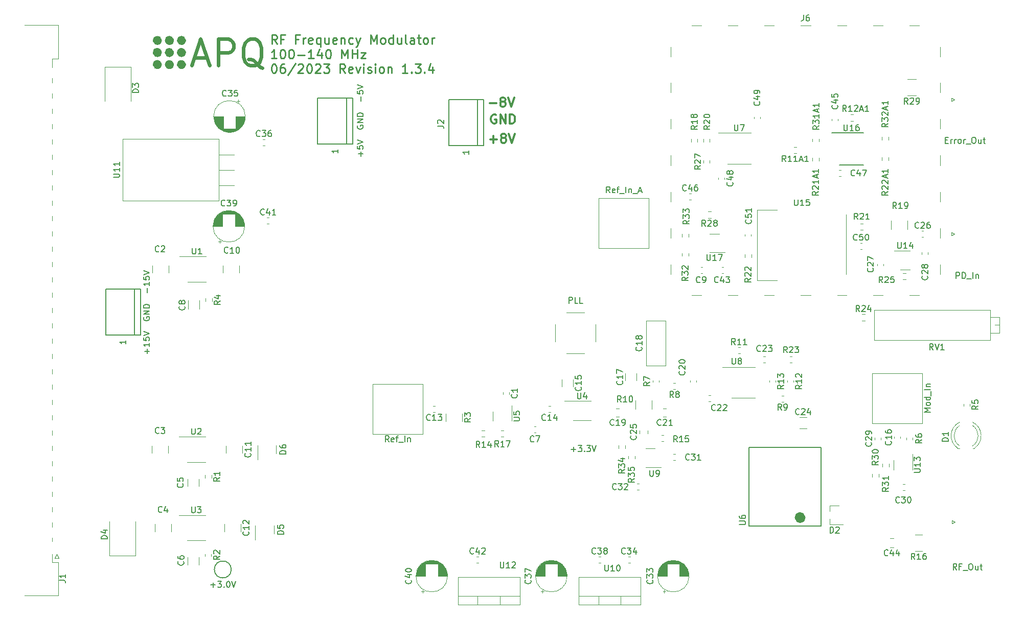
<source format=gbr>
G04 #@! TF.GenerationSoftware,KiCad,Pcbnew,(6.0.7)*
G04 #@! TF.CreationDate,2023-06-15T15:45:29+02:00*
G04 #@! TF.ProjectId,MTS_module,4d54535f-6d6f-4647-956c-652e6b696361,1.3.4*
G04 #@! TF.SameCoordinates,Original*
G04 #@! TF.FileFunction,Legend,Top*
G04 #@! TF.FilePolarity,Positive*
%FSLAX46Y46*%
G04 Gerber Fmt 4.6, Leading zero omitted, Abs format (unit mm)*
G04 Created by KiCad (PCBNEW (6.0.7)) date 2023-06-15 15:45:29*
%MOMM*%
%LPD*%
G01*
G04 APERTURE LIST*
%ADD10C,0.250000*%
%ADD11C,0.150000*%
%ADD12C,0.300000*%
%ADD13C,0.600000*%
%ADD14C,0.120000*%
%ADD15C,1.000000*%
G04 APERTURE END LIST*
D10*
X91876785Y-54563571D02*
X91376785Y-53849285D01*
X91019642Y-54563571D02*
X91019642Y-53063571D01*
X91591071Y-53063571D01*
X91733928Y-53135000D01*
X91805357Y-53206428D01*
X91876785Y-53349285D01*
X91876785Y-53563571D01*
X91805357Y-53706428D01*
X91733928Y-53777857D01*
X91591071Y-53849285D01*
X91019642Y-53849285D01*
X93019642Y-53777857D02*
X92519642Y-53777857D01*
X92519642Y-54563571D02*
X92519642Y-53063571D01*
X93233928Y-53063571D01*
X95448214Y-53777857D02*
X94948214Y-53777857D01*
X94948214Y-54563571D02*
X94948214Y-53063571D01*
X95662500Y-53063571D01*
X96233928Y-54563571D02*
X96233928Y-53563571D01*
X96233928Y-53849285D02*
X96305357Y-53706428D01*
X96376785Y-53635000D01*
X96519642Y-53563571D01*
X96662500Y-53563571D01*
X97733928Y-54492142D02*
X97591071Y-54563571D01*
X97305357Y-54563571D01*
X97162500Y-54492142D01*
X97091071Y-54349285D01*
X97091071Y-53777857D01*
X97162500Y-53635000D01*
X97305357Y-53563571D01*
X97591071Y-53563571D01*
X97733928Y-53635000D01*
X97805357Y-53777857D01*
X97805357Y-53920714D01*
X97091071Y-54063571D01*
X99091071Y-53563571D02*
X99091071Y-55063571D01*
X99091071Y-54492142D02*
X98948214Y-54563571D01*
X98662500Y-54563571D01*
X98519642Y-54492142D01*
X98448214Y-54420714D01*
X98376785Y-54277857D01*
X98376785Y-53849285D01*
X98448214Y-53706428D01*
X98519642Y-53635000D01*
X98662500Y-53563571D01*
X98948214Y-53563571D01*
X99091071Y-53635000D01*
X100448214Y-53563571D02*
X100448214Y-54563571D01*
X99805357Y-53563571D02*
X99805357Y-54349285D01*
X99876785Y-54492142D01*
X100019642Y-54563571D01*
X100233928Y-54563571D01*
X100376785Y-54492142D01*
X100448214Y-54420714D01*
X101733928Y-54492142D02*
X101591071Y-54563571D01*
X101305357Y-54563571D01*
X101162500Y-54492142D01*
X101091071Y-54349285D01*
X101091071Y-53777857D01*
X101162500Y-53635000D01*
X101305357Y-53563571D01*
X101591071Y-53563571D01*
X101733928Y-53635000D01*
X101805357Y-53777857D01*
X101805357Y-53920714D01*
X101091071Y-54063571D01*
X102448214Y-53563571D02*
X102448214Y-54563571D01*
X102448214Y-53706428D02*
X102519642Y-53635000D01*
X102662500Y-53563571D01*
X102876785Y-53563571D01*
X103019642Y-53635000D01*
X103091071Y-53777857D01*
X103091071Y-54563571D01*
X104448214Y-54492142D02*
X104305357Y-54563571D01*
X104019642Y-54563571D01*
X103876785Y-54492142D01*
X103805357Y-54420714D01*
X103733928Y-54277857D01*
X103733928Y-53849285D01*
X103805357Y-53706428D01*
X103876785Y-53635000D01*
X104019642Y-53563571D01*
X104305357Y-53563571D01*
X104448214Y-53635000D01*
X104948214Y-53563571D02*
X105305357Y-54563571D01*
X105662500Y-53563571D02*
X105305357Y-54563571D01*
X105162500Y-54920714D01*
X105091071Y-54992142D01*
X104948214Y-55063571D01*
X107376785Y-54563571D02*
X107376785Y-53063571D01*
X107876785Y-54135000D01*
X108376785Y-53063571D01*
X108376785Y-54563571D01*
X109305357Y-54563571D02*
X109162500Y-54492142D01*
X109091071Y-54420714D01*
X109019642Y-54277857D01*
X109019642Y-53849285D01*
X109091071Y-53706428D01*
X109162500Y-53635000D01*
X109305357Y-53563571D01*
X109519642Y-53563571D01*
X109662500Y-53635000D01*
X109733928Y-53706428D01*
X109805357Y-53849285D01*
X109805357Y-54277857D01*
X109733928Y-54420714D01*
X109662500Y-54492142D01*
X109519642Y-54563571D01*
X109305357Y-54563571D01*
X111091071Y-54563571D02*
X111091071Y-53063571D01*
X111091071Y-54492142D02*
X110948214Y-54563571D01*
X110662500Y-54563571D01*
X110519642Y-54492142D01*
X110448214Y-54420714D01*
X110376785Y-54277857D01*
X110376785Y-53849285D01*
X110448214Y-53706428D01*
X110519642Y-53635000D01*
X110662500Y-53563571D01*
X110948214Y-53563571D01*
X111091071Y-53635000D01*
X112448214Y-53563571D02*
X112448214Y-54563571D01*
X111805357Y-53563571D02*
X111805357Y-54349285D01*
X111876785Y-54492142D01*
X112019642Y-54563571D01*
X112233928Y-54563571D01*
X112376785Y-54492142D01*
X112448214Y-54420714D01*
X113376785Y-54563571D02*
X113233928Y-54492142D01*
X113162500Y-54349285D01*
X113162500Y-53063571D01*
X114591071Y-54563571D02*
X114591071Y-53777857D01*
X114519642Y-53635000D01*
X114376785Y-53563571D01*
X114091071Y-53563571D01*
X113948214Y-53635000D01*
X114591071Y-54492142D02*
X114448214Y-54563571D01*
X114091071Y-54563571D01*
X113948214Y-54492142D01*
X113876785Y-54349285D01*
X113876785Y-54206428D01*
X113948214Y-54063571D01*
X114091071Y-53992142D01*
X114448214Y-53992142D01*
X114591071Y-53920714D01*
X115091071Y-53563571D02*
X115662500Y-53563571D01*
X115305357Y-53063571D02*
X115305357Y-54349285D01*
X115376785Y-54492142D01*
X115519642Y-54563571D01*
X115662500Y-54563571D01*
X116376785Y-54563571D02*
X116233928Y-54492142D01*
X116162500Y-54420714D01*
X116091071Y-54277857D01*
X116091071Y-53849285D01*
X116162500Y-53706428D01*
X116233928Y-53635000D01*
X116376785Y-53563571D01*
X116591071Y-53563571D01*
X116733928Y-53635000D01*
X116805357Y-53706428D01*
X116876785Y-53849285D01*
X116876785Y-54277857D01*
X116805357Y-54420714D01*
X116733928Y-54492142D01*
X116591071Y-54563571D01*
X116376785Y-54563571D01*
X117519642Y-54563571D02*
X117519642Y-53563571D01*
X117519642Y-53849285D02*
X117591071Y-53706428D01*
X117662500Y-53635000D01*
X117805357Y-53563571D01*
X117948214Y-53563571D01*
X91805357Y-56978571D02*
X90948214Y-56978571D01*
X91376785Y-56978571D02*
X91376785Y-55478571D01*
X91233928Y-55692857D01*
X91091071Y-55835714D01*
X90948214Y-55907142D01*
X92733928Y-55478571D02*
X92876785Y-55478571D01*
X93019642Y-55550000D01*
X93091071Y-55621428D01*
X93162500Y-55764285D01*
X93233928Y-56050000D01*
X93233928Y-56407142D01*
X93162500Y-56692857D01*
X93091071Y-56835714D01*
X93019642Y-56907142D01*
X92876785Y-56978571D01*
X92733928Y-56978571D01*
X92591071Y-56907142D01*
X92519642Y-56835714D01*
X92448214Y-56692857D01*
X92376785Y-56407142D01*
X92376785Y-56050000D01*
X92448214Y-55764285D01*
X92519642Y-55621428D01*
X92591071Y-55550000D01*
X92733928Y-55478571D01*
X94162500Y-55478571D02*
X94305357Y-55478571D01*
X94448214Y-55550000D01*
X94519642Y-55621428D01*
X94591071Y-55764285D01*
X94662500Y-56050000D01*
X94662500Y-56407142D01*
X94591071Y-56692857D01*
X94519642Y-56835714D01*
X94448214Y-56907142D01*
X94305357Y-56978571D01*
X94162500Y-56978571D01*
X94019642Y-56907142D01*
X93948214Y-56835714D01*
X93876785Y-56692857D01*
X93805357Y-56407142D01*
X93805357Y-56050000D01*
X93876785Y-55764285D01*
X93948214Y-55621428D01*
X94019642Y-55550000D01*
X94162500Y-55478571D01*
X95305357Y-56407142D02*
X96448214Y-56407142D01*
X97948214Y-56978571D02*
X97091071Y-56978571D01*
X97519642Y-56978571D02*
X97519642Y-55478571D01*
X97376785Y-55692857D01*
X97233928Y-55835714D01*
X97091071Y-55907142D01*
X99233928Y-55978571D02*
X99233928Y-56978571D01*
X98876785Y-55407142D02*
X98519642Y-56478571D01*
X99448214Y-56478571D01*
X100305357Y-55478571D02*
X100448214Y-55478571D01*
X100591071Y-55550000D01*
X100662500Y-55621428D01*
X100733928Y-55764285D01*
X100805357Y-56050000D01*
X100805357Y-56407142D01*
X100733928Y-56692857D01*
X100662500Y-56835714D01*
X100591071Y-56907142D01*
X100448214Y-56978571D01*
X100305357Y-56978571D01*
X100162500Y-56907142D01*
X100091071Y-56835714D01*
X100019642Y-56692857D01*
X99948214Y-56407142D01*
X99948214Y-56050000D01*
X100019642Y-55764285D01*
X100091071Y-55621428D01*
X100162500Y-55550000D01*
X100305357Y-55478571D01*
X102591071Y-56978571D02*
X102591071Y-55478571D01*
X103091071Y-56550000D01*
X103591071Y-55478571D01*
X103591071Y-56978571D01*
X104305357Y-56978571D02*
X104305357Y-55478571D01*
X104305357Y-56192857D02*
X105162500Y-56192857D01*
X105162500Y-56978571D02*
X105162500Y-55478571D01*
X105733928Y-55978571D02*
X106519642Y-55978571D01*
X105733928Y-56978571D01*
X106519642Y-56978571D01*
X91305357Y-57893571D02*
X91448214Y-57893571D01*
X91591071Y-57965000D01*
X91662500Y-58036428D01*
X91733928Y-58179285D01*
X91805357Y-58465000D01*
X91805357Y-58822142D01*
X91733928Y-59107857D01*
X91662500Y-59250714D01*
X91591071Y-59322142D01*
X91448214Y-59393571D01*
X91305357Y-59393571D01*
X91162500Y-59322142D01*
X91091071Y-59250714D01*
X91019642Y-59107857D01*
X90948214Y-58822142D01*
X90948214Y-58465000D01*
X91019642Y-58179285D01*
X91091071Y-58036428D01*
X91162500Y-57965000D01*
X91305357Y-57893571D01*
X93091071Y-57893571D02*
X92805357Y-57893571D01*
X92662500Y-57965000D01*
X92591071Y-58036428D01*
X92448214Y-58250714D01*
X92376785Y-58536428D01*
X92376785Y-59107857D01*
X92448214Y-59250714D01*
X92519642Y-59322142D01*
X92662500Y-59393571D01*
X92948214Y-59393571D01*
X93091071Y-59322142D01*
X93162500Y-59250714D01*
X93233928Y-59107857D01*
X93233928Y-58750714D01*
X93162500Y-58607857D01*
X93091071Y-58536428D01*
X92948214Y-58465000D01*
X92662500Y-58465000D01*
X92519642Y-58536428D01*
X92448214Y-58607857D01*
X92376785Y-58750714D01*
X94948214Y-57822142D02*
X93662500Y-59750714D01*
X95376785Y-58036428D02*
X95448214Y-57965000D01*
X95591071Y-57893571D01*
X95948214Y-57893571D01*
X96091071Y-57965000D01*
X96162500Y-58036428D01*
X96233928Y-58179285D01*
X96233928Y-58322142D01*
X96162500Y-58536428D01*
X95305357Y-59393571D01*
X96233928Y-59393571D01*
X97162500Y-57893571D02*
X97305357Y-57893571D01*
X97448214Y-57965000D01*
X97519642Y-58036428D01*
X97591071Y-58179285D01*
X97662500Y-58465000D01*
X97662500Y-58822142D01*
X97591071Y-59107857D01*
X97519642Y-59250714D01*
X97448214Y-59322142D01*
X97305357Y-59393571D01*
X97162500Y-59393571D01*
X97019642Y-59322142D01*
X96948214Y-59250714D01*
X96876785Y-59107857D01*
X96805357Y-58822142D01*
X96805357Y-58465000D01*
X96876785Y-58179285D01*
X96948214Y-58036428D01*
X97019642Y-57965000D01*
X97162500Y-57893571D01*
X98233928Y-58036428D02*
X98305357Y-57965000D01*
X98448214Y-57893571D01*
X98805357Y-57893571D01*
X98948214Y-57965000D01*
X99019642Y-58036428D01*
X99091071Y-58179285D01*
X99091071Y-58322142D01*
X99019642Y-58536428D01*
X98162500Y-59393571D01*
X99091071Y-59393571D01*
X99591071Y-57893571D02*
X100519642Y-57893571D01*
X100019642Y-58465000D01*
X100233928Y-58465000D01*
X100376785Y-58536428D01*
X100448214Y-58607857D01*
X100519642Y-58750714D01*
X100519642Y-59107857D01*
X100448214Y-59250714D01*
X100376785Y-59322142D01*
X100233928Y-59393571D01*
X99805357Y-59393571D01*
X99662500Y-59322142D01*
X99591071Y-59250714D01*
X103162500Y-59393571D02*
X102662500Y-58679285D01*
X102305357Y-59393571D02*
X102305357Y-57893571D01*
X102876785Y-57893571D01*
X103019642Y-57965000D01*
X103091071Y-58036428D01*
X103162500Y-58179285D01*
X103162500Y-58393571D01*
X103091071Y-58536428D01*
X103019642Y-58607857D01*
X102876785Y-58679285D01*
X102305357Y-58679285D01*
X104376785Y-59322142D02*
X104233928Y-59393571D01*
X103948214Y-59393571D01*
X103805357Y-59322142D01*
X103733928Y-59179285D01*
X103733928Y-58607857D01*
X103805357Y-58465000D01*
X103948214Y-58393571D01*
X104233928Y-58393571D01*
X104376785Y-58465000D01*
X104448214Y-58607857D01*
X104448214Y-58750714D01*
X103733928Y-58893571D01*
X104948214Y-58393571D02*
X105305357Y-59393571D01*
X105662500Y-58393571D01*
X106233928Y-59393571D02*
X106233928Y-58393571D01*
X106233928Y-57893571D02*
X106162500Y-57965000D01*
X106233928Y-58036428D01*
X106305357Y-57965000D01*
X106233928Y-57893571D01*
X106233928Y-58036428D01*
X106876785Y-59322142D02*
X107019642Y-59393571D01*
X107305357Y-59393571D01*
X107448214Y-59322142D01*
X107519642Y-59179285D01*
X107519642Y-59107857D01*
X107448214Y-58965000D01*
X107305357Y-58893571D01*
X107091071Y-58893571D01*
X106948214Y-58822142D01*
X106876785Y-58679285D01*
X106876785Y-58607857D01*
X106948214Y-58465000D01*
X107091071Y-58393571D01*
X107305357Y-58393571D01*
X107448214Y-58465000D01*
X108162500Y-59393571D02*
X108162500Y-58393571D01*
X108162500Y-57893571D02*
X108091071Y-57965000D01*
X108162500Y-58036428D01*
X108233928Y-57965000D01*
X108162500Y-57893571D01*
X108162500Y-58036428D01*
X109091071Y-59393571D02*
X108948214Y-59322142D01*
X108876785Y-59250714D01*
X108805357Y-59107857D01*
X108805357Y-58679285D01*
X108876785Y-58536428D01*
X108948214Y-58465000D01*
X109091071Y-58393571D01*
X109305357Y-58393571D01*
X109448214Y-58465000D01*
X109519642Y-58536428D01*
X109591071Y-58679285D01*
X109591071Y-59107857D01*
X109519642Y-59250714D01*
X109448214Y-59322142D01*
X109305357Y-59393571D01*
X109091071Y-59393571D01*
X110233928Y-58393571D02*
X110233928Y-59393571D01*
X110233928Y-58536428D02*
X110305357Y-58465000D01*
X110448214Y-58393571D01*
X110662500Y-58393571D01*
X110805357Y-58465000D01*
X110876785Y-58607857D01*
X110876785Y-59393571D01*
X113519642Y-59393571D02*
X112662500Y-59393571D01*
X113091071Y-59393571D02*
X113091071Y-57893571D01*
X112948214Y-58107857D01*
X112805357Y-58250714D01*
X112662500Y-58322142D01*
X114162500Y-59250714D02*
X114233928Y-59322142D01*
X114162500Y-59393571D01*
X114091071Y-59322142D01*
X114162500Y-59250714D01*
X114162500Y-59393571D01*
X114733928Y-57893571D02*
X115662500Y-57893571D01*
X115162500Y-58465000D01*
X115376785Y-58465000D01*
X115519642Y-58536428D01*
X115591071Y-58607857D01*
X115662500Y-58750714D01*
X115662500Y-59107857D01*
X115591071Y-59250714D01*
X115519642Y-59322142D01*
X115376785Y-59393571D01*
X114948214Y-59393571D01*
X114805357Y-59322142D01*
X114733928Y-59250714D01*
X116305357Y-59250714D02*
X116376785Y-59322142D01*
X116305357Y-59393571D01*
X116233928Y-59322142D01*
X116305357Y-59250714D01*
X116305357Y-59393571D01*
X117662500Y-58393571D02*
X117662500Y-59393571D01*
X117305357Y-57822142D02*
X116948214Y-58893571D01*
X117876785Y-58893571D01*
D11*
X140600000Y-121771428D02*
X141361904Y-121771428D01*
X140980952Y-122152380D02*
X140980952Y-121390476D01*
X141742857Y-121152380D02*
X142361904Y-121152380D01*
X142028571Y-121533333D01*
X142171428Y-121533333D01*
X142266666Y-121580952D01*
X142314285Y-121628571D01*
X142361904Y-121723809D01*
X142361904Y-121961904D01*
X142314285Y-122057142D01*
X142266666Y-122104761D01*
X142171428Y-122152380D01*
X141885714Y-122152380D01*
X141790476Y-122104761D01*
X141742857Y-122057142D01*
X142790476Y-122057142D02*
X142838095Y-122104761D01*
X142790476Y-122152380D01*
X142742857Y-122104761D01*
X142790476Y-122057142D01*
X142790476Y-122152380D01*
X143171428Y-121152380D02*
X143790476Y-121152380D01*
X143457142Y-121533333D01*
X143600000Y-121533333D01*
X143695238Y-121580952D01*
X143742857Y-121628571D01*
X143790476Y-121723809D01*
X143790476Y-121961904D01*
X143742857Y-122057142D01*
X143695238Y-122104761D01*
X143600000Y-122152380D01*
X143314285Y-122152380D01*
X143219047Y-122104761D01*
X143171428Y-122057142D01*
X144076190Y-121152380D02*
X144409523Y-122152380D01*
X144742857Y-121152380D01*
D12*
X127171428Y-70407142D02*
X128314285Y-70407142D01*
X127742857Y-70978571D02*
X127742857Y-69835714D01*
X129242857Y-70121428D02*
X129100000Y-70050000D01*
X129028571Y-69978571D01*
X128957142Y-69835714D01*
X128957142Y-69764285D01*
X129028571Y-69621428D01*
X129100000Y-69550000D01*
X129242857Y-69478571D01*
X129528571Y-69478571D01*
X129671428Y-69550000D01*
X129742857Y-69621428D01*
X129814285Y-69764285D01*
X129814285Y-69835714D01*
X129742857Y-69978571D01*
X129671428Y-70050000D01*
X129528571Y-70121428D01*
X129242857Y-70121428D01*
X129100000Y-70192857D01*
X129028571Y-70264285D01*
X128957142Y-70407142D01*
X128957142Y-70692857D01*
X129028571Y-70835714D01*
X129100000Y-70907142D01*
X129242857Y-70978571D01*
X129528571Y-70978571D01*
X129671428Y-70907142D01*
X129742857Y-70835714D01*
X129814285Y-70692857D01*
X129814285Y-70407142D01*
X129742857Y-70264285D01*
X129671428Y-70192857D01*
X129528571Y-70121428D01*
X130242857Y-69478571D02*
X130742857Y-70978571D01*
X131242857Y-69478571D01*
X127071428Y-64407142D02*
X128214285Y-64407142D01*
X129142857Y-64121428D02*
X129000000Y-64050000D01*
X128928571Y-63978571D01*
X128857142Y-63835714D01*
X128857142Y-63764285D01*
X128928571Y-63621428D01*
X129000000Y-63550000D01*
X129142857Y-63478571D01*
X129428571Y-63478571D01*
X129571428Y-63550000D01*
X129642857Y-63621428D01*
X129714285Y-63764285D01*
X129714285Y-63835714D01*
X129642857Y-63978571D01*
X129571428Y-64050000D01*
X129428571Y-64121428D01*
X129142857Y-64121428D01*
X129000000Y-64192857D01*
X128928571Y-64264285D01*
X128857142Y-64407142D01*
X128857142Y-64692857D01*
X128928571Y-64835714D01*
X129000000Y-64907142D01*
X129142857Y-64978571D01*
X129428571Y-64978571D01*
X129571428Y-64907142D01*
X129642857Y-64835714D01*
X129714285Y-64692857D01*
X129714285Y-64407142D01*
X129642857Y-64264285D01*
X129571428Y-64192857D01*
X129428571Y-64121428D01*
X130142857Y-63478571D02*
X130642857Y-64978571D01*
X131142857Y-63478571D01*
X128157142Y-66350000D02*
X128014285Y-66278571D01*
X127800000Y-66278571D01*
X127585714Y-66350000D01*
X127442857Y-66492857D01*
X127371428Y-66635714D01*
X127300000Y-66921428D01*
X127300000Y-67135714D01*
X127371428Y-67421428D01*
X127442857Y-67564285D01*
X127585714Y-67707142D01*
X127800000Y-67778571D01*
X127942857Y-67778571D01*
X128157142Y-67707142D01*
X128228571Y-67635714D01*
X128228571Y-67135714D01*
X127942857Y-67135714D01*
X128871428Y-67778571D02*
X128871428Y-66278571D01*
X129728571Y-67778571D01*
X129728571Y-66278571D01*
X130442857Y-67778571D02*
X130442857Y-66278571D01*
X130800000Y-66278571D01*
X131014285Y-66350000D01*
X131157142Y-66492857D01*
X131228571Y-66635714D01*
X131300000Y-66921428D01*
X131300000Y-67135714D01*
X131228571Y-67421428D01*
X131157142Y-67564285D01*
X131014285Y-67707142D01*
X130800000Y-67778571D01*
X130442857Y-67778571D01*
D11*
X55852380Y-143513333D02*
X56566666Y-143513333D01*
X56709523Y-143560952D01*
X56804761Y-143656190D01*
X56852380Y-143799047D01*
X56852380Y-143894285D01*
X56852380Y-142513333D02*
X56852380Y-143084761D01*
X56852380Y-142799047D02*
X55852380Y-142799047D01*
X55995238Y-142894285D01*
X56090476Y-142989523D01*
X56138095Y-143084761D01*
X72333333Y-119057142D02*
X72285714Y-119104761D01*
X72142857Y-119152380D01*
X72047619Y-119152380D01*
X71904761Y-119104761D01*
X71809523Y-119009523D01*
X71761904Y-118914285D01*
X71714285Y-118723809D01*
X71714285Y-118580952D01*
X71761904Y-118390476D01*
X71809523Y-118295238D01*
X71904761Y-118200000D01*
X72047619Y-118152380D01*
X72142857Y-118152380D01*
X72285714Y-118200000D01*
X72333333Y-118247619D01*
X72666666Y-118152380D02*
X73285714Y-118152380D01*
X72952380Y-118533333D01*
X73095238Y-118533333D01*
X73190476Y-118580952D01*
X73238095Y-118628571D01*
X73285714Y-118723809D01*
X73285714Y-118961904D01*
X73238095Y-119057142D01*
X73190476Y-119104761D01*
X73095238Y-119152380D01*
X72809523Y-119152380D01*
X72714285Y-119104761D01*
X72666666Y-119057142D01*
X72833333Y-132157142D02*
X72785714Y-132204761D01*
X72642857Y-132252380D01*
X72547619Y-132252380D01*
X72404761Y-132204761D01*
X72309523Y-132109523D01*
X72261904Y-132014285D01*
X72214285Y-131823809D01*
X72214285Y-131680952D01*
X72261904Y-131490476D01*
X72309523Y-131395238D01*
X72404761Y-131300000D01*
X72547619Y-131252380D01*
X72642857Y-131252380D01*
X72785714Y-131300000D01*
X72833333Y-131347619D01*
X73690476Y-131585714D02*
X73690476Y-132252380D01*
X73452380Y-131204761D02*
X73214285Y-131919047D01*
X73833333Y-131919047D01*
X76257142Y-127466666D02*
X76304761Y-127514285D01*
X76352380Y-127657142D01*
X76352380Y-127752380D01*
X76304761Y-127895238D01*
X76209523Y-127990476D01*
X76114285Y-128038095D01*
X75923809Y-128085714D01*
X75780952Y-128085714D01*
X75590476Y-128038095D01*
X75495238Y-127990476D01*
X75400000Y-127895238D01*
X75352380Y-127752380D01*
X75352380Y-127657142D01*
X75400000Y-127514285D01*
X75447619Y-127466666D01*
X75352380Y-126561904D02*
X75352380Y-127038095D01*
X75828571Y-127085714D01*
X75780952Y-127038095D01*
X75733333Y-126942857D01*
X75733333Y-126704761D01*
X75780952Y-126609523D01*
X75828571Y-126561904D01*
X75923809Y-126514285D01*
X76161904Y-126514285D01*
X76257142Y-126561904D01*
X76304761Y-126609523D01*
X76352380Y-126704761D01*
X76352380Y-126942857D01*
X76304761Y-127038095D01*
X76257142Y-127085714D01*
X76357142Y-140366666D02*
X76404761Y-140414285D01*
X76452380Y-140557142D01*
X76452380Y-140652380D01*
X76404761Y-140795238D01*
X76309523Y-140890476D01*
X76214285Y-140938095D01*
X76023809Y-140985714D01*
X75880952Y-140985714D01*
X75690476Y-140938095D01*
X75595238Y-140890476D01*
X75500000Y-140795238D01*
X75452380Y-140652380D01*
X75452380Y-140557142D01*
X75500000Y-140414285D01*
X75547619Y-140366666D01*
X75452380Y-139509523D02*
X75452380Y-139700000D01*
X75500000Y-139795238D01*
X75547619Y-139842857D01*
X75690476Y-139938095D01*
X75880952Y-139985714D01*
X76261904Y-139985714D01*
X76357142Y-139938095D01*
X76404761Y-139890476D01*
X76452380Y-139795238D01*
X76452380Y-139604761D01*
X76404761Y-139509523D01*
X76357142Y-139461904D01*
X76261904Y-139414285D01*
X76023809Y-139414285D01*
X75928571Y-139461904D01*
X75880952Y-139509523D01*
X75833333Y-139604761D01*
X75833333Y-139795238D01*
X75880952Y-139890476D01*
X75928571Y-139938095D01*
X76023809Y-139985714D01*
X134433333Y-120457142D02*
X134385714Y-120504761D01*
X134242857Y-120552380D01*
X134147619Y-120552380D01*
X134004761Y-120504761D01*
X133909523Y-120409523D01*
X133861904Y-120314285D01*
X133814285Y-120123809D01*
X133814285Y-119980952D01*
X133861904Y-119790476D01*
X133909523Y-119695238D01*
X134004761Y-119600000D01*
X134147619Y-119552380D01*
X134242857Y-119552380D01*
X134385714Y-119600000D01*
X134433333Y-119647619D01*
X134766666Y-119552380D02*
X135433333Y-119552380D01*
X135004761Y-120552380D01*
X83757142Y-89157142D02*
X83709523Y-89204761D01*
X83566666Y-89252380D01*
X83471428Y-89252380D01*
X83328571Y-89204761D01*
X83233333Y-89109523D01*
X83185714Y-89014285D01*
X83138095Y-88823809D01*
X83138095Y-88680952D01*
X83185714Y-88490476D01*
X83233333Y-88395238D01*
X83328571Y-88300000D01*
X83471428Y-88252380D01*
X83566666Y-88252380D01*
X83709523Y-88300000D01*
X83757142Y-88347619D01*
X84709523Y-89252380D02*
X84138095Y-89252380D01*
X84423809Y-89252380D02*
X84423809Y-88252380D01*
X84328571Y-88395238D01*
X84233333Y-88490476D01*
X84138095Y-88538095D01*
X85328571Y-88252380D02*
X85423809Y-88252380D01*
X85519047Y-88300000D01*
X85566666Y-88347619D01*
X85614285Y-88442857D01*
X85661904Y-88633333D01*
X85661904Y-88871428D01*
X85614285Y-89061904D01*
X85566666Y-89157142D01*
X85519047Y-89204761D01*
X85423809Y-89252380D01*
X85328571Y-89252380D01*
X85233333Y-89204761D01*
X85185714Y-89157142D01*
X85138095Y-89061904D01*
X85090476Y-88871428D01*
X85090476Y-88633333D01*
X85138095Y-88442857D01*
X85185714Y-88347619D01*
X85233333Y-88300000D01*
X85328571Y-88252380D01*
X87437142Y-122442857D02*
X87484761Y-122490476D01*
X87532380Y-122633333D01*
X87532380Y-122728571D01*
X87484761Y-122871428D01*
X87389523Y-122966666D01*
X87294285Y-123014285D01*
X87103809Y-123061904D01*
X86960952Y-123061904D01*
X86770476Y-123014285D01*
X86675238Y-122966666D01*
X86580000Y-122871428D01*
X86532380Y-122728571D01*
X86532380Y-122633333D01*
X86580000Y-122490476D01*
X86627619Y-122442857D01*
X87532380Y-121490476D02*
X87532380Y-122061904D01*
X87532380Y-121776190D02*
X86532380Y-121776190D01*
X86675238Y-121871428D01*
X86770476Y-121966666D01*
X86818095Y-122061904D01*
X87532380Y-120538095D02*
X87532380Y-121109523D01*
X87532380Y-120823809D02*
X86532380Y-120823809D01*
X86675238Y-120919047D01*
X86770476Y-121014285D01*
X86818095Y-121109523D01*
X87137142Y-135442857D02*
X87184761Y-135490476D01*
X87232380Y-135633333D01*
X87232380Y-135728571D01*
X87184761Y-135871428D01*
X87089523Y-135966666D01*
X86994285Y-136014285D01*
X86803809Y-136061904D01*
X86660952Y-136061904D01*
X86470476Y-136014285D01*
X86375238Y-135966666D01*
X86280000Y-135871428D01*
X86232380Y-135728571D01*
X86232380Y-135633333D01*
X86280000Y-135490476D01*
X86327619Y-135442857D01*
X87232380Y-134490476D02*
X87232380Y-135061904D01*
X87232380Y-134776190D02*
X86232380Y-134776190D01*
X86375238Y-134871428D01*
X86470476Y-134966666D01*
X86518095Y-135061904D01*
X86327619Y-134109523D02*
X86280000Y-134061904D01*
X86232380Y-133966666D01*
X86232380Y-133728571D01*
X86280000Y-133633333D01*
X86327619Y-133585714D01*
X86422857Y-133538095D01*
X86518095Y-133538095D01*
X86660952Y-133585714D01*
X87232380Y-134157142D01*
X87232380Y-133538095D01*
X117257142Y-116887142D02*
X117209523Y-116934761D01*
X117066666Y-116982380D01*
X116971428Y-116982380D01*
X116828571Y-116934761D01*
X116733333Y-116839523D01*
X116685714Y-116744285D01*
X116638095Y-116553809D01*
X116638095Y-116410952D01*
X116685714Y-116220476D01*
X116733333Y-116125238D01*
X116828571Y-116030000D01*
X116971428Y-115982380D01*
X117066666Y-115982380D01*
X117209523Y-116030000D01*
X117257142Y-116077619D01*
X118209523Y-116982380D02*
X117638095Y-116982380D01*
X117923809Y-116982380D02*
X117923809Y-115982380D01*
X117828571Y-116125238D01*
X117733333Y-116220476D01*
X117638095Y-116268095D01*
X118542857Y-115982380D02*
X119161904Y-115982380D01*
X118828571Y-116363333D01*
X118971428Y-116363333D01*
X119066666Y-116410952D01*
X119114285Y-116458571D01*
X119161904Y-116553809D01*
X119161904Y-116791904D01*
X119114285Y-116887142D01*
X119066666Y-116934761D01*
X118971428Y-116982380D01*
X118685714Y-116982380D01*
X118590476Y-116934761D01*
X118542857Y-116887142D01*
X136357142Y-116887142D02*
X136309523Y-116934761D01*
X136166666Y-116982380D01*
X136071428Y-116982380D01*
X135928571Y-116934761D01*
X135833333Y-116839523D01*
X135785714Y-116744285D01*
X135738095Y-116553809D01*
X135738095Y-116410952D01*
X135785714Y-116220476D01*
X135833333Y-116125238D01*
X135928571Y-116030000D01*
X136071428Y-115982380D01*
X136166666Y-115982380D01*
X136309523Y-116030000D01*
X136357142Y-116077619D01*
X137309523Y-116982380D02*
X136738095Y-116982380D01*
X137023809Y-116982380D02*
X137023809Y-115982380D01*
X136928571Y-116125238D01*
X136833333Y-116220476D01*
X136738095Y-116268095D01*
X138166666Y-116315714D02*
X138166666Y-116982380D01*
X137928571Y-115934761D02*
X137690476Y-116649047D01*
X138309523Y-116649047D01*
X142177142Y-111442857D02*
X142224761Y-111490476D01*
X142272380Y-111633333D01*
X142272380Y-111728571D01*
X142224761Y-111871428D01*
X142129523Y-111966666D01*
X142034285Y-112014285D01*
X141843809Y-112061904D01*
X141700952Y-112061904D01*
X141510476Y-112014285D01*
X141415238Y-111966666D01*
X141320000Y-111871428D01*
X141272380Y-111728571D01*
X141272380Y-111633333D01*
X141320000Y-111490476D01*
X141367619Y-111442857D01*
X142272380Y-110490476D02*
X142272380Y-111061904D01*
X142272380Y-110776190D02*
X141272380Y-110776190D01*
X141415238Y-110871428D01*
X141510476Y-110966666D01*
X141558095Y-111061904D01*
X141272380Y-109585714D02*
X141272380Y-110061904D01*
X141748571Y-110109523D01*
X141700952Y-110061904D01*
X141653333Y-109966666D01*
X141653333Y-109728571D01*
X141700952Y-109633333D01*
X141748571Y-109585714D01*
X141843809Y-109538095D01*
X142081904Y-109538095D01*
X142177142Y-109585714D01*
X142224761Y-109633333D01*
X142272380Y-109728571D01*
X142272380Y-109966666D01*
X142224761Y-110061904D01*
X142177142Y-110109523D01*
X193527142Y-120442857D02*
X193574761Y-120490476D01*
X193622380Y-120633333D01*
X193622380Y-120728571D01*
X193574761Y-120871428D01*
X193479523Y-120966666D01*
X193384285Y-121014285D01*
X193193809Y-121061904D01*
X193050952Y-121061904D01*
X192860476Y-121014285D01*
X192765238Y-120966666D01*
X192670000Y-120871428D01*
X192622380Y-120728571D01*
X192622380Y-120633333D01*
X192670000Y-120490476D01*
X192717619Y-120442857D01*
X193622380Y-119490476D02*
X193622380Y-120061904D01*
X193622380Y-119776190D02*
X192622380Y-119776190D01*
X192765238Y-119871428D01*
X192860476Y-119966666D01*
X192908095Y-120061904D01*
X192622380Y-118633333D02*
X192622380Y-118823809D01*
X192670000Y-118919047D01*
X192717619Y-118966666D01*
X192860476Y-119061904D01*
X193050952Y-119109523D01*
X193431904Y-119109523D01*
X193527142Y-119061904D01*
X193574761Y-119014285D01*
X193622380Y-118919047D01*
X193622380Y-118728571D01*
X193574761Y-118633333D01*
X193527142Y-118585714D01*
X193431904Y-118538095D01*
X193193809Y-118538095D01*
X193098571Y-118585714D01*
X193050952Y-118633333D01*
X193003333Y-118728571D01*
X193003333Y-118919047D01*
X193050952Y-119014285D01*
X193098571Y-119061904D01*
X193193809Y-119109523D01*
X149037142Y-110442857D02*
X149084761Y-110490476D01*
X149132380Y-110633333D01*
X149132380Y-110728571D01*
X149084761Y-110871428D01*
X148989523Y-110966666D01*
X148894285Y-111014285D01*
X148703809Y-111061904D01*
X148560952Y-111061904D01*
X148370476Y-111014285D01*
X148275238Y-110966666D01*
X148180000Y-110871428D01*
X148132380Y-110728571D01*
X148132380Y-110633333D01*
X148180000Y-110490476D01*
X148227619Y-110442857D01*
X149132380Y-109490476D02*
X149132380Y-110061904D01*
X149132380Y-109776190D02*
X148132380Y-109776190D01*
X148275238Y-109871428D01*
X148370476Y-109966666D01*
X148418095Y-110061904D01*
X148132380Y-109157142D02*
X148132380Y-108490476D01*
X149132380Y-108919047D01*
X152207142Y-104842857D02*
X152254761Y-104890476D01*
X152302380Y-105033333D01*
X152302380Y-105128571D01*
X152254761Y-105271428D01*
X152159523Y-105366666D01*
X152064285Y-105414285D01*
X151873809Y-105461904D01*
X151730952Y-105461904D01*
X151540476Y-105414285D01*
X151445238Y-105366666D01*
X151350000Y-105271428D01*
X151302380Y-105128571D01*
X151302380Y-105033333D01*
X151350000Y-104890476D01*
X151397619Y-104842857D01*
X152302380Y-103890476D02*
X152302380Y-104461904D01*
X152302380Y-104176190D02*
X151302380Y-104176190D01*
X151445238Y-104271428D01*
X151540476Y-104366666D01*
X151588095Y-104461904D01*
X151730952Y-103319047D02*
X151683333Y-103414285D01*
X151635714Y-103461904D01*
X151540476Y-103509523D01*
X151492857Y-103509523D01*
X151397619Y-103461904D01*
X151350000Y-103414285D01*
X151302380Y-103319047D01*
X151302380Y-103128571D01*
X151350000Y-103033333D01*
X151397619Y-102985714D01*
X151492857Y-102938095D01*
X151540476Y-102938095D01*
X151635714Y-102985714D01*
X151683333Y-103033333D01*
X151730952Y-103128571D01*
X151730952Y-103319047D01*
X151778571Y-103414285D01*
X151826190Y-103461904D01*
X151921428Y-103509523D01*
X152111904Y-103509523D01*
X152207142Y-103461904D01*
X152254761Y-103414285D01*
X152302380Y-103319047D01*
X152302380Y-103128571D01*
X152254761Y-103033333D01*
X152207142Y-102985714D01*
X152111904Y-102938095D01*
X151921428Y-102938095D01*
X151826190Y-102985714D01*
X151778571Y-103033333D01*
X151730952Y-103128571D01*
X147657142Y-117707142D02*
X147609523Y-117754761D01*
X147466666Y-117802380D01*
X147371428Y-117802380D01*
X147228571Y-117754761D01*
X147133333Y-117659523D01*
X147085714Y-117564285D01*
X147038095Y-117373809D01*
X147038095Y-117230952D01*
X147085714Y-117040476D01*
X147133333Y-116945238D01*
X147228571Y-116850000D01*
X147371428Y-116802380D01*
X147466666Y-116802380D01*
X147609523Y-116850000D01*
X147657142Y-116897619D01*
X148609523Y-117802380D02*
X148038095Y-117802380D01*
X148323809Y-117802380D02*
X148323809Y-116802380D01*
X148228571Y-116945238D01*
X148133333Y-117040476D01*
X148038095Y-117088095D01*
X149085714Y-117802380D02*
X149276190Y-117802380D01*
X149371428Y-117754761D01*
X149419047Y-117707142D01*
X149514285Y-117564285D01*
X149561904Y-117373809D01*
X149561904Y-116992857D01*
X149514285Y-116897619D01*
X149466666Y-116850000D01*
X149371428Y-116802380D01*
X149180952Y-116802380D01*
X149085714Y-116850000D01*
X149038095Y-116897619D01*
X148990476Y-116992857D01*
X148990476Y-117230952D01*
X149038095Y-117326190D01*
X149085714Y-117373809D01*
X149180952Y-117421428D01*
X149371428Y-117421428D01*
X149466666Y-117373809D01*
X149514285Y-117326190D01*
X149561904Y-117230952D01*
X159357142Y-108842857D02*
X159404761Y-108890476D01*
X159452380Y-109033333D01*
X159452380Y-109128571D01*
X159404761Y-109271428D01*
X159309523Y-109366666D01*
X159214285Y-109414285D01*
X159023809Y-109461904D01*
X158880952Y-109461904D01*
X158690476Y-109414285D01*
X158595238Y-109366666D01*
X158500000Y-109271428D01*
X158452380Y-109128571D01*
X158452380Y-109033333D01*
X158500000Y-108890476D01*
X158547619Y-108842857D01*
X158547619Y-108461904D02*
X158500000Y-108414285D01*
X158452380Y-108319047D01*
X158452380Y-108080952D01*
X158500000Y-107985714D01*
X158547619Y-107938095D01*
X158642857Y-107890476D01*
X158738095Y-107890476D01*
X158880952Y-107938095D01*
X159452380Y-108509523D01*
X159452380Y-107890476D01*
X158452380Y-107271428D02*
X158452380Y-107176190D01*
X158500000Y-107080952D01*
X158547619Y-107033333D01*
X158642857Y-106985714D01*
X158833333Y-106938095D01*
X159071428Y-106938095D01*
X159261904Y-106985714D01*
X159357142Y-107033333D01*
X159404761Y-107080952D01*
X159452380Y-107176190D01*
X159452380Y-107271428D01*
X159404761Y-107366666D01*
X159357142Y-107414285D01*
X159261904Y-107461904D01*
X159071428Y-107509523D01*
X158833333Y-107509523D01*
X158642857Y-107461904D01*
X158547619Y-107414285D01*
X158500000Y-107366666D01*
X158452380Y-107271428D01*
X155457142Y-117707142D02*
X155409523Y-117754761D01*
X155266666Y-117802380D01*
X155171428Y-117802380D01*
X155028571Y-117754761D01*
X154933333Y-117659523D01*
X154885714Y-117564285D01*
X154838095Y-117373809D01*
X154838095Y-117230952D01*
X154885714Y-117040476D01*
X154933333Y-116945238D01*
X155028571Y-116850000D01*
X155171428Y-116802380D01*
X155266666Y-116802380D01*
X155409523Y-116850000D01*
X155457142Y-116897619D01*
X155838095Y-116897619D02*
X155885714Y-116850000D01*
X155980952Y-116802380D01*
X156219047Y-116802380D01*
X156314285Y-116850000D01*
X156361904Y-116897619D01*
X156409523Y-116992857D01*
X156409523Y-117088095D01*
X156361904Y-117230952D01*
X155790476Y-117802380D01*
X156409523Y-117802380D01*
X157361904Y-117802380D02*
X156790476Y-117802380D01*
X157076190Y-117802380D02*
X157076190Y-116802380D01*
X156980952Y-116945238D01*
X156885714Y-117040476D01*
X156790476Y-117088095D01*
X164457142Y-115257142D02*
X164409523Y-115304761D01*
X164266666Y-115352380D01*
X164171428Y-115352380D01*
X164028571Y-115304761D01*
X163933333Y-115209523D01*
X163885714Y-115114285D01*
X163838095Y-114923809D01*
X163838095Y-114780952D01*
X163885714Y-114590476D01*
X163933333Y-114495238D01*
X164028571Y-114400000D01*
X164171428Y-114352380D01*
X164266666Y-114352380D01*
X164409523Y-114400000D01*
X164457142Y-114447619D01*
X164838095Y-114447619D02*
X164885714Y-114400000D01*
X164980952Y-114352380D01*
X165219047Y-114352380D01*
X165314285Y-114400000D01*
X165361904Y-114447619D01*
X165409523Y-114542857D01*
X165409523Y-114638095D01*
X165361904Y-114780952D01*
X164790476Y-115352380D01*
X165409523Y-115352380D01*
X165790476Y-114447619D02*
X165838095Y-114400000D01*
X165933333Y-114352380D01*
X166171428Y-114352380D01*
X166266666Y-114400000D01*
X166314285Y-114447619D01*
X166361904Y-114542857D01*
X166361904Y-114638095D01*
X166314285Y-114780952D01*
X165742857Y-115352380D01*
X166361904Y-115352380D01*
X171957142Y-105457142D02*
X171909523Y-105504761D01*
X171766666Y-105552380D01*
X171671428Y-105552380D01*
X171528571Y-105504761D01*
X171433333Y-105409523D01*
X171385714Y-105314285D01*
X171338095Y-105123809D01*
X171338095Y-104980952D01*
X171385714Y-104790476D01*
X171433333Y-104695238D01*
X171528571Y-104600000D01*
X171671428Y-104552380D01*
X171766666Y-104552380D01*
X171909523Y-104600000D01*
X171957142Y-104647619D01*
X172338095Y-104647619D02*
X172385714Y-104600000D01*
X172480952Y-104552380D01*
X172719047Y-104552380D01*
X172814285Y-104600000D01*
X172861904Y-104647619D01*
X172909523Y-104742857D01*
X172909523Y-104838095D01*
X172861904Y-104980952D01*
X172290476Y-105552380D01*
X172909523Y-105552380D01*
X173242857Y-104552380D02*
X173861904Y-104552380D01*
X173528571Y-104933333D01*
X173671428Y-104933333D01*
X173766666Y-104980952D01*
X173814285Y-105028571D01*
X173861904Y-105123809D01*
X173861904Y-105361904D01*
X173814285Y-105457142D01*
X173766666Y-105504761D01*
X173671428Y-105552380D01*
X173385714Y-105552380D01*
X173290476Y-105504761D01*
X173242857Y-105457142D01*
X151307142Y-119542857D02*
X151354761Y-119590476D01*
X151402380Y-119733333D01*
X151402380Y-119828571D01*
X151354761Y-119971428D01*
X151259523Y-120066666D01*
X151164285Y-120114285D01*
X150973809Y-120161904D01*
X150830952Y-120161904D01*
X150640476Y-120114285D01*
X150545238Y-120066666D01*
X150450000Y-119971428D01*
X150402380Y-119828571D01*
X150402380Y-119733333D01*
X150450000Y-119590476D01*
X150497619Y-119542857D01*
X150497619Y-119161904D02*
X150450000Y-119114285D01*
X150402380Y-119019047D01*
X150402380Y-118780952D01*
X150450000Y-118685714D01*
X150497619Y-118638095D01*
X150592857Y-118590476D01*
X150688095Y-118590476D01*
X150830952Y-118638095D01*
X151402380Y-119209523D01*
X151402380Y-118590476D01*
X150402380Y-117685714D02*
X150402380Y-118161904D01*
X150878571Y-118209523D01*
X150830952Y-118161904D01*
X150783333Y-118066666D01*
X150783333Y-117828571D01*
X150830952Y-117733333D01*
X150878571Y-117685714D01*
X150973809Y-117638095D01*
X151211904Y-117638095D01*
X151307142Y-117685714D01*
X151354761Y-117733333D01*
X151402380Y-117828571D01*
X151402380Y-118066666D01*
X151354761Y-118161904D01*
X151307142Y-118209523D01*
X190257142Y-120642857D02*
X190304761Y-120690476D01*
X190352380Y-120833333D01*
X190352380Y-120928571D01*
X190304761Y-121071428D01*
X190209523Y-121166666D01*
X190114285Y-121214285D01*
X189923809Y-121261904D01*
X189780952Y-121261904D01*
X189590476Y-121214285D01*
X189495238Y-121166666D01*
X189400000Y-121071428D01*
X189352380Y-120928571D01*
X189352380Y-120833333D01*
X189400000Y-120690476D01*
X189447619Y-120642857D01*
X189447619Y-120261904D02*
X189400000Y-120214285D01*
X189352380Y-120119047D01*
X189352380Y-119880952D01*
X189400000Y-119785714D01*
X189447619Y-119738095D01*
X189542857Y-119690476D01*
X189638095Y-119690476D01*
X189780952Y-119738095D01*
X190352380Y-120309523D01*
X190352380Y-119690476D01*
X190352380Y-119214285D02*
X190352380Y-119023809D01*
X190304761Y-118928571D01*
X190257142Y-118880952D01*
X190114285Y-118785714D01*
X189923809Y-118738095D01*
X189542857Y-118738095D01*
X189447619Y-118785714D01*
X189400000Y-118833333D01*
X189352380Y-118928571D01*
X189352380Y-119119047D01*
X189400000Y-119214285D01*
X189447619Y-119261904D01*
X189542857Y-119309523D01*
X189780952Y-119309523D01*
X189876190Y-119261904D01*
X189923809Y-119214285D01*
X189971428Y-119119047D01*
X189971428Y-118928571D01*
X189923809Y-118833333D01*
X189876190Y-118785714D01*
X189780952Y-118738095D01*
X194969642Y-130557142D02*
X194922023Y-130604761D01*
X194779166Y-130652380D01*
X194683928Y-130652380D01*
X194541071Y-130604761D01*
X194445833Y-130509523D01*
X194398214Y-130414285D01*
X194350595Y-130223809D01*
X194350595Y-130080952D01*
X194398214Y-129890476D01*
X194445833Y-129795238D01*
X194541071Y-129700000D01*
X194683928Y-129652380D01*
X194779166Y-129652380D01*
X194922023Y-129700000D01*
X194969642Y-129747619D01*
X195302976Y-129652380D02*
X195922023Y-129652380D01*
X195588690Y-130033333D01*
X195731547Y-130033333D01*
X195826785Y-130080952D01*
X195874404Y-130128571D01*
X195922023Y-130223809D01*
X195922023Y-130461904D01*
X195874404Y-130557142D01*
X195826785Y-130604761D01*
X195731547Y-130652380D01*
X195445833Y-130652380D01*
X195350595Y-130604761D01*
X195302976Y-130557142D01*
X196541071Y-129652380D02*
X196636309Y-129652380D01*
X196731547Y-129700000D01*
X196779166Y-129747619D01*
X196826785Y-129842857D01*
X196874404Y-130033333D01*
X196874404Y-130271428D01*
X196826785Y-130461904D01*
X196779166Y-130557142D01*
X196731547Y-130604761D01*
X196636309Y-130652380D01*
X196541071Y-130652380D01*
X196445833Y-130604761D01*
X196398214Y-130557142D01*
X196350595Y-130461904D01*
X196302976Y-130271428D01*
X196302976Y-130033333D01*
X196350595Y-129842857D01*
X196398214Y-129747619D01*
X196445833Y-129700000D01*
X196541071Y-129652380D01*
X148057142Y-128357142D02*
X148009523Y-128404761D01*
X147866666Y-128452380D01*
X147771428Y-128452380D01*
X147628571Y-128404761D01*
X147533333Y-128309523D01*
X147485714Y-128214285D01*
X147438095Y-128023809D01*
X147438095Y-127880952D01*
X147485714Y-127690476D01*
X147533333Y-127595238D01*
X147628571Y-127500000D01*
X147771428Y-127452380D01*
X147866666Y-127452380D01*
X148009523Y-127500000D01*
X148057142Y-127547619D01*
X148390476Y-127452380D02*
X149009523Y-127452380D01*
X148676190Y-127833333D01*
X148819047Y-127833333D01*
X148914285Y-127880952D01*
X148961904Y-127928571D01*
X149009523Y-128023809D01*
X149009523Y-128261904D01*
X148961904Y-128357142D01*
X148914285Y-128404761D01*
X148819047Y-128452380D01*
X148533333Y-128452380D01*
X148438095Y-128404761D01*
X148390476Y-128357142D01*
X149390476Y-127547619D02*
X149438095Y-127500000D01*
X149533333Y-127452380D01*
X149771428Y-127452380D01*
X149866666Y-127500000D01*
X149914285Y-127547619D01*
X149961904Y-127642857D01*
X149961904Y-127738095D01*
X149914285Y-127880952D01*
X149342857Y-128452380D01*
X149961904Y-128452380D01*
X154047142Y-143442857D02*
X154094761Y-143490476D01*
X154142380Y-143633333D01*
X154142380Y-143728571D01*
X154094761Y-143871428D01*
X153999523Y-143966666D01*
X153904285Y-144014285D01*
X153713809Y-144061904D01*
X153570952Y-144061904D01*
X153380476Y-144014285D01*
X153285238Y-143966666D01*
X153190000Y-143871428D01*
X153142380Y-143728571D01*
X153142380Y-143633333D01*
X153190000Y-143490476D01*
X153237619Y-143442857D01*
X153142380Y-143109523D02*
X153142380Y-142490476D01*
X153523333Y-142823809D01*
X153523333Y-142680952D01*
X153570952Y-142585714D01*
X153618571Y-142538095D01*
X153713809Y-142490476D01*
X153951904Y-142490476D01*
X154047142Y-142538095D01*
X154094761Y-142585714D01*
X154142380Y-142680952D01*
X154142380Y-142966666D01*
X154094761Y-143061904D01*
X154047142Y-143109523D01*
X153142380Y-142157142D02*
X153142380Y-141538095D01*
X153523333Y-141871428D01*
X153523333Y-141728571D01*
X153570952Y-141633333D01*
X153618571Y-141585714D01*
X153713809Y-141538095D01*
X153951904Y-141538095D01*
X154047142Y-141585714D01*
X154094761Y-141633333D01*
X154142380Y-141728571D01*
X154142380Y-142014285D01*
X154094761Y-142109523D01*
X154047142Y-142157142D01*
X149557142Y-139027142D02*
X149509523Y-139074761D01*
X149366666Y-139122380D01*
X149271428Y-139122380D01*
X149128571Y-139074761D01*
X149033333Y-138979523D01*
X148985714Y-138884285D01*
X148938095Y-138693809D01*
X148938095Y-138550952D01*
X148985714Y-138360476D01*
X149033333Y-138265238D01*
X149128571Y-138170000D01*
X149271428Y-138122380D01*
X149366666Y-138122380D01*
X149509523Y-138170000D01*
X149557142Y-138217619D01*
X149890476Y-138122380D02*
X150509523Y-138122380D01*
X150176190Y-138503333D01*
X150319047Y-138503333D01*
X150414285Y-138550952D01*
X150461904Y-138598571D01*
X150509523Y-138693809D01*
X150509523Y-138931904D01*
X150461904Y-139027142D01*
X150414285Y-139074761D01*
X150319047Y-139122380D01*
X150033333Y-139122380D01*
X149938095Y-139074761D01*
X149890476Y-139027142D01*
X151366666Y-138455714D02*
X151366666Y-139122380D01*
X151128571Y-138074761D02*
X150890476Y-138789047D01*
X151509523Y-138789047D01*
X133847142Y-143442857D02*
X133894761Y-143490476D01*
X133942380Y-143633333D01*
X133942380Y-143728571D01*
X133894761Y-143871428D01*
X133799523Y-143966666D01*
X133704285Y-144014285D01*
X133513809Y-144061904D01*
X133370952Y-144061904D01*
X133180476Y-144014285D01*
X133085238Y-143966666D01*
X132990000Y-143871428D01*
X132942380Y-143728571D01*
X132942380Y-143633333D01*
X132990000Y-143490476D01*
X133037619Y-143442857D01*
X132942380Y-143109523D02*
X132942380Y-142490476D01*
X133323333Y-142823809D01*
X133323333Y-142680952D01*
X133370952Y-142585714D01*
X133418571Y-142538095D01*
X133513809Y-142490476D01*
X133751904Y-142490476D01*
X133847142Y-142538095D01*
X133894761Y-142585714D01*
X133942380Y-142680952D01*
X133942380Y-142966666D01*
X133894761Y-143061904D01*
X133847142Y-143109523D01*
X132942380Y-142157142D02*
X132942380Y-141490476D01*
X133942380Y-141919047D01*
X144657142Y-139027142D02*
X144609523Y-139074761D01*
X144466666Y-139122380D01*
X144371428Y-139122380D01*
X144228571Y-139074761D01*
X144133333Y-138979523D01*
X144085714Y-138884285D01*
X144038095Y-138693809D01*
X144038095Y-138550952D01*
X144085714Y-138360476D01*
X144133333Y-138265238D01*
X144228571Y-138170000D01*
X144371428Y-138122380D01*
X144466666Y-138122380D01*
X144609523Y-138170000D01*
X144657142Y-138217619D01*
X144990476Y-138122380D02*
X145609523Y-138122380D01*
X145276190Y-138503333D01*
X145419047Y-138503333D01*
X145514285Y-138550952D01*
X145561904Y-138598571D01*
X145609523Y-138693809D01*
X145609523Y-138931904D01*
X145561904Y-139027142D01*
X145514285Y-139074761D01*
X145419047Y-139122380D01*
X145133333Y-139122380D01*
X145038095Y-139074761D01*
X144990476Y-139027142D01*
X146180952Y-138550952D02*
X146085714Y-138503333D01*
X146038095Y-138455714D01*
X145990476Y-138360476D01*
X145990476Y-138312857D01*
X146038095Y-138217619D01*
X146085714Y-138170000D01*
X146180952Y-138122380D01*
X146371428Y-138122380D01*
X146466666Y-138170000D01*
X146514285Y-138217619D01*
X146561904Y-138312857D01*
X146561904Y-138360476D01*
X146514285Y-138455714D01*
X146466666Y-138503333D01*
X146371428Y-138550952D01*
X146180952Y-138550952D01*
X146085714Y-138598571D01*
X146038095Y-138646190D01*
X145990476Y-138741428D01*
X145990476Y-138931904D01*
X146038095Y-139027142D01*
X146085714Y-139074761D01*
X146180952Y-139122380D01*
X146371428Y-139122380D01*
X146466666Y-139074761D01*
X146514285Y-139027142D01*
X146561904Y-138931904D01*
X146561904Y-138741428D01*
X146514285Y-138646190D01*
X146466666Y-138598571D01*
X146371428Y-138550952D01*
X114047142Y-143442857D02*
X114094761Y-143490476D01*
X114142380Y-143633333D01*
X114142380Y-143728571D01*
X114094761Y-143871428D01*
X113999523Y-143966666D01*
X113904285Y-144014285D01*
X113713809Y-144061904D01*
X113570952Y-144061904D01*
X113380476Y-144014285D01*
X113285238Y-143966666D01*
X113190000Y-143871428D01*
X113142380Y-143728571D01*
X113142380Y-143633333D01*
X113190000Y-143490476D01*
X113237619Y-143442857D01*
X113475714Y-142585714D02*
X114142380Y-142585714D01*
X113094761Y-142823809D02*
X113809047Y-143061904D01*
X113809047Y-142442857D01*
X113142380Y-141871428D02*
X113142380Y-141776190D01*
X113190000Y-141680952D01*
X113237619Y-141633333D01*
X113332857Y-141585714D01*
X113523333Y-141538095D01*
X113761428Y-141538095D01*
X113951904Y-141585714D01*
X114047142Y-141633333D01*
X114094761Y-141680952D01*
X114142380Y-141776190D01*
X114142380Y-141871428D01*
X114094761Y-141966666D01*
X114047142Y-142014285D01*
X113951904Y-142061904D01*
X113761428Y-142109523D01*
X113523333Y-142109523D01*
X113332857Y-142061904D01*
X113237619Y-142014285D01*
X113190000Y-141966666D01*
X113142380Y-141871428D01*
X124457142Y-139027142D02*
X124409523Y-139074761D01*
X124266666Y-139122380D01*
X124171428Y-139122380D01*
X124028571Y-139074761D01*
X123933333Y-138979523D01*
X123885714Y-138884285D01*
X123838095Y-138693809D01*
X123838095Y-138550952D01*
X123885714Y-138360476D01*
X123933333Y-138265238D01*
X124028571Y-138170000D01*
X124171428Y-138122380D01*
X124266666Y-138122380D01*
X124409523Y-138170000D01*
X124457142Y-138217619D01*
X125314285Y-138455714D02*
X125314285Y-139122380D01*
X125076190Y-138074761D02*
X124838095Y-138789047D01*
X125457142Y-138789047D01*
X125790476Y-138217619D02*
X125838095Y-138170000D01*
X125933333Y-138122380D01*
X126171428Y-138122380D01*
X126266666Y-138170000D01*
X126314285Y-138217619D01*
X126361904Y-138312857D01*
X126361904Y-138408095D01*
X126314285Y-138550952D01*
X125742857Y-139122380D01*
X126361904Y-139122380D01*
X89069642Y-69827142D02*
X89022023Y-69874761D01*
X88879166Y-69922380D01*
X88783928Y-69922380D01*
X88641071Y-69874761D01*
X88545833Y-69779523D01*
X88498214Y-69684285D01*
X88450595Y-69493809D01*
X88450595Y-69350952D01*
X88498214Y-69160476D01*
X88545833Y-69065238D01*
X88641071Y-68970000D01*
X88783928Y-68922380D01*
X88879166Y-68922380D01*
X89022023Y-68970000D01*
X89069642Y-69017619D01*
X89402976Y-68922380D02*
X90022023Y-68922380D01*
X89688690Y-69303333D01*
X89831547Y-69303333D01*
X89926785Y-69350952D01*
X89974404Y-69398571D01*
X90022023Y-69493809D01*
X90022023Y-69731904D01*
X89974404Y-69827142D01*
X89926785Y-69874761D01*
X89831547Y-69922380D01*
X89545833Y-69922380D01*
X89450595Y-69874761D01*
X89402976Y-69827142D01*
X90879166Y-68922380D02*
X90688690Y-68922380D01*
X90593452Y-68970000D01*
X90545833Y-69017619D01*
X90450595Y-69160476D01*
X90402976Y-69350952D01*
X90402976Y-69731904D01*
X90450595Y-69827142D01*
X90498214Y-69874761D01*
X90593452Y-69922380D01*
X90783928Y-69922380D01*
X90879166Y-69874761D01*
X90926785Y-69827142D01*
X90974404Y-69731904D01*
X90974404Y-69493809D01*
X90926785Y-69398571D01*
X90879166Y-69350952D01*
X90783928Y-69303333D01*
X90593452Y-69303333D01*
X90498214Y-69350952D01*
X90450595Y-69398571D01*
X90402976Y-69493809D01*
X83257142Y-81357142D02*
X83209523Y-81404761D01*
X83066666Y-81452380D01*
X82971428Y-81452380D01*
X82828571Y-81404761D01*
X82733333Y-81309523D01*
X82685714Y-81214285D01*
X82638095Y-81023809D01*
X82638095Y-80880952D01*
X82685714Y-80690476D01*
X82733333Y-80595238D01*
X82828571Y-80500000D01*
X82971428Y-80452380D01*
X83066666Y-80452380D01*
X83209523Y-80500000D01*
X83257142Y-80547619D01*
X83590476Y-80452380D02*
X84209523Y-80452380D01*
X83876190Y-80833333D01*
X84019047Y-80833333D01*
X84114285Y-80880952D01*
X84161904Y-80928571D01*
X84209523Y-81023809D01*
X84209523Y-81261904D01*
X84161904Y-81357142D01*
X84114285Y-81404761D01*
X84019047Y-81452380D01*
X83733333Y-81452380D01*
X83638095Y-81404761D01*
X83590476Y-81357142D01*
X84685714Y-81452380D02*
X84876190Y-81452380D01*
X84971428Y-81404761D01*
X85019047Y-81357142D01*
X85114285Y-81214285D01*
X85161904Y-81023809D01*
X85161904Y-80642857D01*
X85114285Y-80547619D01*
X85066666Y-80500000D01*
X84971428Y-80452380D01*
X84780952Y-80452380D01*
X84685714Y-80500000D01*
X84638095Y-80547619D01*
X84590476Y-80642857D01*
X84590476Y-80880952D01*
X84638095Y-80976190D01*
X84685714Y-81023809D01*
X84780952Y-81071428D01*
X84971428Y-81071428D01*
X85066666Y-81023809D01*
X85114285Y-80976190D01*
X85161904Y-80880952D01*
X89757142Y-82827142D02*
X89709523Y-82874761D01*
X89566666Y-82922380D01*
X89471428Y-82922380D01*
X89328571Y-82874761D01*
X89233333Y-82779523D01*
X89185714Y-82684285D01*
X89138095Y-82493809D01*
X89138095Y-82350952D01*
X89185714Y-82160476D01*
X89233333Y-82065238D01*
X89328571Y-81970000D01*
X89471428Y-81922380D01*
X89566666Y-81922380D01*
X89709523Y-81970000D01*
X89757142Y-82017619D01*
X90614285Y-82255714D02*
X90614285Y-82922380D01*
X90376190Y-81874761D02*
X90138095Y-82589047D01*
X90757142Y-82589047D01*
X91661904Y-82922380D02*
X91090476Y-82922380D01*
X91376190Y-82922380D02*
X91376190Y-81922380D01*
X91280952Y-82065238D01*
X91185714Y-82160476D01*
X91090476Y-82208095D01*
X203052380Y-120438095D02*
X202052380Y-120438095D01*
X202052380Y-120200000D01*
X202100000Y-120057142D01*
X202195238Y-119961904D01*
X202290476Y-119914285D01*
X202480952Y-119866666D01*
X202623809Y-119866666D01*
X202814285Y-119914285D01*
X202909523Y-119961904D01*
X203004761Y-120057142D01*
X203052380Y-120200000D01*
X203052380Y-120438095D01*
X203052380Y-118914285D02*
X203052380Y-119485714D01*
X203052380Y-119200000D02*
X202052380Y-119200000D01*
X202195238Y-119295238D01*
X202290476Y-119390476D01*
X202338095Y-119485714D01*
X183461904Y-135652380D02*
X183461904Y-134652380D01*
X183700000Y-134652380D01*
X183842857Y-134700000D01*
X183938095Y-134795238D01*
X183985714Y-134890476D01*
X184033333Y-135080952D01*
X184033333Y-135223809D01*
X183985714Y-135414285D01*
X183938095Y-135509523D01*
X183842857Y-135604761D01*
X183700000Y-135652380D01*
X183461904Y-135652380D01*
X184414285Y-134747619D02*
X184461904Y-134700000D01*
X184557142Y-134652380D01*
X184795238Y-134652380D01*
X184890476Y-134700000D01*
X184938095Y-134747619D01*
X184985714Y-134842857D01*
X184985714Y-134938095D01*
X184938095Y-135080952D01*
X184366666Y-135652380D01*
X184985714Y-135652380D01*
X110423809Y-120552380D02*
X110090476Y-120076190D01*
X109852380Y-120552380D02*
X109852380Y-119552380D01*
X110233333Y-119552380D01*
X110328571Y-119600000D01*
X110376190Y-119647619D01*
X110423809Y-119742857D01*
X110423809Y-119885714D01*
X110376190Y-119980952D01*
X110328571Y-120028571D01*
X110233333Y-120076190D01*
X109852380Y-120076190D01*
X111233333Y-120504761D02*
X111138095Y-120552380D01*
X110947619Y-120552380D01*
X110852380Y-120504761D01*
X110804761Y-120409523D01*
X110804761Y-120028571D01*
X110852380Y-119933333D01*
X110947619Y-119885714D01*
X111138095Y-119885714D01*
X111233333Y-119933333D01*
X111280952Y-120028571D01*
X111280952Y-120123809D01*
X110804761Y-120219047D01*
X111566666Y-119885714D02*
X111947619Y-119885714D01*
X111709523Y-120552380D02*
X111709523Y-119695238D01*
X111757142Y-119600000D01*
X111852380Y-119552380D01*
X111947619Y-119552380D01*
X112042857Y-120647619D02*
X112804761Y-120647619D01*
X113042857Y-120552380D02*
X113042857Y-119552380D01*
X113519047Y-119885714D02*
X113519047Y-120552380D01*
X113519047Y-119980952D02*
X113566666Y-119933333D01*
X113661904Y-119885714D01*
X113804761Y-119885714D01*
X113900000Y-119933333D01*
X113947619Y-120028571D01*
X113947619Y-120552380D01*
X82382380Y-126466666D02*
X81906190Y-126800000D01*
X82382380Y-127038095D02*
X81382380Y-127038095D01*
X81382380Y-126657142D01*
X81430000Y-126561904D01*
X81477619Y-126514285D01*
X81572857Y-126466666D01*
X81715714Y-126466666D01*
X81810952Y-126514285D01*
X81858571Y-126561904D01*
X81906190Y-126657142D01*
X81906190Y-127038095D01*
X82382380Y-125514285D02*
X82382380Y-126085714D01*
X82382380Y-125800000D02*
X81382380Y-125800000D01*
X81525238Y-125895238D01*
X81620476Y-125990476D01*
X81668095Y-126085714D01*
X82382380Y-139466666D02*
X81906190Y-139800000D01*
X82382380Y-140038095D02*
X81382380Y-140038095D01*
X81382380Y-139657142D01*
X81430000Y-139561904D01*
X81477619Y-139514285D01*
X81572857Y-139466666D01*
X81715714Y-139466666D01*
X81810952Y-139514285D01*
X81858571Y-139561904D01*
X81906190Y-139657142D01*
X81906190Y-140038095D01*
X81477619Y-139085714D02*
X81430000Y-139038095D01*
X81382380Y-138942857D01*
X81382380Y-138704761D01*
X81430000Y-138609523D01*
X81477619Y-138561904D01*
X81572857Y-138514285D01*
X81668095Y-138514285D01*
X81810952Y-138561904D01*
X82382380Y-139133333D01*
X82382380Y-138514285D01*
X123932380Y-116666666D02*
X123456190Y-117000000D01*
X123932380Y-117238095D02*
X122932380Y-117238095D01*
X122932380Y-116857142D01*
X122980000Y-116761904D01*
X123027619Y-116714285D01*
X123122857Y-116666666D01*
X123265714Y-116666666D01*
X123360952Y-116714285D01*
X123408571Y-116761904D01*
X123456190Y-116857142D01*
X123456190Y-117238095D01*
X122932380Y-116333333D02*
X122932380Y-115714285D01*
X123313333Y-116047619D01*
X123313333Y-115904761D01*
X123360952Y-115809523D01*
X123408571Y-115761904D01*
X123503809Y-115714285D01*
X123741904Y-115714285D01*
X123837142Y-115761904D01*
X123884761Y-115809523D01*
X123932380Y-115904761D01*
X123932380Y-116190476D01*
X123884761Y-116285714D01*
X123837142Y-116333333D01*
X207982380Y-114566666D02*
X207506190Y-114900000D01*
X207982380Y-115138095D02*
X206982380Y-115138095D01*
X206982380Y-114757142D01*
X207030000Y-114661904D01*
X207077619Y-114614285D01*
X207172857Y-114566666D01*
X207315714Y-114566666D01*
X207410952Y-114614285D01*
X207458571Y-114661904D01*
X207506190Y-114757142D01*
X207506190Y-115138095D01*
X206982380Y-113661904D02*
X206982380Y-114138095D01*
X207458571Y-114185714D01*
X207410952Y-114138095D01*
X207363333Y-114042857D01*
X207363333Y-113804761D01*
X207410952Y-113709523D01*
X207458571Y-113661904D01*
X207553809Y-113614285D01*
X207791904Y-113614285D01*
X207887142Y-113661904D01*
X207934761Y-113709523D01*
X207982380Y-113804761D01*
X207982380Y-114042857D01*
X207934761Y-114138095D01*
X207887142Y-114185714D01*
X198652380Y-120166666D02*
X198176190Y-120500000D01*
X198652380Y-120738095D02*
X197652380Y-120738095D01*
X197652380Y-120357142D01*
X197700000Y-120261904D01*
X197747619Y-120214285D01*
X197842857Y-120166666D01*
X197985714Y-120166666D01*
X198080952Y-120214285D01*
X198128571Y-120261904D01*
X198176190Y-120357142D01*
X198176190Y-120738095D01*
X197652380Y-119309523D02*
X197652380Y-119500000D01*
X197700000Y-119595238D01*
X197747619Y-119642857D01*
X197890476Y-119738095D01*
X198080952Y-119785714D01*
X198461904Y-119785714D01*
X198557142Y-119738095D01*
X198604761Y-119690476D01*
X198652380Y-119595238D01*
X198652380Y-119404761D01*
X198604761Y-119309523D01*
X198557142Y-119261904D01*
X198461904Y-119214285D01*
X198223809Y-119214285D01*
X198128571Y-119261904D01*
X198080952Y-119309523D01*
X198033333Y-119404761D01*
X198033333Y-119595238D01*
X198080952Y-119690476D01*
X198128571Y-119738095D01*
X198223809Y-119785714D01*
X153622380Y-110666666D02*
X153146190Y-111000000D01*
X153622380Y-111238095D02*
X152622380Y-111238095D01*
X152622380Y-110857142D01*
X152670000Y-110761904D01*
X152717619Y-110714285D01*
X152812857Y-110666666D01*
X152955714Y-110666666D01*
X153050952Y-110714285D01*
X153098571Y-110761904D01*
X153146190Y-110857142D01*
X153146190Y-111238095D01*
X152622380Y-110333333D02*
X152622380Y-109666666D01*
X153622380Y-110095238D01*
X157533333Y-113182380D02*
X157200000Y-112706190D01*
X156961904Y-113182380D02*
X156961904Y-112182380D01*
X157342857Y-112182380D01*
X157438095Y-112230000D01*
X157485714Y-112277619D01*
X157533333Y-112372857D01*
X157533333Y-112515714D01*
X157485714Y-112610952D01*
X157438095Y-112658571D01*
X157342857Y-112706190D01*
X156961904Y-112706190D01*
X158104761Y-112610952D02*
X158009523Y-112563333D01*
X157961904Y-112515714D01*
X157914285Y-112420476D01*
X157914285Y-112372857D01*
X157961904Y-112277619D01*
X158009523Y-112230000D01*
X158104761Y-112182380D01*
X158295238Y-112182380D01*
X158390476Y-112230000D01*
X158438095Y-112277619D01*
X158485714Y-112372857D01*
X158485714Y-112420476D01*
X158438095Y-112515714D01*
X158390476Y-112563333D01*
X158295238Y-112610952D01*
X158104761Y-112610952D01*
X158009523Y-112658571D01*
X157961904Y-112706190D01*
X157914285Y-112801428D01*
X157914285Y-112991904D01*
X157961904Y-113087142D01*
X158009523Y-113134761D01*
X158104761Y-113182380D01*
X158295238Y-113182380D01*
X158390476Y-113134761D01*
X158438095Y-113087142D01*
X158485714Y-112991904D01*
X158485714Y-112801428D01*
X158438095Y-112706190D01*
X158390476Y-112658571D01*
X158295238Y-112610952D01*
X175433333Y-115282380D02*
X175100000Y-114806190D01*
X174861904Y-115282380D02*
X174861904Y-114282380D01*
X175242857Y-114282380D01*
X175338095Y-114330000D01*
X175385714Y-114377619D01*
X175433333Y-114472857D01*
X175433333Y-114615714D01*
X175385714Y-114710952D01*
X175338095Y-114758571D01*
X175242857Y-114806190D01*
X174861904Y-114806190D01*
X175909523Y-115282380D02*
X176100000Y-115282380D01*
X176195238Y-115234761D01*
X176242857Y-115187142D01*
X176338095Y-115044285D01*
X176385714Y-114853809D01*
X176385714Y-114472857D01*
X176338095Y-114377619D01*
X176290476Y-114330000D01*
X176195238Y-114282380D01*
X176004761Y-114282380D01*
X175909523Y-114330000D01*
X175861904Y-114377619D01*
X175814285Y-114472857D01*
X175814285Y-114710952D01*
X175861904Y-114806190D01*
X175909523Y-114853809D01*
X176004761Y-114901428D01*
X176195238Y-114901428D01*
X176290476Y-114853809D01*
X176338095Y-114806190D01*
X176385714Y-114710952D01*
X148857142Y-113952380D02*
X148523809Y-113476190D01*
X148285714Y-113952380D02*
X148285714Y-112952380D01*
X148666666Y-112952380D01*
X148761904Y-113000000D01*
X148809523Y-113047619D01*
X148857142Y-113142857D01*
X148857142Y-113285714D01*
X148809523Y-113380952D01*
X148761904Y-113428571D01*
X148666666Y-113476190D01*
X148285714Y-113476190D01*
X149809523Y-113952380D02*
X149238095Y-113952380D01*
X149523809Y-113952380D02*
X149523809Y-112952380D01*
X149428571Y-113095238D01*
X149333333Y-113190476D01*
X149238095Y-113238095D01*
X150428571Y-112952380D02*
X150523809Y-112952380D01*
X150619047Y-113000000D01*
X150666666Y-113047619D01*
X150714285Y-113142857D01*
X150761904Y-113333333D01*
X150761904Y-113571428D01*
X150714285Y-113761904D01*
X150666666Y-113857142D01*
X150619047Y-113904761D01*
X150523809Y-113952380D01*
X150428571Y-113952380D01*
X150333333Y-113904761D01*
X150285714Y-113857142D01*
X150238095Y-113761904D01*
X150190476Y-113571428D01*
X150190476Y-113333333D01*
X150238095Y-113142857D01*
X150285714Y-113047619D01*
X150333333Y-113000000D01*
X150428571Y-112952380D01*
X167757142Y-104422380D02*
X167423809Y-103946190D01*
X167185714Y-104422380D02*
X167185714Y-103422380D01*
X167566666Y-103422380D01*
X167661904Y-103470000D01*
X167709523Y-103517619D01*
X167757142Y-103612857D01*
X167757142Y-103755714D01*
X167709523Y-103850952D01*
X167661904Y-103898571D01*
X167566666Y-103946190D01*
X167185714Y-103946190D01*
X168709523Y-104422380D02*
X168138095Y-104422380D01*
X168423809Y-104422380D02*
X168423809Y-103422380D01*
X168328571Y-103565238D01*
X168233333Y-103660476D01*
X168138095Y-103708095D01*
X169661904Y-104422380D02*
X169090476Y-104422380D01*
X169376190Y-104422380D02*
X169376190Y-103422380D01*
X169280952Y-103565238D01*
X169185714Y-103660476D01*
X169090476Y-103708095D01*
X178782380Y-111142857D02*
X178306190Y-111476190D01*
X178782380Y-111714285D02*
X177782380Y-111714285D01*
X177782380Y-111333333D01*
X177830000Y-111238095D01*
X177877619Y-111190476D01*
X177972857Y-111142857D01*
X178115714Y-111142857D01*
X178210952Y-111190476D01*
X178258571Y-111238095D01*
X178306190Y-111333333D01*
X178306190Y-111714285D01*
X178782380Y-110190476D02*
X178782380Y-110761904D01*
X178782380Y-110476190D02*
X177782380Y-110476190D01*
X177925238Y-110571428D01*
X178020476Y-110666666D01*
X178068095Y-110761904D01*
X177877619Y-109809523D02*
X177830000Y-109761904D01*
X177782380Y-109666666D01*
X177782380Y-109428571D01*
X177830000Y-109333333D01*
X177877619Y-109285714D01*
X177972857Y-109238095D01*
X178068095Y-109238095D01*
X178210952Y-109285714D01*
X178782380Y-109857142D01*
X178782380Y-109238095D01*
X175782380Y-111142857D02*
X175306190Y-111476190D01*
X175782380Y-111714285D02*
X174782380Y-111714285D01*
X174782380Y-111333333D01*
X174830000Y-111238095D01*
X174877619Y-111190476D01*
X174972857Y-111142857D01*
X175115714Y-111142857D01*
X175210952Y-111190476D01*
X175258571Y-111238095D01*
X175306190Y-111333333D01*
X175306190Y-111714285D01*
X175782380Y-110190476D02*
X175782380Y-110761904D01*
X175782380Y-110476190D02*
X174782380Y-110476190D01*
X174925238Y-110571428D01*
X175020476Y-110666666D01*
X175068095Y-110761904D01*
X174782380Y-109857142D02*
X174782380Y-109238095D01*
X175163333Y-109571428D01*
X175163333Y-109428571D01*
X175210952Y-109333333D01*
X175258571Y-109285714D01*
X175353809Y-109238095D01*
X175591904Y-109238095D01*
X175687142Y-109285714D01*
X175734761Y-109333333D01*
X175782380Y-109428571D01*
X175782380Y-109714285D01*
X175734761Y-109809523D01*
X175687142Y-109857142D01*
X158157142Y-120552380D02*
X157823809Y-120076190D01*
X157585714Y-120552380D02*
X157585714Y-119552380D01*
X157966666Y-119552380D01*
X158061904Y-119600000D01*
X158109523Y-119647619D01*
X158157142Y-119742857D01*
X158157142Y-119885714D01*
X158109523Y-119980952D01*
X158061904Y-120028571D01*
X157966666Y-120076190D01*
X157585714Y-120076190D01*
X159109523Y-120552380D02*
X158538095Y-120552380D01*
X158823809Y-120552380D02*
X158823809Y-119552380D01*
X158728571Y-119695238D01*
X158633333Y-119790476D01*
X158538095Y-119838095D01*
X160014285Y-119552380D02*
X159538095Y-119552380D01*
X159490476Y-120028571D01*
X159538095Y-119980952D01*
X159633333Y-119933333D01*
X159871428Y-119933333D01*
X159966666Y-119980952D01*
X160014285Y-120028571D01*
X160061904Y-120123809D01*
X160061904Y-120361904D01*
X160014285Y-120457142D01*
X159966666Y-120504761D01*
X159871428Y-120552380D01*
X159633333Y-120552380D01*
X159538095Y-120504761D01*
X159490476Y-120457142D01*
X197507142Y-140032380D02*
X197173809Y-139556190D01*
X196935714Y-140032380D02*
X196935714Y-139032380D01*
X197316666Y-139032380D01*
X197411904Y-139080000D01*
X197459523Y-139127619D01*
X197507142Y-139222857D01*
X197507142Y-139365714D01*
X197459523Y-139460952D01*
X197411904Y-139508571D01*
X197316666Y-139556190D01*
X196935714Y-139556190D01*
X198459523Y-140032380D02*
X197888095Y-140032380D01*
X198173809Y-140032380D02*
X198173809Y-139032380D01*
X198078571Y-139175238D01*
X197983333Y-139270476D01*
X197888095Y-139318095D01*
X199316666Y-139032380D02*
X199126190Y-139032380D01*
X199030952Y-139080000D01*
X198983333Y-139127619D01*
X198888095Y-139270476D01*
X198840476Y-139460952D01*
X198840476Y-139841904D01*
X198888095Y-139937142D01*
X198935714Y-139984761D01*
X199030952Y-140032380D01*
X199221428Y-140032380D01*
X199316666Y-139984761D01*
X199364285Y-139937142D01*
X199411904Y-139841904D01*
X199411904Y-139603809D01*
X199364285Y-139508571D01*
X199316666Y-139460952D01*
X199221428Y-139413333D01*
X199030952Y-139413333D01*
X198935714Y-139460952D01*
X198888095Y-139508571D01*
X198840476Y-139603809D01*
X176357142Y-105752380D02*
X176023809Y-105276190D01*
X175785714Y-105752380D02*
X175785714Y-104752380D01*
X176166666Y-104752380D01*
X176261904Y-104800000D01*
X176309523Y-104847619D01*
X176357142Y-104942857D01*
X176357142Y-105085714D01*
X176309523Y-105180952D01*
X176261904Y-105228571D01*
X176166666Y-105276190D01*
X175785714Y-105276190D01*
X176738095Y-104847619D02*
X176785714Y-104800000D01*
X176880952Y-104752380D01*
X177119047Y-104752380D01*
X177214285Y-104800000D01*
X177261904Y-104847619D01*
X177309523Y-104942857D01*
X177309523Y-105038095D01*
X177261904Y-105180952D01*
X176690476Y-105752380D01*
X177309523Y-105752380D01*
X177642857Y-104752380D02*
X178261904Y-104752380D01*
X177928571Y-105133333D01*
X178071428Y-105133333D01*
X178166666Y-105180952D01*
X178214285Y-105228571D01*
X178261904Y-105323809D01*
X178261904Y-105561904D01*
X178214285Y-105657142D01*
X178166666Y-105704761D01*
X178071428Y-105752380D01*
X177785714Y-105752380D01*
X177690476Y-105704761D01*
X177642857Y-105657142D01*
X80900000Y-144271428D02*
X81661904Y-144271428D01*
X81280952Y-144652380D02*
X81280952Y-143890476D01*
X82042857Y-143652380D02*
X82661904Y-143652380D01*
X82328571Y-144033333D01*
X82471428Y-144033333D01*
X82566666Y-144080952D01*
X82614285Y-144128571D01*
X82661904Y-144223809D01*
X82661904Y-144461904D01*
X82614285Y-144557142D01*
X82566666Y-144604761D01*
X82471428Y-144652380D01*
X82185714Y-144652380D01*
X82090476Y-144604761D01*
X82042857Y-144557142D01*
X83090476Y-144557142D02*
X83138095Y-144604761D01*
X83090476Y-144652380D01*
X83042857Y-144604761D01*
X83090476Y-144557142D01*
X83090476Y-144652380D01*
X83757142Y-143652380D02*
X83852380Y-143652380D01*
X83947619Y-143700000D01*
X83995238Y-143747619D01*
X84042857Y-143842857D01*
X84090476Y-144033333D01*
X84090476Y-144271428D01*
X84042857Y-144461904D01*
X83995238Y-144557142D01*
X83947619Y-144604761D01*
X83852380Y-144652380D01*
X83757142Y-144652380D01*
X83661904Y-144604761D01*
X83614285Y-144557142D01*
X83566666Y-144461904D01*
X83519047Y-144271428D01*
X83519047Y-144033333D01*
X83566666Y-143842857D01*
X83614285Y-143747619D01*
X83661904Y-143700000D01*
X83757142Y-143652380D01*
X84376190Y-143652380D02*
X84709523Y-144652380D01*
X85042857Y-143652380D01*
X146161904Y-140952380D02*
X146161904Y-141761904D01*
X146209523Y-141857142D01*
X146257142Y-141904761D01*
X146352380Y-141952380D01*
X146542857Y-141952380D01*
X146638095Y-141904761D01*
X146685714Y-141857142D01*
X146733333Y-141761904D01*
X146733333Y-140952380D01*
X147733333Y-141952380D02*
X147161904Y-141952380D01*
X147447619Y-141952380D02*
X147447619Y-140952380D01*
X147352380Y-141095238D01*
X147257142Y-141190476D01*
X147161904Y-141238095D01*
X148352380Y-140952380D02*
X148447619Y-140952380D01*
X148542857Y-141000000D01*
X148590476Y-141047619D01*
X148638095Y-141142857D01*
X148685714Y-141333333D01*
X148685714Y-141571428D01*
X148638095Y-141761904D01*
X148590476Y-141857142D01*
X148542857Y-141904761D01*
X148447619Y-141952380D01*
X148352380Y-141952380D01*
X148257142Y-141904761D01*
X148209523Y-141857142D01*
X148161904Y-141761904D01*
X148114285Y-141571428D01*
X148114285Y-141333333D01*
X148161904Y-141142857D01*
X148209523Y-141047619D01*
X148257142Y-141000000D01*
X148352380Y-140952380D01*
X128861904Y-140452380D02*
X128861904Y-141261904D01*
X128909523Y-141357142D01*
X128957142Y-141404761D01*
X129052380Y-141452380D01*
X129242857Y-141452380D01*
X129338095Y-141404761D01*
X129385714Y-141357142D01*
X129433333Y-141261904D01*
X129433333Y-140452380D01*
X130433333Y-141452380D02*
X129861904Y-141452380D01*
X130147619Y-141452380D02*
X130147619Y-140452380D01*
X130052380Y-140595238D01*
X129957142Y-140690476D01*
X129861904Y-140738095D01*
X130814285Y-140547619D02*
X130861904Y-140500000D01*
X130957142Y-140452380D01*
X131195238Y-140452380D01*
X131290476Y-140500000D01*
X131338095Y-140547619D01*
X131385714Y-140642857D01*
X131385714Y-140738095D01*
X131338095Y-140880952D01*
X130766666Y-141452380D01*
X131385714Y-141452380D01*
X77738095Y-118302380D02*
X77738095Y-119111904D01*
X77785714Y-119207142D01*
X77833333Y-119254761D01*
X77928571Y-119302380D01*
X78119047Y-119302380D01*
X78214285Y-119254761D01*
X78261904Y-119207142D01*
X78309523Y-119111904D01*
X78309523Y-118302380D01*
X78738095Y-118397619D02*
X78785714Y-118350000D01*
X78880952Y-118302380D01*
X79119047Y-118302380D01*
X79214285Y-118350000D01*
X79261904Y-118397619D01*
X79309523Y-118492857D01*
X79309523Y-118588095D01*
X79261904Y-118730952D01*
X78690476Y-119302380D01*
X79309523Y-119302380D01*
X77738095Y-131302380D02*
X77738095Y-132111904D01*
X77785714Y-132207142D01*
X77833333Y-132254761D01*
X77928571Y-132302380D01*
X78119047Y-132302380D01*
X78214285Y-132254761D01*
X78261904Y-132207142D01*
X78309523Y-132111904D01*
X78309523Y-131302380D01*
X78690476Y-131302380D02*
X79309523Y-131302380D01*
X78976190Y-131683333D01*
X79119047Y-131683333D01*
X79214285Y-131730952D01*
X79261904Y-131778571D01*
X79309523Y-131873809D01*
X79309523Y-132111904D01*
X79261904Y-132207142D01*
X79214285Y-132254761D01*
X79119047Y-132302380D01*
X78833333Y-132302380D01*
X78738095Y-132254761D01*
X78690476Y-132207142D01*
X141638095Y-112402380D02*
X141638095Y-113211904D01*
X141685714Y-113307142D01*
X141733333Y-113354761D01*
X141828571Y-113402380D01*
X142019047Y-113402380D01*
X142114285Y-113354761D01*
X142161904Y-113307142D01*
X142209523Y-113211904D01*
X142209523Y-112402380D01*
X143114285Y-112735714D02*
X143114285Y-113402380D01*
X142876190Y-112354761D02*
X142638095Y-113069047D01*
X143257142Y-113069047D01*
X160157142Y-123457142D02*
X160109523Y-123504761D01*
X159966666Y-123552380D01*
X159871428Y-123552380D01*
X159728571Y-123504761D01*
X159633333Y-123409523D01*
X159585714Y-123314285D01*
X159538095Y-123123809D01*
X159538095Y-122980952D01*
X159585714Y-122790476D01*
X159633333Y-122695238D01*
X159728571Y-122600000D01*
X159871428Y-122552380D01*
X159966666Y-122552380D01*
X160109523Y-122600000D01*
X160157142Y-122647619D01*
X160490476Y-122552380D02*
X161109523Y-122552380D01*
X160776190Y-122933333D01*
X160919047Y-122933333D01*
X161014285Y-122980952D01*
X161061904Y-123028571D01*
X161109523Y-123123809D01*
X161109523Y-123361904D01*
X161061904Y-123457142D01*
X161014285Y-123504761D01*
X160919047Y-123552380D01*
X160633333Y-123552380D01*
X160538095Y-123504761D01*
X160490476Y-123457142D01*
X162061904Y-123552380D02*
X161490476Y-123552380D01*
X161776190Y-123552380D02*
X161776190Y-122552380D01*
X161680952Y-122695238D01*
X161585714Y-122790476D01*
X161490476Y-122838095D01*
X168452380Y-134261904D02*
X169261904Y-134261904D01*
X169357142Y-134214285D01*
X169404761Y-134166666D01*
X169452380Y-134071428D01*
X169452380Y-133880952D01*
X169404761Y-133785714D01*
X169357142Y-133738095D01*
X169261904Y-133690476D01*
X168452380Y-133690476D01*
X168452380Y-132785714D02*
X168452380Y-132976190D01*
X168500000Y-133071428D01*
X168547619Y-133119047D01*
X168690476Y-133214285D01*
X168880952Y-133261904D01*
X169261904Y-133261904D01*
X169357142Y-133214285D01*
X169404761Y-133166666D01*
X169452380Y-133071428D01*
X169452380Y-132880952D01*
X169404761Y-132785714D01*
X169357142Y-132738095D01*
X169261904Y-132690476D01*
X169023809Y-132690476D01*
X168928571Y-132738095D01*
X168880952Y-132785714D01*
X168833333Y-132880952D01*
X168833333Y-133071428D01*
X168880952Y-133166666D01*
X168928571Y-133214285D01*
X169023809Y-133261904D01*
X178357142Y-115937142D02*
X178309523Y-115984761D01*
X178166666Y-116032380D01*
X178071428Y-116032380D01*
X177928571Y-115984761D01*
X177833333Y-115889523D01*
X177785714Y-115794285D01*
X177738095Y-115603809D01*
X177738095Y-115460952D01*
X177785714Y-115270476D01*
X177833333Y-115175238D01*
X177928571Y-115080000D01*
X178071428Y-115032380D01*
X178166666Y-115032380D01*
X178309523Y-115080000D01*
X178357142Y-115127619D01*
X178738095Y-115127619D02*
X178785714Y-115080000D01*
X178880952Y-115032380D01*
X179119047Y-115032380D01*
X179214285Y-115080000D01*
X179261904Y-115127619D01*
X179309523Y-115222857D01*
X179309523Y-115318095D01*
X179261904Y-115460952D01*
X178690476Y-116032380D01*
X179309523Y-116032380D01*
X180166666Y-115365714D02*
X180166666Y-116032380D01*
X179928571Y-114984761D02*
X179690476Y-115699047D01*
X180309523Y-115699047D01*
X72333333Y-88957142D02*
X72285714Y-89004761D01*
X72142857Y-89052380D01*
X72047619Y-89052380D01*
X71904761Y-89004761D01*
X71809523Y-88909523D01*
X71761904Y-88814285D01*
X71714285Y-88623809D01*
X71714285Y-88480952D01*
X71761904Y-88290476D01*
X71809523Y-88195238D01*
X71904761Y-88100000D01*
X72047619Y-88052380D01*
X72142857Y-88052380D01*
X72285714Y-88100000D01*
X72333333Y-88147619D01*
X72714285Y-88147619D02*
X72761904Y-88100000D01*
X72857142Y-88052380D01*
X73095238Y-88052380D01*
X73190476Y-88100000D01*
X73238095Y-88147619D01*
X73285714Y-88242857D01*
X73285714Y-88338095D01*
X73238095Y-88480952D01*
X72666666Y-89052380D01*
X73285714Y-89052380D01*
X198157142Y-85027142D02*
X198109523Y-85074761D01*
X197966666Y-85122380D01*
X197871428Y-85122380D01*
X197728571Y-85074761D01*
X197633333Y-84979523D01*
X197585714Y-84884285D01*
X197538095Y-84693809D01*
X197538095Y-84550952D01*
X197585714Y-84360476D01*
X197633333Y-84265238D01*
X197728571Y-84170000D01*
X197871428Y-84122380D01*
X197966666Y-84122380D01*
X198109523Y-84170000D01*
X198157142Y-84217619D01*
X198538095Y-84217619D02*
X198585714Y-84170000D01*
X198680952Y-84122380D01*
X198919047Y-84122380D01*
X199014285Y-84170000D01*
X199061904Y-84217619D01*
X199109523Y-84312857D01*
X199109523Y-84408095D01*
X199061904Y-84550952D01*
X198490476Y-85122380D01*
X199109523Y-85122380D01*
X199966666Y-84122380D02*
X199776190Y-84122380D01*
X199680952Y-84170000D01*
X199633333Y-84217619D01*
X199538095Y-84360476D01*
X199490476Y-84550952D01*
X199490476Y-84931904D01*
X199538095Y-85027142D01*
X199585714Y-85074761D01*
X199680952Y-85122380D01*
X199871428Y-85122380D01*
X199966666Y-85074761D01*
X200014285Y-85027142D01*
X200061904Y-84931904D01*
X200061904Y-84693809D01*
X200014285Y-84598571D01*
X199966666Y-84550952D01*
X199871428Y-84503333D01*
X199680952Y-84503333D01*
X199585714Y-84550952D01*
X199538095Y-84598571D01*
X199490476Y-84693809D01*
X190557142Y-91742857D02*
X190604761Y-91790476D01*
X190652380Y-91933333D01*
X190652380Y-92028571D01*
X190604761Y-92171428D01*
X190509523Y-92266666D01*
X190414285Y-92314285D01*
X190223809Y-92361904D01*
X190080952Y-92361904D01*
X189890476Y-92314285D01*
X189795238Y-92266666D01*
X189700000Y-92171428D01*
X189652380Y-92028571D01*
X189652380Y-91933333D01*
X189700000Y-91790476D01*
X189747619Y-91742857D01*
X189747619Y-91361904D02*
X189700000Y-91314285D01*
X189652380Y-91219047D01*
X189652380Y-90980952D01*
X189700000Y-90885714D01*
X189747619Y-90838095D01*
X189842857Y-90790476D01*
X189938095Y-90790476D01*
X190080952Y-90838095D01*
X190652380Y-91409523D01*
X190652380Y-90790476D01*
X189652380Y-90457142D02*
X189652380Y-89790476D01*
X190652380Y-90219047D01*
X199557142Y-93042857D02*
X199604761Y-93090476D01*
X199652380Y-93233333D01*
X199652380Y-93328571D01*
X199604761Y-93471428D01*
X199509523Y-93566666D01*
X199414285Y-93614285D01*
X199223809Y-93661904D01*
X199080952Y-93661904D01*
X198890476Y-93614285D01*
X198795238Y-93566666D01*
X198700000Y-93471428D01*
X198652380Y-93328571D01*
X198652380Y-93233333D01*
X198700000Y-93090476D01*
X198747619Y-93042857D01*
X198747619Y-92661904D02*
X198700000Y-92614285D01*
X198652380Y-92519047D01*
X198652380Y-92280952D01*
X198700000Y-92185714D01*
X198747619Y-92138095D01*
X198842857Y-92090476D01*
X198938095Y-92090476D01*
X199080952Y-92138095D01*
X199652380Y-92709523D01*
X199652380Y-92090476D01*
X199080952Y-91519047D02*
X199033333Y-91614285D01*
X198985714Y-91661904D01*
X198890476Y-91709523D01*
X198842857Y-91709523D01*
X198747619Y-91661904D01*
X198700000Y-91614285D01*
X198652380Y-91519047D01*
X198652380Y-91328571D01*
X198700000Y-91233333D01*
X198747619Y-91185714D01*
X198842857Y-91138095D01*
X198890476Y-91138095D01*
X198985714Y-91185714D01*
X199033333Y-91233333D01*
X199080952Y-91328571D01*
X199080952Y-91519047D01*
X199128571Y-91614285D01*
X199176190Y-91661904D01*
X199271428Y-91709523D01*
X199461904Y-91709523D01*
X199557142Y-91661904D01*
X199604761Y-91614285D01*
X199652380Y-91519047D01*
X199652380Y-91328571D01*
X199604761Y-91233333D01*
X199557142Y-91185714D01*
X199461904Y-91138095D01*
X199271428Y-91138095D01*
X199176190Y-91185714D01*
X199128571Y-91233333D01*
X199080952Y-91328571D01*
X184657142Y-64742857D02*
X184704761Y-64790476D01*
X184752380Y-64933333D01*
X184752380Y-65028571D01*
X184704761Y-65171428D01*
X184609523Y-65266666D01*
X184514285Y-65314285D01*
X184323809Y-65361904D01*
X184180952Y-65361904D01*
X183990476Y-65314285D01*
X183895238Y-65266666D01*
X183800000Y-65171428D01*
X183752380Y-65028571D01*
X183752380Y-64933333D01*
X183800000Y-64790476D01*
X183847619Y-64742857D01*
X184085714Y-63885714D02*
X184752380Y-63885714D01*
X183704761Y-64123809D02*
X184419047Y-64361904D01*
X184419047Y-63742857D01*
X183752380Y-62885714D02*
X183752380Y-63361904D01*
X184228571Y-63409523D01*
X184180952Y-63361904D01*
X184133333Y-63266666D01*
X184133333Y-63028571D01*
X184180952Y-62933333D01*
X184228571Y-62885714D01*
X184323809Y-62838095D01*
X184561904Y-62838095D01*
X184657142Y-62885714D01*
X184704761Y-62933333D01*
X184752380Y-63028571D01*
X184752380Y-63266666D01*
X184704761Y-63361904D01*
X184657142Y-63409523D01*
X159657142Y-78827142D02*
X159609523Y-78874761D01*
X159466666Y-78922380D01*
X159371428Y-78922380D01*
X159228571Y-78874761D01*
X159133333Y-78779523D01*
X159085714Y-78684285D01*
X159038095Y-78493809D01*
X159038095Y-78350952D01*
X159085714Y-78160476D01*
X159133333Y-78065238D01*
X159228571Y-77970000D01*
X159371428Y-77922380D01*
X159466666Y-77922380D01*
X159609523Y-77970000D01*
X159657142Y-78017619D01*
X160514285Y-78255714D02*
X160514285Y-78922380D01*
X160276190Y-77874761D02*
X160038095Y-78589047D01*
X160657142Y-78589047D01*
X161466666Y-77922380D02*
X161276190Y-77922380D01*
X161180952Y-77970000D01*
X161133333Y-78017619D01*
X161038095Y-78160476D01*
X160990476Y-78350952D01*
X160990476Y-78731904D01*
X161038095Y-78827142D01*
X161085714Y-78874761D01*
X161180952Y-78922380D01*
X161371428Y-78922380D01*
X161466666Y-78874761D01*
X161514285Y-78827142D01*
X161561904Y-78731904D01*
X161561904Y-78493809D01*
X161514285Y-78398571D01*
X161466666Y-78350952D01*
X161371428Y-78303333D01*
X161180952Y-78303333D01*
X161085714Y-78350952D01*
X161038095Y-78398571D01*
X160990476Y-78493809D01*
X187557142Y-76357142D02*
X187509523Y-76404761D01*
X187366666Y-76452380D01*
X187271428Y-76452380D01*
X187128571Y-76404761D01*
X187033333Y-76309523D01*
X186985714Y-76214285D01*
X186938095Y-76023809D01*
X186938095Y-75880952D01*
X186985714Y-75690476D01*
X187033333Y-75595238D01*
X187128571Y-75500000D01*
X187271428Y-75452380D01*
X187366666Y-75452380D01*
X187509523Y-75500000D01*
X187557142Y-75547619D01*
X188414285Y-75785714D02*
X188414285Y-76452380D01*
X188176190Y-75404761D02*
X187938095Y-76119047D01*
X188557142Y-76119047D01*
X188842857Y-75452380D02*
X189509523Y-75452380D01*
X189080952Y-76452380D01*
X167287142Y-77517857D02*
X167334761Y-77565476D01*
X167382380Y-77708333D01*
X167382380Y-77803571D01*
X167334761Y-77946428D01*
X167239523Y-78041666D01*
X167144285Y-78089285D01*
X166953809Y-78136904D01*
X166810952Y-78136904D01*
X166620476Y-78089285D01*
X166525238Y-78041666D01*
X166430000Y-77946428D01*
X166382380Y-77803571D01*
X166382380Y-77708333D01*
X166430000Y-77565476D01*
X166477619Y-77517857D01*
X166715714Y-76660714D02*
X167382380Y-76660714D01*
X166334761Y-76898809D02*
X167049047Y-77136904D01*
X167049047Y-76517857D01*
X166810952Y-75994047D02*
X166763333Y-76089285D01*
X166715714Y-76136904D01*
X166620476Y-76184523D01*
X166572857Y-76184523D01*
X166477619Y-76136904D01*
X166430000Y-76089285D01*
X166382380Y-75994047D01*
X166382380Y-75803571D01*
X166430000Y-75708333D01*
X166477619Y-75660714D01*
X166572857Y-75613095D01*
X166620476Y-75613095D01*
X166715714Y-75660714D01*
X166763333Y-75708333D01*
X166810952Y-75803571D01*
X166810952Y-75994047D01*
X166858571Y-76089285D01*
X166906190Y-76136904D01*
X167001428Y-76184523D01*
X167191904Y-76184523D01*
X167287142Y-76136904D01*
X167334761Y-76089285D01*
X167382380Y-75994047D01*
X167382380Y-75803571D01*
X167334761Y-75708333D01*
X167287142Y-75660714D01*
X167191904Y-75613095D01*
X167001428Y-75613095D01*
X166906190Y-75660714D01*
X166858571Y-75708333D01*
X166810952Y-75803571D01*
X171757142Y-64142857D02*
X171804761Y-64190476D01*
X171852380Y-64333333D01*
X171852380Y-64428571D01*
X171804761Y-64571428D01*
X171709523Y-64666666D01*
X171614285Y-64714285D01*
X171423809Y-64761904D01*
X171280952Y-64761904D01*
X171090476Y-64714285D01*
X170995238Y-64666666D01*
X170900000Y-64571428D01*
X170852380Y-64428571D01*
X170852380Y-64333333D01*
X170900000Y-64190476D01*
X170947619Y-64142857D01*
X171185714Y-63285714D02*
X171852380Y-63285714D01*
X170804761Y-63523809D02*
X171519047Y-63761904D01*
X171519047Y-63142857D01*
X171852380Y-62714285D02*
X171852380Y-62523809D01*
X171804761Y-62428571D01*
X171757142Y-62380952D01*
X171614285Y-62285714D01*
X171423809Y-62238095D01*
X171042857Y-62238095D01*
X170947619Y-62285714D01*
X170900000Y-62333333D01*
X170852380Y-62428571D01*
X170852380Y-62619047D01*
X170900000Y-62714285D01*
X170947619Y-62761904D01*
X171042857Y-62809523D01*
X171280952Y-62809523D01*
X171376190Y-62761904D01*
X171423809Y-62714285D01*
X171471428Y-62619047D01*
X171471428Y-62428571D01*
X171423809Y-62333333D01*
X171376190Y-62285714D01*
X171280952Y-62238095D01*
X68952380Y-62638095D02*
X67952380Y-62638095D01*
X67952380Y-62400000D01*
X68000000Y-62257142D01*
X68095238Y-62161904D01*
X68190476Y-62114285D01*
X68380952Y-62066666D01*
X68523809Y-62066666D01*
X68714285Y-62114285D01*
X68809523Y-62161904D01*
X68904761Y-62257142D01*
X68952380Y-62400000D01*
X68952380Y-62638095D01*
X67952380Y-61733333D02*
X67952380Y-61114285D01*
X68333333Y-61447619D01*
X68333333Y-61304761D01*
X68380952Y-61209523D01*
X68428571Y-61161904D01*
X68523809Y-61114285D01*
X68761904Y-61114285D01*
X68857142Y-61161904D01*
X68904761Y-61209523D01*
X68952380Y-61304761D01*
X68952380Y-61590476D01*
X68904761Y-61685714D01*
X68857142Y-61733333D01*
X63752380Y-136638095D02*
X62752380Y-136638095D01*
X62752380Y-136400000D01*
X62800000Y-136257142D01*
X62895238Y-136161904D01*
X62990476Y-136114285D01*
X63180952Y-136066666D01*
X63323809Y-136066666D01*
X63514285Y-136114285D01*
X63609523Y-136161904D01*
X63704761Y-136257142D01*
X63752380Y-136400000D01*
X63752380Y-136638095D01*
X63085714Y-135209523D02*
X63752380Y-135209523D01*
X62704761Y-135447619D02*
X63419047Y-135685714D01*
X63419047Y-135066666D01*
X204366666Y-93452380D02*
X204366666Y-92452380D01*
X204747619Y-92452380D01*
X204842857Y-92500000D01*
X204890476Y-92547619D01*
X204938095Y-92642857D01*
X204938095Y-92785714D01*
X204890476Y-92880952D01*
X204842857Y-92928571D01*
X204747619Y-92976190D01*
X204366666Y-92976190D01*
X205366666Y-93452380D02*
X205366666Y-92452380D01*
X205604761Y-92452380D01*
X205747619Y-92500000D01*
X205842857Y-92595238D01*
X205890476Y-92690476D01*
X205938095Y-92880952D01*
X205938095Y-93023809D01*
X205890476Y-93214285D01*
X205842857Y-93309523D01*
X205747619Y-93404761D01*
X205604761Y-93452380D01*
X205366666Y-93452380D01*
X206128571Y-93547619D02*
X206890476Y-93547619D01*
X207128571Y-93452380D02*
X207128571Y-92452380D01*
X207604761Y-92785714D02*
X207604761Y-93452380D01*
X207604761Y-92880952D02*
X207652380Y-92833333D01*
X207747619Y-92785714D01*
X207890476Y-92785714D01*
X207985714Y-92833333D01*
X208033333Y-92928571D01*
X208033333Y-93452380D01*
X147014285Y-79252380D02*
X146680952Y-78776190D01*
X146442857Y-79252380D02*
X146442857Y-78252380D01*
X146823809Y-78252380D01*
X146919047Y-78300000D01*
X146966666Y-78347619D01*
X147014285Y-78442857D01*
X147014285Y-78585714D01*
X146966666Y-78680952D01*
X146919047Y-78728571D01*
X146823809Y-78776190D01*
X146442857Y-78776190D01*
X147823809Y-79204761D02*
X147728571Y-79252380D01*
X147538095Y-79252380D01*
X147442857Y-79204761D01*
X147395238Y-79109523D01*
X147395238Y-78728571D01*
X147442857Y-78633333D01*
X147538095Y-78585714D01*
X147728571Y-78585714D01*
X147823809Y-78633333D01*
X147871428Y-78728571D01*
X147871428Y-78823809D01*
X147395238Y-78919047D01*
X148157142Y-78585714D02*
X148538095Y-78585714D01*
X148300000Y-79252380D02*
X148300000Y-78395238D01*
X148347619Y-78300000D01*
X148442857Y-78252380D01*
X148538095Y-78252380D01*
X148633333Y-79347619D02*
X149395238Y-79347619D01*
X149633333Y-79252380D02*
X149633333Y-78252380D01*
X150109523Y-78585714D02*
X150109523Y-79252380D01*
X150109523Y-78680952D02*
X150157142Y-78633333D01*
X150252380Y-78585714D01*
X150395238Y-78585714D01*
X150490476Y-78633333D01*
X150538095Y-78728571D01*
X150538095Y-79252380D01*
X150776190Y-79347619D02*
X151538095Y-79347619D01*
X151728571Y-78966666D02*
X152204761Y-78966666D01*
X151633333Y-79252380D02*
X151966666Y-78252380D01*
X152300000Y-79252380D01*
X179066666Y-49762380D02*
X179066666Y-50476666D01*
X179019047Y-50619523D01*
X178923809Y-50714761D01*
X178780952Y-50762380D01*
X178685714Y-50762380D01*
X179971428Y-49762380D02*
X179780952Y-49762380D01*
X179685714Y-49810000D01*
X179638095Y-49857619D01*
X179542857Y-50000476D01*
X179495238Y-50190952D01*
X179495238Y-50571904D01*
X179542857Y-50667142D01*
X179590476Y-50714761D01*
X179685714Y-50762380D01*
X179876190Y-50762380D01*
X179971428Y-50714761D01*
X180019047Y-50667142D01*
X180066666Y-50571904D01*
X180066666Y-50333809D01*
X180019047Y-50238571D01*
X179971428Y-50190952D01*
X179876190Y-50143333D01*
X179685714Y-50143333D01*
X179590476Y-50190952D01*
X179542857Y-50238571D01*
X179495238Y-50333809D01*
X128557142Y-121352380D02*
X128223809Y-120876190D01*
X127985714Y-121352380D02*
X127985714Y-120352380D01*
X128366666Y-120352380D01*
X128461904Y-120400000D01*
X128509523Y-120447619D01*
X128557142Y-120542857D01*
X128557142Y-120685714D01*
X128509523Y-120780952D01*
X128461904Y-120828571D01*
X128366666Y-120876190D01*
X127985714Y-120876190D01*
X129509523Y-121352380D02*
X128938095Y-121352380D01*
X129223809Y-121352380D02*
X129223809Y-120352380D01*
X129128571Y-120495238D01*
X129033333Y-120590476D01*
X128938095Y-120638095D01*
X129842857Y-120352380D02*
X130509523Y-120352380D01*
X130080952Y-121352380D01*
X161452380Y-68142857D02*
X160976190Y-68476190D01*
X161452380Y-68714285D02*
X160452380Y-68714285D01*
X160452380Y-68333333D01*
X160500000Y-68238095D01*
X160547619Y-68190476D01*
X160642857Y-68142857D01*
X160785714Y-68142857D01*
X160880952Y-68190476D01*
X160928571Y-68238095D01*
X160976190Y-68333333D01*
X160976190Y-68714285D01*
X161452380Y-67190476D02*
X161452380Y-67761904D01*
X161452380Y-67476190D02*
X160452380Y-67476190D01*
X160595238Y-67571428D01*
X160690476Y-67666666D01*
X160738095Y-67761904D01*
X160880952Y-66619047D02*
X160833333Y-66714285D01*
X160785714Y-66761904D01*
X160690476Y-66809523D01*
X160642857Y-66809523D01*
X160547619Y-66761904D01*
X160500000Y-66714285D01*
X160452380Y-66619047D01*
X160452380Y-66428571D01*
X160500000Y-66333333D01*
X160547619Y-66285714D01*
X160642857Y-66238095D01*
X160690476Y-66238095D01*
X160785714Y-66285714D01*
X160833333Y-66333333D01*
X160880952Y-66428571D01*
X160880952Y-66619047D01*
X160928571Y-66714285D01*
X160976190Y-66761904D01*
X161071428Y-66809523D01*
X161261904Y-66809523D01*
X161357142Y-66761904D01*
X161404761Y-66714285D01*
X161452380Y-66619047D01*
X161452380Y-66428571D01*
X161404761Y-66333333D01*
X161357142Y-66285714D01*
X161261904Y-66238095D01*
X161071428Y-66238095D01*
X160976190Y-66285714D01*
X160928571Y-66333333D01*
X160880952Y-66428571D01*
X194457142Y-81852380D02*
X194123809Y-81376190D01*
X193885714Y-81852380D02*
X193885714Y-80852380D01*
X194266666Y-80852380D01*
X194361904Y-80900000D01*
X194409523Y-80947619D01*
X194457142Y-81042857D01*
X194457142Y-81185714D01*
X194409523Y-81280952D01*
X194361904Y-81328571D01*
X194266666Y-81376190D01*
X193885714Y-81376190D01*
X195409523Y-81852380D02*
X194838095Y-81852380D01*
X195123809Y-81852380D02*
X195123809Y-80852380D01*
X195028571Y-80995238D01*
X194933333Y-81090476D01*
X194838095Y-81138095D01*
X195885714Y-81852380D02*
X196076190Y-81852380D01*
X196171428Y-81804761D01*
X196219047Y-81757142D01*
X196314285Y-81614285D01*
X196361904Y-81423809D01*
X196361904Y-81042857D01*
X196314285Y-80947619D01*
X196266666Y-80900000D01*
X196171428Y-80852380D01*
X195980952Y-80852380D01*
X195885714Y-80900000D01*
X195838095Y-80947619D01*
X195790476Y-81042857D01*
X195790476Y-81280952D01*
X195838095Y-81376190D01*
X195885714Y-81423809D01*
X195980952Y-81471428D01*
X196171428Y-81471428D01*
X196266666Y-81423809D01*
X196314285Y-81376190D01*
X196361904Y-81280952D01*
X163552380Y-68142857D02*
X163076190Y-68476190D01*
X163552380Y-68714285D02*
X162552380Y-68714285D01*
X162552380Y-68333333D01*
X162600000Y-68238095D01*
X162647619Y-68190476D01*
X162742857Y-68142857D01*
X162885714Y-68142857D01*
X162980952Y-68190476D01*
X163028571Y-68238095D01*
X163076190Y-68333333D01*
X163076190Y-68714285D01*
X162647619Y-67761904D02*
X162600000Y-67714285D01*
X162552380Y-67619047D01*
X162552380Y-67380952D01*
X162600000Y-67285714D01*
X162647619Y-67238095D01*
X162742857Y-67190476D01*
X162838095Y-67190476D01*
X162980952Y-67238095D01*
X163552380Y-67809523D01*
X163552380Y-67190476D01*
X162552380Y-66571428D02*
X162552380Y-66476190D01*
X162600000Y-66380952D01*
X162647619Y-66333333D01*
X162742857Y-66285714D01*
X162933333Y-66238095D01*
X163171428Y-66238095D01*
X163361904Y-66285714D01*
X163457142Y-66333333D01*
X163504761Y-66380952D01*
X163552380Y-66476190D01*
X163552380Y-66571428D01*
X163504761Y-66666666D01*
X163457142Y-66714285D01*
X163361904Y-66761904D01*
X163171428Y-66809523D01*
X162933333Y-66809523D01*
X162742857Y-66761904D01*
X162647619Y-66714285D01*
X162600000Y-66666666D01*
X162552380Y-66571428D01*
X188357142Y-98922380D02*
X188023809Y-98446190D01*
X187785714Y-98922380D02*
X187785714Y-97922380D01*
X188166666Y-97922380D01*
X188261904Y-97970000D01*
X188309523Y-98017619D01*
X188357142Y-98112857D01*
X188357142Y-98255714D01*
X188309523Y-98350952D01*
X188261904Y-98398571D01*
X188166666Y-98446190D01*
X187785714Y-98446190D01*
X188738095Y-98017619D02*
X188785714Y-97970000D01*
X188880952Y-97922380D01*
X189119047Y-97922380D01*
X189214285Y-97970000D01*
X189261904Y-98017619D01*
X189309523Y-98112857D01*
X189309523Y-98208095D01*
X189261904Y-98350952D01*
X188690476Y-98922380D01*
X189309523Y-98922380D01*
X190166666Y-98255714D02*
X190166666Y-98922380D01*
X189928571Y-97874761D02*
X189690476Y-98589047D01*
X190309523Y-98589047D01*
X192157142Y-94152380D02*
X191823809Y-93676190D01*
X191585714Y-94152380D02*
X191585714Y-93152380D01*
X191966666Y-93152380D01*
X192061904Y-93200000D01*
X192109523Y-93247619D01*
X192157142Y-93342857D01*
X192157142Y-93485714D01*
X192109523Y-93580952D01*
X192061904Y-93628571D01*
X191966666Y-93676190D01*
X191585714Y-93676190D01*
X192538095Y-93247619D02*
X192585714Y-93200000D01*
X192680952Y-93152380D01*
X192919047Y-93152380D01*
X193014285Y-93200000D01*
X193061904Y-93247619D01*
X193109523Y-93342857D01*
X193109523Y-93438095D01*
X193061904Y-93580952D01*
X192490476Y-94152380D01*
X193109523Y-94152380D01*
X194014285Y-93152380D02*
X193538095Y-93152380D01*
X193490476Y-93628571D01*
X193538095Y-93580952D01*
X193633333Y-93533333D01*
X193871428Y-93533333D01*
X193966666Y-93580952D01*
X194014285Y-93628571D01*
X194061904Y-93723809D01*
X194061904Y-93961904D01*
X194014285Y-94057142D01*
X193966666Y-94104761D01*
X193871428Y-94152380D01*
X193633333Y-94152380D01*
X193538095Y-94104761D01*
X193490476Y-94057142D01*
X162022380Y-74742857D02*
X161546190Y-75076190D01*
X162022380Y-75314285D02*
X161022380Y-75314285D01*
X161022380Y-74933333D01*
X161070000Y-74838095D01*
X161117619Y-74790476D01*
X161212857Y-74742857D01*
X161355714Y-74742857D01*
X161450952Y-74790476D01*
X161498571Y-74838095D01*
X161546190Y-74933333D01*
X161546190Y-75314285D01*
X161117619Y-74361904D02*
X161070000Y-74314285D01*
X161022380Y-74219047D01*
X161022380Y-73980952D01*
X161070000Y-73885714D01*
X161117619Y-73838095D01*
X161212857Y-73790476D01*
X161308095Y-73790476D01*
X161450952Y-73838095D01*
X162022380Y-74409523D01*
X162022380Y-73790476D01*
X161022380Y-73457142D02*
X161022380Y-72790476D01*
X162022380Y-73219047D01*
X196357142Y-64532380D02*
X196023809Y-64056190D01*
X195785714Y-64532380D02*
X195785714Y-63532380D01*
X196166666Y-63532380D01*
X196261904Y-63580000D01*
X196309523Y-63627619D01*
X196357142Y-63722857D01*
X196357142Y-63865714D01*
X196309523Y-63960952D01*
X196261904Y-64008571D01*
X196166666Y-64056190D01*
X195785714Y-64056190D01*
X196738095Y-63627619D02*
X196785714Y-63580000D01*
X196880952Y-63532380D01*
X197119047Y-63532380D01*
X197214285Y-63580000D01*
X197261904Y-63627619D01*
X197309523Y-63722857D01*
X197309523Y-63818095D01*
X197261904Y-63960952D01*
X196690476Y-64532380D01*
X197309523Y-64532380D01*
X197785714Y-64532380D02*
X197976190Y-64532380D01*
X198071428Y-64484761D01*
X198119047Y-64437142D01*
X198214285Y-64294285D01*
X198261904Y-64103809D01*
X198261904Y-63722857D01*
X198214285Y-63627619D01*
X198166666Y-63580000D01*
X198071428Y-63532380D01*
X197880952Y-63532380D01*
X197785714Y-63580000D01*
X197738095Y-63627619D01*
X197690476Y-63722857D01*
X197690476Y-63960952D01*
X197738095Y-64056190D01*
X197785714Y-64103809D01*
X197880952Y-64151428D01*
X198071428Y-64151428D01*
X198166666Y-64103809D01*
X198214285Y-64056190D01*
X198261904Y-63960952D01*
X176152380Y-74082380D02*
X175819047Y-73606190D01*
X175580952Y-74082380D02*
X175580952Y-73082380D01*
X175961904Y-73082380D01*
X176057142Y-73130000D01*
X176104761Y-73177619D01*
X176152380Y-73272857D01*
X176152380Y-73415714D01*
X176104761Y-73510952D01*
X176057142Y-73558571D01*
X175961904Y-73606190D01*
X175580952Y-73606190D01*
X177104761Y-74082380D02*
X176533333Y-74082380D01*
X176819047Y-74082380D02*
X176819047Y-73082380D01*
X176723809Y-73225238D01*
X176628571Y-73320476D01*
X176533333Y-73368095D01*
X178057142Y-74082380D02*
X177485714Y-74082380D01*
X177771428Y-74082380D02*
X177771428Y-73082380D01*
X177676190Y-73225238D01*
X177580952Y-73320476D01*
X177485714Y-73368095D01*
X178438095Y-73796666D02*
X178914285Y-73796666D01*
X178342857Y-74082380D02*
X178676190Y-73082380D01*
X179009523Y-74082380D01*
X179866666Y-74082380D02*
X179295238Y-74082380D01*
X179580952Y-74082380D02*
X179580952Y-73082380D01*
X179485714Y-73225238D01*
X179390476Y-73320476D01*
X179295238Y-73368095D01*
X186152380Y-65752380D02*
X185819047Y-65276190D01*
X185580952Y-65752380D02*
X185580952Y-64752380D01*
X185961904Y-64752380D01*
X186057142Y-64800000D01*
X186104761Y-64847619D01*
X186152380Y-64942857D01*
X186152380Y-65085714D01*
X186104761Y-65180952D01*
X186057142Y-65228571D01*
X185961904Y-65276190D01*
X185580952Y-65276190D01*
X187104761Y-65752380D02*
X186533333Y-65752380D01*
X186819047Y-65752380D02*
X186819047Y-64752380D01*
X186723809Y-64895238D01*
X186628571Y-64990476D01*
X186533333Y-65038095D01*
X187485714Y-64847619D02*
X187533333Y-64800000D01*
X187628571Y-64752380D01*
X187866666Y-64752380D01*
X187961904Y-64800000D01*
X188009523Y-64847619D01*
X188057142Y-64942857D01*
X188057142Y-65038095D01*
X188009523Y-65180952D01*
X187438095Y-65752380D01*
X188057142Y-65752380D01*
X188438095Y-65466666D02*
X188914285Y-65466666D01*
X188342857Y-65752380D02*
X188676190Y-64752380D01*
X189009523Y-65752380D01*
X189866666Y-65752380D02*
X189295238Y-65752380D01*
X189580952Y-65752380D02*
X189580952Y-64752380D01*
X189485714Y-64895238D01*
X189390476Y-64990476D01*
X189295238Y-65038095D01*
X181552380Y-79047619D02*
X181076190Y-79380952D01*
X181552380Y-79619047D02*
X180552380Y-79619047D01*
X180552380Y-79238095D01*
X180600000Y-79142857D01*
X180647619Y-79095238D01*
X180742857Y-79047619D01*
X180885714Y-79047619D01*
X180980952Y-79095238D01*
X181028571Y-79142857D01*
X181076190Y-79238095D01*
X181076190Y-79619047D01*
X180647619Y-78666666D02*
X180600000Y-78619047D01*
X180552380Y-78523809D01*
X180552380Y-78285714D01*
X180600000Y-78190476D01*
X180647619Y-78142857D01*
X180742857Y-78095238D01*
X180838095Y-78095238D01*
X180980952Y-78142857D01*
X181552380Y-78714285D01*
X181552380Y-78095238D01*
X181552380Y-77142857D02*
X181552380Y-77714285D01*
X181552380Y-77428571D02*
X180552380Y-77428571D01*
X180695238Y-77523809D01*
X180790476Y-77619047D01*
X180838095Y-77714285D01*
X181266666Y-76761904D02*
X181266666Y-76285714D01*
X181552380Y-76857142D02*
X180552380Y-76523809D01*
X181552380Y-76190476D01*
X181552380Y-75333333D02*
X181552380Y-75904761D01*
X181552380Y-75619047D02*
X180552380Y-75619047D01*
X180695238Y-75714285D01*
X180790476Y-75809523D01*
X180838095Y-75904761D01*
X193052380Y-79047619D02*
X192576190Y-79380952D01*
X193052380Y-79619047D02*
X192052380Y-79619047D01*
X192052380Y-79238095D01*
X192100000Y-79142857D01*
X192147619Y-79095238D01*
X192242857Y-79047619D01*
X192385714Y-79047619D01*
X192480952Y-79095238D01*
X192528571Y-79142857D01*
X192576190Y-79238095D01*
X192576190Y-79619047D01*
X192147619Y-78666666D02*
X192100000Y-78619047D01*
X192052380Y-78523809D01*
X192052380Y-78285714D01*
X192100000Y-78190476D01*
X192147619Y-78142857D01*
X192242857Y-78095238D01*
X192338095Y-78095238D01*
X192480952Y-78142857D01*
X193052380Y-78714285D01*
X193052380Y-78095238D01*
X192147619Y-77714285D02*
X192100000Y-77666666D01*
X192052380Y-77571428D01*
X192052380Y-77333333D01*
X192100000Y-77238095D01*
X192147619Y-77190476D01*
X192242857Y-77142857D01*
X192338095Y-77142857D01*
X192480952Y-77190476D01*
X193052380Y-77761904D01*
X193052380Y-77142857D01*
X192766666Y-76761904D02*
X192766666Y-76285714D01*
X193052380Y-76857142D02*
X192052380Y-76523809D01*
X193052380Y-76190476D01*
X193052380Y-75333333D02*
X193052380Y-75904761D01*
X193052380Y-75619047D02*
X192052380Y-75619047D01*
X192195238Y-75714285D01*
X192290476Y-75809523D01*
X192338095Y-75904761D01*
X181652380Y-68147619D02*
X181176190Y-68480952D01*
X181652380Y-68719047D02*
X180652380Y-68719047D01*
X180652380Y-68338095D01*
X180700000Y-68242857D01*
X180747619Y-68195238D01*
X180842857Y-68147619D01*
X180985714Y-68147619D01*
X181080952Y-68195238D01*
X181128571Y-68242857D01*
X181176190Y-68338095D01*
X181176190Y-68719047D01*
X180652380Y-67814285D02*
X180652380Y-67195238D01*
X181033333Y-67528571D01*
X181033333Y-67385714D01*
X181080952Y-67290476D01*
X181128571Y-67242857D01*
X181223809Y-67195238D01*
X181461904Y-67195238D01*
X181557142Y-67242857D01*
X181604761Y-67290476D01*
X181652380Y-67385714D01*
X181652380Y-67671428D01*
X181604761Y-67766666D01*
X181557142Y-67814285D01*
X181652380Y-66242857D02*
X181652380Y-66814285D01*
X181652380Y-66528571D02*
X180652380Y-66528571D01*
X180795238Y-66623809D01*
X180890476Y-66719047D01*
X180938095Y-66814285D01*
X181366666Y-65861904D02*
X181366666Y-65385714D01*
X181652380Y-65957142D02*
X180652380Y-65623809D01*
X181652380Y-65290476D01*
X181652380Y-64433333D02*
X181652380Y-65004761D01*
X181652380Y-64719047D02*
X180652380Y-64719047D01*
X180795238Y-64814285D01*
X180890476Y-64909523D01*
X180938095Y-65004761D01*
X193052380Y-67747619D02*
X192576190Y-68080952D01*
X193052380Y-68319047D02*
X192052380Y-68319047D01*
X192052380Y-67938095D01*
X192100000Y-67842857D01*
X192147619Y-67795238D01*
X192242857Y-67747619D01*
X192385714Y-67747619D01*
X192480952Y-67795238D01*
X192528571Y-67842857D01*
X192576190Y-67938095D01*
X192576190Y-68319047D01*
X192052380Y-67414285D02*
X192052380Y-66795238D01*
X192433333Y-67128571D01*
X192433333Y-66985714D01*
X192480952Y-66890476D01*
X192528571Y-66842857D01*
X192623809Y-66795238D01*
X192861904Y-66795238D01*
X192957142Y-66842857D01*
X193004761Y-66890476D01*
X193052380Y-66985714D01*
X193052380Y-67271428D01*
X193004761Y-67366666D01*
X192957142Y-67414285D01*
X192147619Y-66414285D02*
X192100000Y-66366666D01*
X192052380Y-66271428D01*
X192052380Y-66033333D01*
X192100000Y-65938095D01*
X192147619Y-65890476D01*
X192242857Y-65842857D01*
X192338095Y-65842857D01*
X192480952Y-65890476D01*
X193052380Y-66461904D01*
X193052380Y-65842857D01*
X192766666Y-65461904D02*
X192766666Y-64985714D01*
X193052380Y-65557142D02*
X192052380Y-65223809D01*
X193052380Y-64890476D01*
X193052380Y-64033333D02*
X193052380Y-64604761D01*
X193052380Y-64319047D02*
X192052380Y-64319047D01*
X192195238Y-64414285D01*
X192290476Y-64509523D01*
X192338095Y-64604761D01*
X200544761Y-105272380D02*
X200211428Y-104796190D01*
X199973333Y-105272380D02*
X199973333Y-104272380D01*
X200354285Y-104272380D01*
X200449523Y-104320000D01*
X200497142Y-104367619D01*
X200544761Y-104462857D01*
X200544761Y-104605714D01*
X200497142Y-104700952D01*
X200449523Y-104748571D01*
X200354285Y-104796190D01*
X199973333Y-104796190D01*
X200830476Y-104272380D02*
X201163809Y-105272380D01*
X201497142Y-104272380D01*
X202354285Y-105272380D02*
X201782857Y-105272380D01*
X202068571Y-105272380D02*
X202068571Y-104272380D01*
X201973333Y-104415238D01*
X201878095Y-104510476D01*
X201782857Y-104558095D01*
X167638095Y-67952380D02*
X167638095Y-68761904D01*
X167685714Y-68857142D01*
X167733333Y-68904761D01*
X167828571Y-68952380D01*
X168019047Y-68952380D01*
X168114285Y-68904761D01*
X168161904Y-68857142D01*
X168209523Y-68761904D01*
X168209523Y-67952380D01*
X168590476Y-67952380D02*
X169257142Y-67952380D01*
X168828571Y-68952380D01*
X194661904Y-87452380D02*
X194661904Y-88261904D01*
X194709523Y-88357142D01*
X194757142Y-88404761D01*
X194852380Y-88452380D01*
X195042857Y-88452380D01*
X195138095Y-88404761D01*
X195185714Y-88357142D01*
X195233333Y-88261904D01*
X195233333Y-87452380D01*
X196233333Y-88452380D02*
X195661904Y-88452380D01*
X195947619Y-88452380D02*
X195947619Y-87452380D01*
X195852380Y-87595238D01*
X195757142Y-87690476D01*
X195661904Y-87738095D01*
X197090476Y-87785714D02*
X197090476Y-88452380D01*
X196852380Y-87404761D02*
X196614285Y-88119047D01*
X197233333Y-88119047D01*
X185761904Y-67952380D02*
X185761904Y-68761904D01*
X185809523Y-68857142D01*
X185857142Y-68904761D01*
X185952380Y-68952380D01*
X186142857Y-68952380D01*
X186238095Y-68904761D01*
X186285714Y-68857142D01*
X186333333Y-68761904D01*
X186333333Y-67952380D01*
X187333333Y-68952380D02*
X186761904Y-68952380D01*
X187047619Y-68952380D02*
X187047619Y-67952380D01*
X186952380Y-68095238D01*
X186857142Y-68190476D01*
X186761904Y-68238095D01*
X188190476Y-67952380D02*
X188000000Y-67952380D01*
X187904761Y-68000000D01*
X187857142Y-68047619D01*
X187761904Y-68190476D01*
X187714285Y-68380952D01*
X187714285Y-68761904D01*
X187761904Y-68857142D01*
X187809523Y-68904761D01*
X187904761Y-68952380D01*
X188095238Y-68952380D01*
X188190476Y-68904761D01*
X188238095Y-68857142D01*
X188285714Y-68761904D01*
X188285714Y-68523809D01*
X188238095Y-68428571D01*
X188190476Y-68380952D01*
X188095238Y-68333333D01*
X187904761Y-68333333D01*
X187809523Y-68380952D01*
X187761904Y-68428571D01*
X187714285Y-68523809D01*
X202561904Y-70528571D02*
X202895238Y-70528571D01*
X203038095Y-71052380D02*
X202561904Y-71052380D01*
X202561904Y-70052380D01*
X203038095Y-70052380D01*
X203466666Y-71052380D02*
X203466666Y-70385714D01*
X203466666Y-70576190D02*
X203514285Y-70480952D01*
X203561904Y-70433333D01*
X203657142Y-70385714D01*
X203752380Y-70385714D01*
X204085714Y-71052380D02*
X204085714Y-70385714D01*
X204085714Y-70576190D02*
X204133333Y-70480952D01*
X204180952Y-70433333D01*
X204276190Y-70385714D01*
X204371428Y-70385714D01*
X204847619Y-71052380D02*
X204752380Y-71004761D01*
X204704761Y-70957142D01*
X204657142Y-70861904D01*
X204657142Y-70576190D01*
X204704761Y-70480952D01*
X204752380Y-70433333D01*
X204847619Y-70385714D01*
X204990476Y-70385714D01*
X205085714Y-70433333D01*
X205133333Y-70480952D01*
X205180952Y-70576190D01*
X205180952Y-70861904D01*
X205133333Y-70957142D01*
X205085714Y-71004761D01*
X204990476Y-71052380D01*
X204847619Y-71052380D01*
X205609523Y-71052380D02*
X205609523Y-70385714D01*
X205609523Y-70576190D02*
X205657142Y-70480952D01*
X205704761Y-70433333D01*
X205800000Y-70385714D01*
X205895238Y-70385714D01*
X205990476Y-71147619D02*
X206752380Y-71147619D01*
X207180952Y-70052380D02*
X207371428Y-70052380D01*
X207466666Y-70100000D01*
X207561904Y-70195238D01*
X207609523Y-70385714D01*
X207609523Y-70719047D01*
X207561904Y-70909523D01*
X207466666Y-71004761D01*
X207371428Y-71052380D01*
X207180952Y-71052380D01*
X207085714Y-71004761D01*
X206990476Y-70909523D01*
X206942857Y-70719047D01*
X206942857Y-70385714D01*
X206990476Y-70195238D01*
X207085714Y-70100000D01*
X207180952Y-70052380D01*
X208466666Y-70385714D02*
X208466666Y-71052380D01*
X208038095Y-70385714D02*
X208038095Y-70909523D01*
X208085714Y-71004761D01*
X208180952Y-71052380D01*
X208323809Y-71052380D01*
X208419047Y-71004761D01*
X208466666Y-70957142D01*
X208800000Y-70385714D02*
X209180952Y-70385714D01*
X208942857Y-70052380D02*
X208942857Y-70909523D01*
X208990476Y-71004761D01*
X209085714Y-71052380D01*
X209180952Y-71052380D01*
X204438095Y-141752380D02*
X204104761Y-141276190D01*
X203866666Y-141752380D02*
X203866666Y-140752380D01*
X204247619Y-140752380D01*
X204342857Y-140800000D01*
X204390476Y-140847619D01*
X204438095Y-140942857D01*
X204438095Y-141085714D01*
X204390476Y-141180952D01*
X204342857Y-141228571D01*
X204247619Y-141276190D01*
X203866666Y-141276190D01*
X205200000Y-141228571D02*
X204866666Y-141228571D01*
X204866666Y-141752380D02*
X204866666Y-140752380D01*
X205342857Y-140752380D01*
X205485714Y-141847619D02*
X206247619Y-141847619D01*
X206676190Y-140752380D02*
X206866666Y-140752380D01*
X206961904Y-140800000D01*
X207057142Y-140895238D01*
X207104761Y-141085714D01*
X207104761Y-141419047D01*
X207057142Y-141609523D01*
X206961904Y-141704761D01*
X206866666Y-141752380D01*
X206676190Y-141752380D01*
X206580952Y-141704761D01*
X206485714Y-141609523D01*
X206438095Y-141419047D01*
X206438095Y-141085714D01*
X206485714Y-140895238D01*
X206580952Y-140800000D01*
X206676190Y-140752380D01*
X207961904Y-141085714D02*
X207961904Y-141752380D01*
X207533333Y-141085714D02*
X207533333Y-141609523D01*
X207580952Y-141704761D01*
X207676190Y-141752380D01*
X207819047Y-141752380D01*
X207914285Y-141704761D01*
X207961904Y-141657142D01*
X208295238Y-141085714D02*
X208676190Y-141085714D01*
X208438095Y-140752380D02*
X208438095Y-141609523D01*
X208485714Y-141704761D01*
X208580952Y-141752380D01*
X208676190Y-141752380D01*
X105771428Y-73197142D02*
X105771428Y-72435238D01*
X106152380Y-72816190D02*
X105390476Y-72816190D01*
X105152380Y-71482857D02*
X105152380Y-71959047D01*
X105628571Y-72006666D01*
X105580952Y-71959047D01*
X105533333Y-71863809D01*
X105533333Y-71625714D01*
X105580952Y-71530476D01*
X105628571Y-71482857D01*
X105723809Y-71435238D01*
X105961904Y-71435238D01*
X106057142Y-71482857D01*
X106104761Y-71530476D01*
X106152380Y-71625714D01*
X106152380Y-71863809D01*
X106104761Y-71959047D01*
X106057142Y-72006666D01*
X105152380Y-71149523D02*
X106152380Y-70816190D01*
X105152380Y-70482857D01*
X105200000Y-68101904D02*
X105152380Y-68197142D01*
X105152380Y-68340000D01*
X105200000Y-68482857D01*
X105295238Y-68578095D01*
X105390476Y-68625714D01*
X105580952Y-68673333D01*
X105723809Y-68673333D01*
X105914285Y-68625714D01*
X106009523Y-68578095D01*
X106104761Y-68482857D01*
X106152380Y-68340000D01*
X106152380Y-68244761D01*
X106104761Y-68101904D01*
X106057142Y-68054285D01*
X105723809Y-68054285D01*
X105723809Y-68244761D01*
X106152380Y-67625714D02*
X105152380Y-67625714D01*
X106152380Y-67054285D01*
X105152380Y-67054285D01*
X106152380Y-66578095D02*
X105152380Y-66578095D01*
X105152380Y-66340000D01*
X105200000Y-66197142D01*
X105295238Y-66101904D01*
X105390476Y-66054285D01*
X105580952Y-66006666D01*
X105723809Y-66006666D01*
X105914285Y-66054285D01*
X106009523Y-66101904D01*
X106104761Y-66197142D01*
X106152380Y-66340000D01*
X106152380Y-66578095D01*
X105771428Y-64054285D02*
X105771428Y-63292380D01*
X105152380Y-62340000D02*
X105152380Y-62816190D01*
X105628571Y-62863809D01*
X105580952Y-62816190D01*
X105533333Y-62720952D01*
X105533333Y-62482857D01*
X105580952Y-62387619D01*
X105628571Y-62340000D01*
X105723809Y-62292380D01*
X105961904Y-62292380D01*
X106057142Y-62340000D01*
X106104761Y-62387619D01*
X106152380Y-62482857D01*
X106152380Y-62720952D01*
X106104761Y-62816190D01*
X106057142Y-62863809D01*
X105152380Y-62006666D02*
X106152380Y-61673333D01*
X105152380Y-61340000D01*
X101952380Y-72067285D02*
X101952380Y-72638714D01*
X101952380Y-72353000D02*
X100952380Y-72353000D01*
X101095238Y-72448238D01*
X101190476Y-72543476D01*
X101238095Y-72638714D01*
X70371428Y-105909523D02*
X70371428Y-105147619D01*
X70752380Y-105528571D02*
X69990476Y-105528571D01*
X70752380Y-104147619D02*
X70752380Y-104719047D01*
X70752380Y-104433333D02*
X69752380Y-104433333D01*
X69895238Y-104528571D01*
X69990476Y-104623809D01*
X70038095Y-104719047D01*
X69752380Y-103242857D02*
X69752380Y-103719047D01*
X70228571Y-103766666D01*
X70180952Y-103719047D01*
X70133333Y-103623809D01*
X70133333Y-103385714D01*
X70180952Y-103290476D01*
X70228571Y-103242857D01*
X70323809Y-103195238D01*
X70561904Y-103195238D01*
X70657142Y-103242857D01*
X70704761Y-103290476D01*
X70752380Y-103385714D01*
X70752380Y-103623809D01*
X70704761Y-103719047D01*
X70657142Y-103766666D01*
X69752380Y-102909523D02*
X70752380Y-102576190D01*
X69752380Y-102242857D01*
X69800000Y-99861904D02*
X69752380Y-99957142D01*
X69752380Y-100100000D01*
X69800000Y-100242857D01*
X69895238Y-100338095D01*
X69990476Y-100385714D01*
X70180952Y-100433333D01*
X70323809Y-100433333D01*
X70514285Y-100385714D01*
X70609523Y-100338095D01*
X70704761Y-100242857D01*
X70752380Y-100100000D01*
X70752380Y-100004761D01*
X70704761Y-99861904D01*
X70657142Y-99814285D01*
X70323809Y-99814285D01*
X70323809Y-100004761D01*
X70752380Y-99385714D02*
X69752380Y-99385714D01*
X70752380Y-98814285D01*
X69752380Y-98814285D01*
X70752380Y-98338095D02*
X69752380Y-98338095D01*
X69752380Y-98100000D01*
X69800000Y-97957142D01*
X69895238Y-97861904D01*
X69990476Y-97814285D01*
X70180952Y-97766666D01*
X70323809Y-97766666D01*
X70514285Y-97814285D01*
X70609523Y-97861904D01*
X70704761Y-97957142D01*
X70752380Y-98100000D01*
X70752380Y-98338095D01*
X70371428Y-95814285D02*
X70371428Y-95052380D01*
X70752380Y-94052380D02*
X70752380Y-94623809D01*
X70752380Y-94338095D02*
X69752380Y-94338095D01*
X69895238Y-94433333D01*
X69990476Y-94528571D01*
X70038095Y-94623809D01*
X69752380Y-93147619D02*
X69752380Y-93623809D01*
X70228571Y-93671428D01*
X70180952Y-93623809D01*
X70133333Y-93528571D01*
X70133333Y-93290476D01*
X70180952Y-93195238D01*
X70228571Y-93147619D01*
X70323809Y-93100000D01*
X70561904Y-93100000D01*
X70657142Y-93147619D01*
X70704761Y-93195238D01*
X70752380Y-93290476D01*
X70752380Y-93528571D01*
X70704761Y-93623809D01*
X70657142Y-93671428D01*
X69752380Y-92814285D02*
X70752380Y-92480952D01*
X69752380Y-92147619D01*
X66852380Y-103727285D02*
X66852380Y-104298714D01*
X66852380Y-104013000D02*
X65852380Y-104013000D01*
X65995238Y-104108238D01*
X66090476Y-104203476D01*
X66138095Y-104298714D01*
X131587142Y-112666666D02*
X131634761Y-112714285D01*
X131682380Y-112857142D01*
X131682380Y-112952380D01*
X131634761Y-113095238D01*
X131539523Y-113190476D01*
X131444285Y-113238095D01*
X131253809Y-113285714D01*
X131110952Y-113285714D01*
X130920476Y-113238095D01*
X130825238Y-113190476D01*
X130730000Y-113095238D01*
X130682380Y-112952380D01*
X130682380Y-112857142D01*
X130730000Y-112714285D01*
X130777619Y-112666666D01*
X131682380Y-111714285D02*
X131682380Y-112285714D01*
X131682380Y-112000000D02*
X130682380Y-112000000D01*
X130825238Y-112095238D01*
X130920476Y-112190476D01*
X130968095Y-112285714D01*
X76557142Y-98066666D02*
X76604761Y-98114285D01*
X76652380Y-98257142D01*
X76652380Y-98352380D01*
X76604761Y-98495238D01*
X76509523Y-98590476D01*
X76414285Y-98638095D01*
X76223809Y-98685714D01*
X76080952Y-98685714D01*
X75890476Y-98638095D01*
X75795238Y-98590476D01*
X75700000Y-98495238D01*
X75652380Y-98352380D01*
X75652380Y-98257142D01*
X75700000Y-98114285D01*
X75747619Y-98066666D01*
X76080952Y-97495238D02*
X76033333Y-97590476D01*
X75985714Y-97638095D01*
X75890476Y-97685714D01*
X75842857Y-97685714D01*
X75747619Y-97638095D01*
X75700000Y-97590476D01*
X75652380Y-97495238D01*
X75652380Y-97304761D01*
X75700000Y-97209523D01*
X75747619Y-97161904D01*
X75842857Y-97114285D01*
X75890476Y-97114285D01*
X75985714Y-97161904D01*
X76033333Y-97209523D01*
X76080952Y-97304761D01*
X76080952Y-97495238D01*
X76128571Y-97590476D01*
X76176190Y-97638095D01*
X76271428Y-97685714D01*
X76461904Y-97685714D01*
X76557142Y-97638095D01*
X76604761Y-97590476D01*
X76652380Y-97495238D01*
X76652380Y-97304761D01*
X76604761Y-97209523D01*
X76557142Y-97161904D01*
X76461904Y-97114285D01*
X76271428Y-97114285D01*
X76176190Y-97161904D01*
X76128571Y-97209523D01*
X76080952Y-97304761D01*
X161933333Y-94057142D02*
X161885714Y-94104761D01*
X161742857Y-94152380D01*
X161647619Y-94152380D01*
X161504761Y-94104761D01*
X161409523Y-94009523D01*
X161361904Y-93914285D01*
X161314285Y-93723809D01*
X161314285Y-93580952D01*
X161361904Y-93390476D01*
X161409523Y-93295238D01*
X161504761Y-93200000D01*
X161647619Y-93152380D01*
X161742857Y-93152380D01*
X161885714Y-93200000D01*
X161933333Y-93247619D01*
X162409523Y-94152380D02*
X162600000Y-94152380D01*
X162695238Y-94104761D01*
X162742857Y-94057142D01*
X162838095Y-93914285D01*
X162885714Y-93723809D01*
X162885714Y-93342857D01*
X162838095Y-93247619D01*
X162790476Y-93200000D01*
X162695238Y-93152380D01*
X162504761Y-93152380D01*
X162409523Y-93200000D01*
X162361904Y-93247619D01*
X162314285Y-93342857D01*
X162314285Y-93580952D01*
X162361904Y-93676190D01*
X162409523Y-93723809D01*
X162504761Y-93771428D01*
X162695238Y-93771428D01*
X162790476Y-93723809D01*
X162838095Y-93676190D01*
X162885714Y-93580952D01*
X164957142Y-94057142D02*
X164909523Y-94104761D01*
X164766666Y-94152380D01*
X164671428Y-94152380D01*
X164528571Y-94104761D01*
X164433333Y-94009523D01*
X164385714Y-93914285D01*
X164338095Y-93723809D01*
X164338095Y-93580952D01*
X164385714Y-93390476D01*
X164433333Y-93295238D01*
X164528571Y-93200000D01*
X164671428Y-93152380D01*
X164766666Y-93152380D01*
X164909523Y-93200000D01*
X164957142Y-93247619D01*
X165814285Y-93485714D02*
X165814285Y-94152380D01*
X165576190Y-93104761D02*
X165338095Y-93819047D01*
X165957142Y-93819047D01*
X166242857Y-93152380D02*
X166861904Y-93152380D01*
X166528571Y-93533333D01*
X166671428Y-93533333D01*
X166766666Y-93580952D01*
X166814285Y-93628571D01*
X166861904Y-93723809D01*
X166861904Y-93961904D01*
X166814285Y-94057142D01*
X166766666Y-94104761D01*
X166671428Y-94152380D01*
X166385714Y-94152380D01*
X166290476Y-94104761D01*
X166242857Y-94057142D01*
D13*
X78157619Y-56893333D02*
X80252857Y-56893333D01*
X77738571Y-58150476D02*
X79205238Y-53750476D01*
X80671904Y-58150476D01*
X82138571Y-58150476D02*
X82138571Y-53750476D01*
X83814761Y-53750476D01*
X84233809Y-53960000D01*
X84443333Y-54169523D01*
X84652857Y-54588571D01*
X84652857Y-55217142D01*
X84443333Y-55636190D01*
X84233809Y-55845714D01*
X83814761Y-56055238D01*
X82138571Y-56055238D01*
X89471904Y-58569523D02*
X89052857Y-58360000D01*
X88633809Y-57940952D01*
X88005238Y-57312380D01*
X87586190Y-57102857D01*
X87167142Y-57102857D01*
X87376666Y-58150476D02*
X86957619Y-57940952D01*
X86538571Y-57521904D01*
X86329047Y-56683809D01*
X86329047Y-55217142D01*
X86538571Y-54379047D01*
X86957619Y-53960000D01*
X87376666Y-53750476D01*
X88214761Y-53750476D01*
X88633809Y-53960000D01*
X89052857Y-54379047D01*
X89262380Y-55217142D01*
X89262380Y-56683809D01*
X89052857Y-57521904D01*
X88633809Y-57940952D01*
X88214761Y-58150476D01*
X87376666Y-58150476D01*
D11*
X82482380Y-97166666D02*
X82006190Y-97500000D01*
X82482380Y-97738095D02*
X81482380Y-97738095D01*
X81482380Y-97357142D01*
X81530000Y-97261904D01*
X81577619Y-97214285D01*
X81672857Y-97166666D01*
X81815714Y-97166666D01*
X81910952Y-97214285D01*
X81958571Y-97261904D01*
X82006190Y-97357142D01*
X82006190Y-97738095D01*
X81815714Y-96309523D02*
X82482380Y-96309523D01*
X81434761Y-96547619D02*
X82149047Y-96785714D01*
X82149047Y-96166666D01*
X125457142Y-121452380D02*
X125123809Y-120976190D01*
X124885714Y-121452380D02*
X124885714Y-120452380D01*
X125266666Y-120452380D01*
X125361904Y-120500000D01*
X125409523Y-120547619D01*
X125457142Y-120642857D01*
X125457142Y-120785714D01*
X125409523Y-120880952D01*
X125361904Y-120928571D01*
X125266666Y-120976190D01*
X124885714Y-120976190D01*
X126409523Y-121452380D02*
X125838095Y-121452380D01*
X126123809Y-121452380D02*
X126123809Y-120452380D01*
X126028571Y-120595238D01*
X125933333Y-120690476D01*
X125838095Y-120738095D01*
X127266666Y-120785714D02*
X127266666Y-121452380D01*
X127028571Y-120404761D02*
X126790476Y-121119047D01*
X127409523Y-121119047D01*
X191452380Y-123742857D02*
X190976190Y-124076190D01*
X191452380Y-124314285D02*
X190452380Y-124314285D01*
X190452380Y-123933333D01*
X190500000Y-123838095D01*
X190547619Y-123790476D01*
X190642857Y-123742857D01*
X190785714Y-123742857D01*
X190880952Y-123790476D01*
X190928571Y-123838095D01*
X190976190Y-123933333D01*
X190976190Y-124314285D01*
X190452380Y-123409523D02*
X190452380Y-122790476D01*
X190833333Y-123123809D01*
X190833333Y-122980952D01*
X190880952Y-122885714D01*
X190928571Y-122838095D01*
X191023809Y-122790476D01*
X191261904Y-122790476D01*
X191357142Y-122838095D01*
X191404761Y-122885714D01*
X191452380Y-122980952D01*
X191452380Y-123266666D01*
X191404761Y-123361904D01*
X191357142Y-123409523D01*
X190452380Y-122171428D02*
X190452380Y-122076190D01*
X190500000Y-121980952D01*
X190547619Y-121933333D01*
X190642857Y-121885714D01*
X190833333Y-121838095D01*
X191071428Y-121838095D01*
X191261904Y-121885714D01*
X191357142Y-121933333D01*
X191404761Y-121980952D01*
X191452380Y-122076190D01*
X191452380Y-122171428D01*
X191404761Y-122266666D01*
X191357142Y-122314285D01*
X191261904Y-122361904D01*
X191071428Y-122409523D01*
X190833333Y-122409523D01*
X190642857Y-122361904D01*
X190547619Y-122314285D01*
X190500000Y-122266666D01*
X190452380Y-122171428D01*
X193152380Y-128142857D02*
X192676190Y-128476190D01*
X193152380Y-128714285D02*
X192152380Y-128714285D01*
X192152380Y-128333333D01*
X192200000Y-128238095D01*
X192247619Y-128190476D01*
X192342857Y-128142857D01*
X192485714Y-128142857D01*
X192580952Y-128190476D01*
X192628571Y-128238095D01*
X192676190Y-128333333D01*
X192676190Y-128714285D01*
X192152380Y-127809523D02*
X192152380Y-127190476D01*
X192533333Y-127523809D01*
X192533333Y-127380952D01*
X192580952Y-127285714D01*
X192628571Y-127238095D01*
X192723809Y-127190476D01*
X192961904Y-127190476D01*
X193057142Y-127238095D01*
X193104761Y-127285714D01*
X193152380Y-127380952D01*
X193152380Y-127666666D01*
X193104761Y-127761904D01*
X193057142Y-127809523D01*
X193152380Y-126238095D02*
X193152380Y-126809523D01*
X193152380Y-126523809D02*
X192152380Y-126523809D01*
X192295238Y-126619047D01*
X192390476Y-126714285D01*
X192438095Y-126809523D01*
X159952380Y-93242857D02*
X159476190Y-93576190D01*
X159952380Y-93814285D02*
X158952380Y-93814285D01*
X158952380Y-93433333D01*
X159000000Y-93338095D01*
X159047619Y-93290476D01*
X159142857Y-93242857D01*
X159285714Y-93242857D01*
X159380952Y-93290476D01*
X159428571Y-93338095D01*
X159476190Y-93433333D01*
X159476190Y-93814285D01*
X158952380Y-92909523D02*
X158952380Y-92290476D01*
X159333333Y-92623809D01*
X159333333Y-92480952D01*
X159380952Y-92385714D01*
X159428571Y-92338095D01*
X159523809Y-92290476D01*
X159761904Y-92290476D01*
X159857142Y-92338095D01*
X159904761Y-92385714D01*
X159952380Y-92480952D01*
X159952380Y-92766666D01*
X159904761Y-92861904D01*
X159857142Y-92909523D01*
X159047619Y-91909523D02*
X159000000Y-91861904D01*
X158952380Y-91766666D01*
X158952380Y-91528571D01*
X159000000Y-91433333D01*
X159047619Y-91385714D01*
X159142857Y-91338095D01*
X159238095Y-91338095D01*
X159380952Y-91385714D01*
X159952380Y-91957142D01*
X159952380Y-91338095D01*
X160152380Y-83842857D02*
X159676190Y-84176190D01*
X160152380Y-84414285D02*
X159152380Y-84414285D01*
X159152380Y-84033333D01*
X159200000Y-83938095D01*
X159247619Y-83890476D01*
X159342857Y-83842857D01*
X159485714Y-83842857D01*
X159580952Y-83890476D01*
X159628571Y-83938095D01*
X159676190Y-84033333D01*
X159676190Y-84414285D01*
X159152380Y-83509523D02*
X159152380Y-82890476D01*
X159533333Y-83223809D01*
X159533333Y-83080952D01*
X159580952Y-82985714D01*
X159628571Y-82938095D01*
X159723809Y-82890476D01*
X159961904Y-82890476D01*
X160057142Y-82938095D01*
X160104761Y-82985714D01*
X160152380Y-83080952D01*
X160152380Y-83366666D01*
X160104761Y-83461904D01*
X160057142Y-83509523D01*
X159152380Y-82557142D02*
X159152380Y-81938095D01*
X159533333Y-82271428D01*
X159533333Y-82128571D01*
X159580952Y-82033333D01*
X159628571Y-81985714D01*
X159723809Y-81938095D01*
X159961904Y-81938095D01*
X160057142Y-81985714D01*
X160104761Y-82033333D01*
X160152380Y-82128571D01*
X160152380Y-82414285D01*
X160104761Y-82509523D01*
X160057142Y-82557142D01*
X77838095Y-88402380D02*
X77838095Y-89211904D01*
X77885714Y-89307142D01*
X77933333Y-89354761D01*
X78028571Y-89402380D01*
X78219047Y-89402380D01*
X78314285Y-89354761D01*
X78361904Y-89307142D01*
X78409523Y-89211904D01*
X78409523Y-88402380D01*
X79409523Y-89402380D02*
X78838095Y-89402380D01*
X79123809Y-89402380D02*
X79123809Y-88402380D01*
X79028571Y-88545238D01*
X78933333Y-88640476D01*
X78838095Y-88688095D01*
X131052380Y-117061904D02*
X131861904Y-117061904D01*
X131957142Y-117014285D01*
X132004761Y-116966666D01*
X132052380Y-116871428D01*
X132052380Y-116680952D01*
X132004761Y-116585714D01*
X131957142Y-116538095D01*
X131861904Y-116490476D01*
X131052380Y-116490476D01*
X131052380Y-115538095D02*
X131052380Y-116014285D01*
X131528571Y-116061904D01*
X131480952Y-116014285D01*
X131433333Y-115919047D01*
X131433333Y-115680952D01*
X131480952Y-115585714D01*
X131528571Y-115538095D01*
X131623809Y-115490476D01*
X131861904Y-115490476D01*
X131957142Y-115538095D01*
X132004761Y-115585714D01*
X132052380Y-115680952D01*
X132052380Y-115919047D01*
X132004761Y-116014285D01*
X131957142Y-116061904D01*
X197402380Y-125600595D02*
X198211904Y-125600595D01*
X198307142Y-125552976D01*
X198354761Y-125505357D01*
X198402380Y-125410119D01*
X198402380Y-125219642D01*
X198354761Y-125124404D01*
X198307142Y-125076785D01*
X198211904Y-125029166D01*
X197402380Y-125029166D01*
X198402380Y-124029166D02*
X198402380Y-124600595D01*
X198402380Y-124314880D02*
X197402380Y-124314880D01*
X197545238Y-124410119D01*
X197640476Y-124505357D01*
X197688095Y-124600595D01*
X197402380Y-123695833D02*
X197402380Y-123076785D01*
X197783333Y-123410119D01*
X197783333Y-123267261D01*
X197830952Y-123172023D01*
X197878571Y-123124404D01*
X197973809Y-123076785D01*
X198211904Y-123076785D01*
X198307142Y-123124404D01*
X198354761Y-123172023D01*
X198402380Y-123267261D01*
X198402380Y-123552976D01*
X198354761Y-123648214D01*
X198307142Y-123695833D01*
X163061904Y-89452380D02*
X163061904Y-90261904D01*
X163109523Y-90357142D01*
X163157142Y-90404761D01*
X163252380Y-90452380D01*
X163442857Y-90452380D01*
X163538095Y-90404761D01*
X163585714Y-90357142D01*
X163633333Y-90261904D01*
X163633333Y-89452380D01*
X164633333Y-90452380D02*
X164061904Y-90452380D01*
X164347619Y-90452380D02*
X164347619Y-89452380D01*
X164252380Y-89595238D01*
X164157142Y-89690476D01*
X164061904Y-89738095D01*
X164966666Y-89452380D02*
X165633333Y-89452380D01*
X165204761Y-90452380D01*
X177561904Y-80364380D02*
X177561904Y-81173904D01*
X177609523Y-81269142D01*
X177657142Y-81316761D01*
X177752380Y-81364380D01*
X177942857Y-81364380D01*
X178038095Y-81316761D01*
X178085714Y-81269142D01*
X178133333Y-81173904D01*
X178133333Y-80364380D01*
X179133333Y-81364380D02*
X178561904Y-81364380D01*
X178847619Y-81364380D02*
X178847619Y-80364380D01*
X178752380Y-80507238D01*
X178657142Y-80602476D01*
X178561904Y-80650095D01*
X180038095Y-80364380D02*
X179561904Y-80364380D01*
X179514285Y-80840571D01*
X179561904Y-80792952D01*
X179657142Y-80745333D01*
X179895238Y-80745333D01*
X179990476Y-80792952D01*
X180038095Y-80840571D01*
X180085714Y-80935809D01*
X180085714Y-81173904D01*
X180038095Y-81269142D01*
X179990476Y-81316761D01*
X179895238Y-81364380D01*
X179657142Y-81364380D01*
X179561904Y-81316761D01*
X179514285Y-81269142D01*
X64772380Y-76698095D02*
X65581904Y-76698095D01*
X65677142Y-76650476D01*
X65724761Y-76602857D01*
X65772380Y-76507619D01*
X65772380Y-76317142D01*
X65724761Y-76221904D01*
X65677142Y-76174285D01*
X65581904Y-76126666D01*
X64772380Y-76126666D01*
X65772380Y-75126666D02*
X65772380Y-75698095D01*
X65772380Y-75412380D02*
X64772380Y-75412380D01*
X64915238Y-75507619D01*
X65010476Y-75602857D01*
X65058095Y-75698095D01*
X65772380Y-74174285D02*
X65772380Y-74745714D01*
X65772380Y-74460000D02*
X64772380Y-74460000D01*
X64915238Y-74555238D01*
X65010476Y-74650476D01*
X65058095Y-74745714D01*
X140228571Y-97552380D02*
X140228571Y-96552380D01*
X140609523Y-96552380D01*
X140704761Y-96600000D01*
X140752380Y-96647619D01*
X140800000Y-96742857D01*
X140800000Y-96885714D01*
X140752380Y-96980952D01*
X140704761Y-97028571D01*
X140609523Y-97076190D01*
X140228571Y-97076190D01*
X141704761Y-97552380D02*
X141228571Y-97552380D01*
X141228571Y-96552380D01*
X142514285Y-97552380D02*
X142038095Y-97552380D01*
X142038095Y-96552380D01*
X162857142Y-84782380D02*
X162523809Y-84306190D01*
X162285714Y-84782380D02*
X162285714Y-83782380D01*
X162666666Y-83782380D01*
X162761904Y-83830000D01*
X162809523Y-83877619D01*
X162857142Y-83972857D01*
X162857142Y-84115714D01*
X162809523Y-84210952D01*
X162761904Y-84258571D01*
X162666666Y-84306190D01*
X162285714Y-84306190D01*
X163238095Y-83877619D02*
X163285714Y-83830000D01*
X163380952Y-83782380D01*
X163619047Y-83782380D01*
X163714285Y-83830000D01*
X163761904Y-83877619D01*
X163809523Y-83972857D01*
X163809523Y-84068095D01*
X163761904Y-84210952D01*
X163190476Y-84782380D01*
X163809523Y-84782380D01*
X164380952Y-84210952D02*
X164285714Y-84163333D01*
X164238095Y-84115714D01*
X164190476Y-84020476D01*
X164190476Y-83972857D01*
X164238095Y-83877619D01*
X164285714Y-83830000D01*
X164380952Y-83782380D01*
X164571428Y-83782380D01*
X164666666Y-83830000D01*
X164714285Y-83877619D01*
X164761904Y-83972857D01*
X164761904Y-84020476D01*
X164714285Y-84115714D01*
X164666666Y-84163333D01*
X164571428Y-84210952D01*
X164380952Y-84210952D01*
X164285714Y-84258571D01*
X164238095Y-84306190D01*
X164190476Y-84401428D01*
X164190476Y-84591904D01*
X164238095Y-84687142D01*
X164285714Y-84734761D01*
X164380952Y-84782380D01*
X164571428Y-84782380D01*
X164666666Y-84734761D01*
X164714285Y-84687142D01*
X164761904Y-84591904D01*
X164761904Y-84401428D01*
X164714285Y-84306190D01*
X164666666Y-84258571D01*
X164571428Y-84210952D01*
X167238095Y-106652380D02*
X167238095Y-107461904D01*
X167285714Y-107557142D01*
X167333333Y-107604761D01*
X167428571Y-107652380D01*
X167619047Y-107652380D01*
X167714285Y-107604761D01*
X167761904Y-107557142D01*
X167809523Y-107461904D01*
X167809523Y-106652380D01*
X168428571Y-107080952D02*
X168333333Y-107033333D01*
X168285714Y-106985714D01*
X168238095Y-106890476D01*
X168238095Y-106842857D01*
X168285714Y-106747619D01*
X168333333Y-106700000D01*
X168428571Y-106652380D01*
X168619047Y-106652380D01*
X168714285Y-106700000D01*
X168761904Y-106747619D01*
X168809523Y-106842857D01*
X168809523Y-106890476D01*
X168761904Y-106985714D01*
X168714285Y-107033333D01*
X168619047Y-107080952D01*
X168428571Y-107080952D01*
X168333333Y-107128571D01*
X168285714Y-107176190D01*
X168238095Y-107271428D01*
X168238095Y-107461904D01*
X168285714Y-107557142D01*
X168333333Y-107604761D01*
X168428571Y-107652380D01*
X168619047Y-107652380D01*
X168714285Y-107604761D01*
X168761904Y-107557142D01*
X168809523Y-107461904D01*
X168809523Y-107271428D01*
X168761904Y-107176190D01*
X168714285Y-107128571D01*
X168619047Y-107080952D01*
X118452380Y-68173333D02*
X119166666Y-68173333D01*
X119309523Y-68220952D01*
X119404761Y-68316190D01*
X119452380Y-68459047D01*
X119452380Y-68554285D01*
X118547619Y-67744761D02*
X118500000Y-67697142D01*
X118452380Y-67601904D01*
X118452380Y-67363809D01*
X118500000Y-67268571D01*
X118547619Y-67220952D01*
X118642857Y-67173333D01*
X118738095Y-67173333D01*
X118880952Y-67220952D01*
X119452380Y-67792380D01*
X119452380Y-67173333D01*
X123652380Y-72267285D02*
X123652380Y-72838714D01*
X123652380Y-72553000D02*
X122652380Y-72553000D01*
X122795238Y-72648238D01*
X122890476Y-72743476D01*
X122938095Y-72838714D01*
X200052380Y-115609523D02*
X199052380Y-115609523D01*
X199766666Y-115276190D01*
X199052380Y-114942857D01*
X200052380Y-114942857D01*
X200052380Y-114323809D02*
X200004761Y-114419047D01*
X199957142Y-114466666D01*
X199861904Y-114514285D01*
X199576190Y-114514285D01*
X199480952Y-114466666D01*
X199433333Y-114419047D01*
X199385714Y-114323809D01*
X199385714Y-114180952D01*
X199433333Y-114085714D01*
X199480952Y-114038095D01*
X199576190Y-113990476D01*
X199861904Y-113990476D01*
X199957142Y-114038095D01*
X200004761Y-114085714D01*
X200052380Y-114180952D01*
X200052380Y-114323809D01*
X200052380Y-113133333D02*
X199052380Y-113133333D01*
X200004761Y-113133333D02*
X200052380Y-113228571D01*
X200052380Y-113419047D01*
X200004761Y-113514285D01*
X199957142Y-113561904D01*
X199861904Y-113609523D01*
X199576190Y-113609523D01*
X199480952Y-113561904D01*
X199433333Y-113514285D01*
X199385714Y-113419047D01*
X199385714Y-113228571D01*
X199433333Y-113133333D01*
X200147619Y-112895238D02*
X200147619Y-112133333D01*
X200052380Y-111895238D02*
X199052380Y-111895238D01*
X199385714Y-111419047D02*
X200052380Y-111419047D01*
X199480952Y-111419047D02*
X199433333Y-111371428D01*
X199385714Y-111276190D01*
X199385714Y-111133333D01*
X199433333Y-111038095D01*
X199528571Y-110990476D01*
X200052380Y-110990476D01*
X83457142Y-63157142D02*
X83409523Y-63204761D01*
X83266666Y-63252380D01*
X83171428Y-63252380D01*
X83028571Y-63204761D01*
X82933333Y-63109523D01*
X82885714Y-63014285D01*
X82838095Y-62823809D01*
X82838095Y-62680952D01*
X82885714Y-62490476D01*
X82933333Y-62395238D01*
X83028571Y-62300000D01*
X83171428Y-62252380D01*
X83266666Y-62252380D01*
X83409523Y-62300000D01*
X83457142Y-62347619D01*
X83790476Y-62252380D02*
X84409523Y-62252380D01*
X84076190Y-62633333D01*
X84219047Y-62633333D01*
X84314285Y-62680952D01*
X84361904Y-62728571D01*
X84409523Y-62823809D01*
X84409523Y-63061904D01*
X84361904Y-63157142D01*
X84314285Y-63204761D01*
X84219047Y-63252380D01*
X83933333Y-63252380D01*
X83838095Y-63204761D01*
X83790476Y-63157142D01*
X85314285Y-62252380D02*
X84838095Y-62252380D01*
X84790476Y-62728571D01*
X84838095Y-62680952D01*
X84933333Y-62633333D01*
X85171428Y-62633333D01*
X85266666Y-62680952D01*
X85314285Y-62728571D01*
X85361904Y-62823809D01*
X85361904Y-63061904D01*
X85314285Y-63157142D01*
X85266666Y-63204761D01*
X85171428Y-63252380D01*
X84933333Y-63252380D01*
X84838095Y-63204761D01*
X84790476Y-63157142D01*
X92952380Y-135838095D02*
X91952380Y-135838095D01*
X91952380Y-135600000D01*
X92000000Y-135457142D01*
X92095238Y-135361904D01*
X92190476Y-135314285D01*
X92380952Y-135266666D01*
X92523809Y-135266666D01*
X92714285Y-135314285D01*
X92809523Y-135361904D01*
X92904761Y-135457142D01*
X92952380Y-135600000D01*
X92952380Y-135838095D01*
X91952380Y-134361904D02*
X91952380Y-134838095D01*
X92428571Y-134885714D01*
X92380952Y-134838095D01*
X92333333Y-134742857D01*
X92333333Y-134504761D01*
X92380952Y-134409523D01*
X92428571Y-134361904D01*
X92523809Y-134314285D01*
X92761904Y-134314285D01*
X92857142Y-134361904D01*
X92904761Y-134409523D01*
X92952380Y-134504761D01*
X92952380Y-134742857D01*
X92904761Y-134838095D01*
X92857142Y-134885714D01*
X188057142Y-83652380D02*
X187723809Y-83176190D01*
X187485714Y-83652380D02*
X187485714Y-82652380D01*
X187866666Y-82652380D01*
X187961904Y-82700000D01*
X188009523Y-82747619D01*
X188057142Y-82842857D01*
X188057142Y-82985714D01*
X188009523Y-83080952D01*
X187961904Y-83128571D01*
X187866666Y-83176190D01*
X187485714Y-83176190D01*
X188438095Y-82747619D02*
X188485714Y-82700000D01*
X188580952Y-82652380D01*
X188819047Y-82652380D01*
X188914285Y-82700000D01*
X188961904Y-82747619D01*
X189009523Y-82842857D01*
X189009523Y-82938095D01*
X188961904Y-83080952D01*
X188390476Y-83652380D01*
X189009523Y-83652380D01*
X189961904Y-83652380D02*
X189390476Y-83652380D01*
X189676190Y-83652380D02*
X189676190Y-82652380D01*
X189580952Y-82795238D01*
X189485714Y-82890476D01*
X189390476Y-82938095D01*
X193057142Y-139337142D02*
X193009523Y-139384761D01*
X192866666Y-139432380D01*
X192771428Y-139432380D01*
X192628571Y-139384761D01*
X192533333Y-139289523D01*
X192485714Y-139194285D01*
X192438095Y-139003809D01*
X192438095Y-138860952D01*
X192485714Y-138670476D01*
X192533333Y-138575238D01*
X192628571Y-138480000D01*
X192771428Y-138432380D01*
X192866666Y-138432380D01*
X193009523Y-138480000D01*
X193057142Y-138527619D01*
X193914285Y-138765714D02*
X193914285Y-139432380D01*
X193676190Y-138384761D02*
X193438095Y-139099047D01*
X194057142Y-139099047D01*
X194866666Y-138765714D02*
X194866666Y-139432380D01*
X194628571Y-138384761D02*
X194390476Y-139099047D01*
X195009523Y-139099047D01*
X153638095Y-125252380D02*
X153638095Y-126061904D01*
X153685714Y-126157142D01*
X153733333Y-126204761D01*
X153828571Y-126252380D01*
X154019047Y-126252380D01*
X154114285Y-126204761D01*
X154161904Y-126157142D01*
X154209523Y-126061904D01*
X154209523Y-125252380D01*
X154733333Y-126252380D02*
X154923809Y-126252380D01*
X155019047Y-126204761D01*
X155066666Y-126157142D01*
X155161904Y-126014285D01*
X155209523Y-125823809D01*
X155209523Y-125442857D01*
X155161904Y-125347619D01*
X155114285Y-125300000D01*
X155019047Y-125252380D01*
X154828571Y-125252380D01*
X154733333Y-125300000D01*
X154685714Y-125347619D01*
X154638095Y-125442857D01*
X154638095Y-125680952D01*
X154685714Y-125776190D01*
X154733333Y-125823809D01*
X154828571Y-125871428D01*
X155019047Y-125871428D01*
X155114285Y-125823809D01*
X155161904Y-125776190D01*
X155209523Y-125680952D01*
X151052380Y-126642857D02*
X150576190Y-126976190D01*
X151052380Y-127214285D02*
X150052380Y-127214285D01*
X150052380Y-126833333D01*
X150100000Y-126738095D01*
X150147619Y-126690476D01*
X150242857Y-126642857D01*
X150385714Y-126642857D01*
X150480952Y-126690476D01*
X150528571Y-126738095D01*
X150576190Y-126833333D01*
X150576190Y-127214285D01*
X150052380Y-126309523D02*
X150052380Y-125690476D01*
X150433333Y-126023809D01*
X150433333Y-125880952D01*
X150480952Y-125785714D01*
X150528571Y-125738095D01*
X150623809Y-125690476D01*
X150861904Y-125690476D01*
X150957142Y-125738095D01*
X151004761Y-125785714D01*
X151052380Y-125880952D01*
X151052380Y-126166666D01*
X151004761Y-126261904D01*
X150957142Y-126309523D01*
X150052380Y-124785714D02*
X150052380Y-125261904D01*
X150528571Y-125309523D01*
X150480952Y-125261904D01*
X150433333Y-125166666D01*
X150433333Y-124928571D01*
X150480952Y-124833333D01*
X150528571Y-124785714D01*
X150623809Y-124738095D01*
X150861904Y-124738095D01*
X150957142Y-124785714D01*
X151004761Y-124833333D01*
X151052380Y-124928571D01*
X151052380Y-125166666D01*
X151004761Y-125261904D01*
X150957142Y-125309523D01*
X187957142Y-87027142D02*
X187909523Y-87074761D01*
X187766666Y-87122380D01*
X187671428Y-87122380D01*
X187528571Y-87074761D01*
X187433333Y-86979523D01*
X187385714Y-86884285D01*
X187338095Y-86693809D01*
X187338095Y-86550952D01*
X187385714Y-86360476D01*
X187433333Y-86265238D01*
X187528571Y-86170000D01*
X187671428Y-86122380D01*
X187766666Y-86122380D01*
X187909523Y-86170000D01*
X187957142Y-86217619D01*
X188861904Y-86122380D02*
X188385714Y-86122380D01*
X188338095Y-86598571D01*
X188385714Y-86550952D01*
X188480952Y-86503333D01*
X188719047Y-86503333D01*
X188814285Y-86550952D01*
X188861904Y-86598571D01*
X188909523Y-86693809D01*
X188909523Y-86931904D01*
X188861904Y-87027142D01*
X188814285Y-87074761D01*
X188719047Y-87122380D01*
X188480952Y-87122380D01*
X188385714Y-87074761D01*
X188338095Y-87027142D01*
X189528571Y-86122380D02*
X189623809Y-86122380D01*
X189719047Y-86170000D01*
X189766666Y-86217619D01*
X189814285Y-86312857D01*
X189861904Y-86503333D01*
X189861904Y-86741428D01*
X189814285Y-86931904D01*
X189766666Y-87027142D01*
X189719047Y-87074761D01*
X189623809Y-87122380D01*
X189528571Y-87122380D01*
X189433333Y-87074761D01*
X189385714Y-87027142D01*
X189338095Y-86931904D01*
X189290476Y-86741428D01*
X189290476Y-86503333D01*
X189338095Y-86312857D01*
X189385714Y-86217619D01*
X189433333Y-86170000D01*
X189528571Y-86122380D01*
X93352380Y-122538095D02*
X92352380Y-122538095D01*
X92352380Y-122300000D01*
X92400000Y-122157142D01*
X92495238Y-122061904D01*
X92590476Y-122014285D01*
X92780952Y-121966666D01*
X92923809Y-121966666D01*
X93114285Y-122014285D01*
X93209523Y-122061904D01*
X93304761Y-122157142D01*
X93352380Y-122300000D01*
X93352380Y-122538095D01*
X92352380Y-121109523D02*
X92352380Y-121300000D01*
X92400000Y-121395238D01*
X92447619Y-121442857D01*
X92590476Y-121538095D01*
X92780952Y-121585714D01*
X93161904Y-121585714D01*
X93257142Y-121538095D01*
X93304761Y-121490476D01*
X93352380Y-121395238D01*
X93352380Y-121204761D01*
X93304761Y-121109523D01*
X93257142Y-121061904D01*
X93161904Y-121014285D01*
X92923809Y-121014285D01*
X92828571Y-121061904D01*
X92780952Y-121109523D01*
X92733333Y-121204761D01*
X92733333Y-121395238D01*
X92780952Y-121490476D01*
X92828571Y-121538095D01*
X92923809Y-121585714D01*
X149452380Y-125142857D02*
X148976190Y-125476190D01*
X149452380Y-125714285D02*
X148452380Y-125714285D01*
X148452380Y-125333333D01*
X148500000Y-125238095D01*
X148547619Y-125190476D01*
X148642857Y-125142857D01*
X148785714Y-125142857D01*
X148880952Y-125190476D01*
X148928571Y-125238095D01*
X148976190Y-125333333D01*
X148976190Y-125714285D01*
X148452380Y-124809523D02*
X148452380Y-124190476D01*
X148833333Y-124523809D01*
X148833333Y-124380952D01*
X148880952Y-124285714D01*
X148928571Y-124238095D01*
X149023809Y-124190476D01*
X149261904Y-124190476D01*
X149357142Y-124238095D01*
X149404761Y-124285714D01*
X149452380Y-124380952D01*
X149452380Y-124666666D01*
X149404761Y-124761904D01*
X149357142Y-124809523D01*
X148785714Y-123333333D02*
X149452380Y-123333333D01*
X148404761Y-123571428D02*
X149119047Y-123809523D01*
X149119047Y-123190476D01*
X170357142Y-83742857D02*
X170404761Y-83790476D01*
X170452380Y-83933333D01*
X170452380Y-84028571D01*
X170404761Y-84171428D01*
X170309523Y-84266666D01*
X170214285Y-84314285D01*
X170023809Y-84361904D01*
X169880952Y-84361904D01*
X169690476Y-84314285D01*
X169595238Y-84266666D01*
X169500000Y-84171428D01*
X169452380Y-84028571D01*
X169452380Y-83933333D01*
X169500000Y-83790476D01*
X169547619Y-83742857D01*
X169452380Y-82838095D02*
X169452380Y-83314285D01*
X169928571Y-83361904D01*
X169880952Y-83314285D01*
X169833333Y-83219047D01*
X169833333Y-82980952D01*
X169880952Y-82885714D01*
X169928571Y-82838095D01*
X170023809Y-82790476D01*
X170261904Y-82790476D01*
X170357142Y-82838095D01*
X170404761Y-82885714D01*
X170452380Y-82980952D01*
X170452380Y-83219047D01*
X170404761Y-83314285D01*
X170357142Y-83361904D01*
X170452380Y-81838095D02*
X170452380Y-82409523D01*
X170452380Y-82123809D02*
X169452380Y-82123809D01*
X169595238Y-82219047D01*
X169690476Y-82314285D01*
X169738095Y-82409523D01*
X170352380Y-93442857D02*
X169876190Y-93776190D01*
X170352380Y-94014285D02*
X169352380Y-94014285D01*
X169352380Y-93633333D01*
X169400000Y-93538095D01*
X169447619Y-93490476D01*
X169542857Y-93442857D01*
X169685714Y-93442857D01*
X169780952Y-93490476D01*
X169828571Y-93538095D01*
X169876190Y-93633333D01*
X169876190Y-94014285D01*
X169447619Y-93061904D02*
X169400000Y-93014285D01*
X169352380Y-92919047D01*
X169352380Y-92680952D01*
X169400000Y-92585714D01*
X169447619Y-92538095D01*
X169542857Y-92490476D01*
X169638095Y-92490476D01*
X169780952Y-92538095D01*
X170352380Y-93109523D01*
X170352380Y-92490476D01*
X169447619Y-92109523D02*
X169400000Y-92061904D01*
X169352380Y-91966666D01*
X169352380Y-91728571D01*
X169400000Y-91633333D01*
X169447619Y-91585714D01*
X169542857Y-91538095D01*
X169638095Y-91538095D01*
X169780952Y-91585714D01*
X170352380Y-92157142D01*
X170352380Y-91538095D01*
D14*
X54660000Y-140471000D02*
X54660000Y-139195000D01*
X54660000Y-134690000D02*
X54660000Y-133889000D01*
X54660000Y-78810000D02*
X54660000Y-78009000D01*
X54660000Y-129610000D02*
X54660000Y-128809000D01*
X50100000Y-145990000D02*
X55660000Y-145990000D01*
X54660000Y-91510000D02*
X54660000Y-90709000D01*
X50100000Y-51470000D02*
X55660000Y-51470000D01*
X54660000Y-116910000D02*
X54660000Y-116109000D01*
X54660000Y-73730000D02*
X54660000Y-72929000D01*
X55660000Y-56990000D02*
X54660000Y-56990000D01*
X54660000Y-63570000D02*
X54660000Y-62769000D01*
X54660000Y-121990000D02*
X54660000Y-121189000D01*
X55400000Y-139195000D02*
X55100000Y-139795000D01*
X55660000Y-140470000D02*
X54660000Y-140470000D01*
X54660000Y-99130000D02*
X54660000Y-98329000D01*
X54660000Y-96590000D02*
X54660000Y-95789000D01*
X54660000Y-119450000D02*
X54660000Y-118649000D01*
X54660000Y-124530000D02*
X54660000Y-123729000D01*
X54660000Y-114370000D02*
X54660000Y-113569000D01*
X54660000Y-58490000D02*
X54660000Y-56990000D01*
X54660000Y-71190000D02*
X54660000Y-70389000D01*
X54660000Y-81350000D02*
X54660000Y-80549000D01*
X54660000Y-137005000D02*
X54660000Y-136429000D01*
X54660000Y-132150000D02*
X54660000Y-131349000D01*
X54660000Y-101670000D02*
X54660000Y-100869000D01*
X55700000Y-139795000D02*
X55400000Y-139195000D01*
X54660000Y-83890000D02*
X54660000Y-83089000D01*
X54660000Y-86430000D02*
X54660000Y-85629000D01*
X55660000Y-145990000D02*
X55660000Y-140470000D01*
X55660000Y-51470000D02*
X55660000Y-56990000D01*
X55100000Y-139795000D02*
X55700000Y-139795000D01*
X54660000Y-109290000D02*
X54660000Y-108489000D01*
X54660000Y-104210000D02*
X54660000Y-103409000D01*
X54660000Y-88970000D02*
X54660000Y-88169000D01*
X54660000Y-76270000D02*
X54660000Y-75469000D01*
X54660000Y-68650000D02*
X54660000Y-67849000D01*
X54660000Y-106750000D02*
X54660000Y-105949000D01*
X54660000Y-66110000D02*
X54660000Y-65309000D01*
X54660000Y-127070000D02*
X54660000Y-126269000D01*
X54660000Y-111830000D02*
X54660000Y-111029000D01*
X54660000Y-61030000D02*
X54660000Y-60229000D01*
X54660000Y-94050000D02*
X54660000Y-93249000D01*
X71140000Y-121197936D02*
X71140000Y-122402064D01*
X73860000Y-121197936D02*
X73860000Y-122402064D01*
X74360000Y-134197936D02*
X74360000Y-135402064D01*
X71640000Y-134197936D02*
X71640000Y-135402064D01*
X77090000Y-126697936D02*
X77090000Y-127902064D01*
X78910000Y-126697936D02*
X78910000Y-127902064D01*
X77090000Y-139697936D02*
X77090000Y-140902064D01*
X78910000Y-139697936D02*
X78910000Y-140902064D01*
X134762779Y-119010000D02*
X134437221Y-119010000D01*
X134762779Y-117990000D02*
X134437221Y-117990000D01*
X82940000Y-91297936D02*
X82940000Y-92502064D01*
X85660000Y-91297936D02*
X85660000Y-92502064D01*
X86160000Y-121197936D02*
X86160000Y-122402064D01*
X83440000Y-121197936D02*
X83440000Y-122402064D01*
X83140000Y-134197936D02*
X83140000Y-135402064D01*
X85860000Y-134197936D02*
X85860000Y-135402064D01*
X118062779Y-115610000D02*
X117737221Y-115610000D01*
X118062779Y-114590000D02*
X117737221Y-114590000D01*
X137162779Y-115610000D02*
X136837221Y-115610000D01*
X137162779Y-114590000D02*
X136837221Y-114590000D01*
X140910000Y-110197936D02*
X140910000Y-111402064D01*
X139090000Y-110197936D02*
X139090000Y-111402064D01*
X195110000Y-119940580D02*
X195110000Y-119659420D01*
X194090000Y-119940580D02*
X194090000Y-119659420D01*
X149590000Y-110402064D02*
X149590000Y-109197936D01*
X151410000Y-110402064D02*
X151410000Y-109197936D01*
X152980000Y-107920000D02*
X156220000Y-107920000D01*
X152980000Y-100480000D02*
X156220000Y-100480000D01*
X152980000Y-107920000D02*
X152980000Y-100480000D01*
X156220000Y-107920000D02*
X156220000Y-100480000D01*
X148558578Y-114990000D02*
X148041422Y-114990000D01*
X148558578Y-116410000D02*
X148041422Y-116410000D01*
X160290000Y-110640580D02*
X160290000Y-110359420D01*
X161310000Y-110640580D02*
X161310000Y-110359420D01*
X156358578Y-116410000D02*
X155841422Y-116410000D01*
X156358578Y-114990000D02*
X155841422Y-114990000D01*
X163337221Y-113810000D02*
X163662779Y-113810000D01*
X163337221Y-112790000D02*
X163662779Y-112790000D01*
X172762779Y-107410000D02*
X172437221Y-107410000D01*
X172762779Y-106390000D02*
X172437221Y-106390000D01*
X153310000Y-119158578D02*
X153310000Y-118641422D01*
X151890000Y-119158578D02*
X151890000Y-118641422D01*
X191910000Y-119837221D02*
X191910000Y-120162779D01*
X190890000Y-119837221D02*
X190890000Y-120162779D01*
X195549721Y-128610000D02*
X195875279Y-128610000D01*
X195549721Y-127590000D02*
X195875279Y-127590000D01*
X151537221Y-127490000D02*
X151862779Y-127490000D01*
X151537221Y-128510000D02*
X151862779Y-128510000D01*
X158540000Y-142400000D02*
X160050000Y-142400000D01*
X158540000Y-141679000D02*
X159829000Y-141679000D01*
X154964000Y-142320000D02*
X156460000Y-142320000D01*
X158540000Y-141319000D02*
X159622000Y-141319000D01*
X158540000Y-142720000D02*
X160079000Y-142720000D01*
X154939000Y-142480000D02*
X156460000Y-142480000D01*
X155847000Y-140799000D02*
X156460000Y-140799000D01*
X154921000Y-142720000D02*
X156460000Y-142720000D01*
X154927000Y-142600000D02*
X156460000Y-142600000D01*
X158540000Y-141879000D02*
X159914000Y-141879000D01*
X158540000Y-142360000D02*
X160043000Y-142360000D01*
X155563000Y-141079000D02*
X156460000Y-141079000D01*
X155058000Y-141959000D02*
X156460000Y-141959000D01*
X158540000Y-141599000D02*
X159790000Y-141599000D01*
X158540000Y-142480000D02*
X160061000Y-142480000D01*
X154972000Y-142280000D02*
X156460000Y-142280000D01*
X155435000Y-141239000D02*
X156460000Y-141239000D01*
X158540000Y-142800000D02*
X160080000Y-142800000D01*
X158540000Y-141559000D02*
X159768000Y-141559000D01*
X155072000Y-141919000D02*
X156460000Y-141919000D01*
X158540000Y-140959000D02*
X159326000Y-140959000D01*
X158540000Y-141439000D02*
X159700000Y-141439000D01*
X156489000Y-140399000D02*
X158511000Y-140399000D01*
X154924000Y-142640000D02*
X156460000Y-142640000D01*
X155405000Y-141279000D02*
X156460000Y-141279000D01*
X158540000Y-142120000D02*
X159991000Y-142120000D01*
X155775000Y-145354775D02*
X156275000Y-145354775D01*
X154931000Y-142560000D02*
X156460000Y-142560000D01*
X155715000Y-140919000D02*
X156460000Y-140919000D01*
X158540000Y-141519000D02*
X159747000Y-141519000D01*
X155895000Y-140759000D02*
X159105000Y-140759000D01*
X155276000Y-141479000D02*
X156460000Y-141479000D01*
X158540000Y-142280000D02*
X160028000Y-142280000D01*
X158540000Y-141199000D02*
X159535000Y-141199000D01*
X156402000Y-140439000D02*
X158598000Y-140439000D01*
X155102000Y-141839000D02*
X156460000Y-141839000D01*
X156585000Y-140359000D02*
X158415000Y-140359000D01*
X158540000Y-142200000D02*
X160011000Y-142200000D01*
X155351000Y-141359000D02*
X156460000Y-141359000D01*
X155135000Y-141759000D02*
X156460000Y-141759000D01*
X155325000Y-141399000D02*
X156460000Y-141399000D01*
X158540000Y-141119000D02*
X159471000Y-141119000D01*
X154950000Y-142400000D02*
X156460000Y-142400000D01*
X156982000Y-140239000D02*
X158018000Y-140239000D01*
X158540000Y-141799000D02*
X159882000Y-141799000D01*
X158540000Y-142760000D02*
X160080000Y-142760000D01*
X154989000Y-142200000D02*
X156460000Y-142200000D01*
X158540000Y-142600000D02*
X160073000Y-142600000D01*
X158540000Y-142520000D02*
X160065000Y-142520000D01*
X158540000Y-142160000D02*
X160001000Y-142160000D01*
X155496000Y-141159000D02*
X156460000Y-141159000D01*
X156057000Y-140639000D02*
X158943000Y-140639000D01*
X155190000Y-141639000D02*
X156460000Y-141639000D01*
X155465000Y-141199000D02*
X156460000Y-141199000D01*
X158540000Y-142440000D02*
X160056000Y-142440000D01*
X158540000Y-141999000D02*
X159955000Y-141999000D01*
X155152000Y-141719000D02*
X156460000Y-141719000D01*
X154920000Y-142760000D02*
X156460000Y-142760000D01*
X155171000Y-141679000D02*
X156460000Y-141679000D01*
X158540000Y-141919000D02*
X159928000Y-141919000D01*
X155210000Y-141599000D02*
X156460000Y-141599000D01*
X156322000Y-140479000D02*
X158678000Y-140479000D01*
X155599000Y-141039000D02*
X156460000Y-141039000D01*
X154944000Y-142440000D02*
X156460000Y-142440000D01*
X158540000Y-141839000D02*
X159898000Y-141839000D01*
X156249000Y-140519000D02*
X158751000Y-140519000D01*
X156695000Y-140319000D02*
X158305000Y-140319000D01*
X155009000Y-142120000D02*
X156460000Y-142120000D01*
X156181000Y-140559000D02*
X158819000Y-140559000D01*
X158540000Y-142320000D02*
X160036000Y-142320000D01*
X158540000Y-142039000D02*
X159968000Y-142039000D01*
X155253000Y-141519000D02*
X156460000Y-141519000D01*
X155529000Y-141119000D02*
X156460000Y-141119000D01*
X154999000Y-142160000D02*
X156460000Y-142160000D01*
X156025000Y-145604775D02*
X156025000Y-145104775D01*
X155086000Y-141879000D02*
X156460000Y-141879000D01*
X154922000Y-142680000D02*
X156460000Y-142680000D01*
X158540000Y-140799000D02*
X159153000Y-140799000D01*
X155045000Y-141999000D02*
X156460000Y-141999000D01*
X154957000Y-142360000D02*
X156460000Y-142360000D01*
X155032000Y-142039000D02*
X156460000Y-142039000D01*
X156000000Y-140679000D02*
X159000000Y-140679000D01*
X158540000Y-142680000D02*
X160078000Y-142680000D01*
X158540000Y-141959000D02*
X159942000Y-141959000D01*
X155118000Y-141799000D02*
X156460000Y-141799000D01*
X158540000Y-141359000D02*
X159649000Y-141359000D01*
X158540000Y-140839000D02*
X159199000Y-140839000D01*
X158540000Y-142240000D02*
X160020000Y-142240000D01*
X155300000Y-141439000D02*
X156460000Y-141439000D01*
X158540000Y-141159000D02*
X159504000Y-141159000D01*
X154920000Y-142800000D02*
X156460000Y-142800000D01*
X156823000Y-140279000D02*
X158177000Y-140279000D01*
X155378000Y-141319000D02*
X156460000Y-141319000D01*
X158540000Y-141279000D02*
X159595000Y-141279000D01*
X158540000Y-140999000D02*
X159364000Y-140999000D01*
X155946000Y-140719000D02*
X159054000Y-140719000D01*
X155020000Y-142079000D02*
X156460000Y-142079000D01*
X158540000Y-142560000D02*
X160069000Y-142560000D01*
X158540000Y-142079000D02*
X159980000Y-142079000D01*
X155757000Y-140879000D02*
X156460000Y-140879000D01*
X155636000Y-140999000D02*
X156460000Y-140999000D01*
X154980000Y-142240000D02*
X156460000Y-142240000D01*
X157216000Y-140199000D02*
X157784000Y-140199000D01*
X154935000Y-142520000D02*
X156460000Y-142520000D01*
X156117000Y-140599000D02*
X158883000Y-140599000D01*
X158540000Y-141399000D02*
X159675000Y-141399000D01*
X158540000Y-141079000D02*
X159437000Y-141079000D01*
X155801000Y-140839000D02*
X156460000Y-140839000D01*
X158540000Y-140919000D02*
X159285000Y-140919000D01*
X158540000Y-141239000D02*
X159565000Y-141239000D01*
X158540000Y-141759000D02*
X159865000Y-141759000D01*
X158540000Y-141639000D02*
X159810000Y-141639000D01*
X158540000Y-141719000D02*
X159848000Y-141719000D01*
X158540000Y-142640000D02*
X160076000Y-142640000D01*
X158540000Y-141479000D02*
X159724000Y-141479000D01*
X158540000Y-140879000D02*
X159243000Y-140879000D01*
X155232000Y-141559000D02*
X156460000Y-141559000D01*
X155674000Y-140959000D02*
X156460000Y-140959000D01*
X158540000Y-141039000D02*
X159401000Y-141039000D01*
X160120000Y-142800000D02*
G75*
G03*
X160120000Y-142800000I-2620000J0D01*
G01*
X150037221Y-139590000D02*
X150362779Y-139590000D01*
X150037221Y-140610000D02*
X150362779Y-140610000D01*
X138340000Y-142400000D02*
X139850000Y-142400000D01*
X135800000Y-140679000D02*
X138800000Y-140679000D01*
X136623000Y-140279000D02*
X137977000Y-140279000D01*
X134721000Y-142720000D02*
X136260000Y-142720000D01*
X134971000Y-141679000D02*
X136260000Y-141679000D01*
X134750000Y-142400000D02*
X136260000Y-142400000D01*
X134858000Y-141959000D02*
X136260000Y-141959000D01*
X134902000Y-141839000D02*
X136260000Y-141839000D01*
X134764000Y-142320000D02*
X136260000Y-142320000D01*
X134872000Y-141919000D02*
X136260000Y-141919000D01*
X138340000Y-141959000D02*
X139742000Y-141959000D01*
X138340000Y-142280000D02*
X139828000Y-142280000D01*
X138340000Y-141359000D02*
X139449000Y-141359000D01*
X136782000Y-140239000D02*
X137818000Y-140239000D01*
X134820000Y-142079000D02*
X136260000Y-142079000D01*
X135575000Y-145354775D02*
X136075000Y-145354775D01*
X138340000Y-141799000D02*
X139682000Y-141799000D01*
X138340000Y-141039000D02*
X139201000Y-141039000D01*
X135265000Y-141199000D02*
X136260000Y-141199000D01*
X135363000Y-141079000D02*
X136260000Y-141079000D01*
X135917000Y-140599000D02*
X138683000Y-140599000D01*
X135557000Y-140879000D02*
X136260000Y-140879000D01*
X138340000Y-141319000D02*
X139422000Y-141319000D01*
X138340000Y-142120000D02*
X139791000Y-142120000D01*
X138340000Y-142200000D02*
X139811000Y-142200000D01*
X138340000Y-141399000D02*
X139475000Y-141399000D01*
X138340000Y-141199000D02*
X139335000Y-141199000D01*
X138340000Y-141679000D02*
X139629000Y-141679000D01*
X134799000Y-142160000D02*
X136260000Y-142160000D01*
X138340000Y-141919000D02*
X139728000Y-141919000D01*
X138340000Y-141999000D02*
X139755000Y-141999000D01*
X138340000Y-141119000D02*
X139271000Y-141119000D01*
X138340000Y-140999000D02*
X139164000Y-140999000D01*
X135436000Y-140999000D02*
X136260000Y-140999000D01*
X135515000Y-140919000D02*
X136260000Y-140919000D01*
X135329000Y-141119000D02*
X136260000Y-141119000D01*
X138340000Y-142560000D02*
X139869000Y-142560000D01*
X138340000Y-140799000D02*
X138953000Y-140799000D01*
X135178000Y-141319000D02*
X136260000Y-141319000D01*
X135296000Y-141159000D02*
X136260000Y-141159000D01*
X138340000Y-141479000D02*
X139524000Y-141479000D01*
X138340000Y-141599000D02*
X139590000Y-141599000D01*
X138340000Y-142160000D02*
X139801000Y-142160000D01*
X134935000Y-141759000D02*
X136260000Y-141759000D01*
X138340000Y-142440000D02*
X139856000Y-142440000D01*
X136049000Y-140519000D02*
X138551000Y-140519000D01*
X134918000Y-141799000D02*
X136260000Y-141799000D01*
X138340000Y-142680000D02*
X139878000Y-142680000D01*
X138340000Y-141559000D02*
X139568000Y-141559000D01*
X135695000Y-140759000D02*
X138905000Y-140759000D01*
X138340000Y-142360000D02*
X139843000Y-142360000D01*
X138340000Y-141879000D02*
X139714000Y-141879000D01*
X138340000Y-142079000D02*
X139780000Y-142079000D01*
X135399000Y-141039000D02*
X136260000Y-141039000D01*
X134757000Y-142360000D02*
X136260000Y-142360000D01*
X134727000Y-142600000D02*
X136260000Y-142600000D01*
X134724000Y-142640000D02*
X136260000Y-142640000D01*
X134739000Y-142480000D02*
X136260000Y-142480000D01*
X138340000Y-142760000D02*
X139880000Y-142760000D01*
X136385000Y-140359000D02*
X138215000Y-140359000D01*
X138340000Y-140959000D02*
X139126000Y-140959000D01*
X135076000Y-141479000D02*
X136260000Y-141479000D01*
X138340000Y-142520000D02*
X139865000Y-142520000D01*
X138340000Y-140879000D02*
X139043000Y-140879000D01*
X138340000Y-141519000D02*
X139547000Y-141519000D01*
X135100000Y-141439000D02*
X136260000Y-141439000D01*
X138340000Y-142320000D02*
X139836000Y-142320000D01*
X134952000Y-141719000D02*
X136260000Y-141719000D01*
X135205000Y-141279000D02*
X136260000Y-141279000D01*
X134722000Y-142680000D02*
X136260000Y-142680000D01*
X136202000Y-140439000D02*
X138398000Y-140439000D01*
X138340000Y-140839000D02*
X138999000Y-140839000D01*
X138340000Y-142240000D02*
X139820000Y-142240000D01*
X136495000Y-140319000D02*
X138105000Y-140319000D01*
X135825000Y-145604775D02*
X135825000Y-145104775D01*
X135981000Y-140559000D02*
X138619000Y-140559000D01*
X135746000Y-140719000D02*
X138854000Y-140719000D01*
X135032000Y-141559000D02*
X136260000Y-141559000D01*
X134845000Y-141999000D02*
X136260000Y-141999000D01*
X138340000Y-141839000D02*
X139698000Y-141839000D01*
X138340000Y-141159000D02*
X139304000Y-141159000D01*
X138340000Y-141079000D02*
X139237000Y-141079000D01*
X134780000Y-142240000D02*
X136260000Y-142240000D01*
X138340000Y-141639000D02*
X139610000Y-141639000D01*
X138340000Y-142480000D02*
X139861000Y-142480000D01*
X138340000Y-142600000D02*
X139873000Y-142600000D01*
X136122000Y-140479000D02*
X138478000Y-140479000D01*
X134990000Y-141639000D02*
X136260000Y-141639000D01*
X138340000Y-141279000D02*
X139395000Y-141279000D01*
X138340000Y-140919000D02*
X139085000Y-140919000D01*
X135053000Y-141519000D02*
X136260000Y-141519000D01*
X137016000Y-140199000D02*
X137584000Y-140199000D01*
X135601000Y-140839000D02*
X136260000Y-140839000D01*
X138340000Y-141239000D02*
X139365000Y-141239000D01*
X134772000Y-142280000D02*
X136260000Y-142280000D01*
X135010000Y-141599000D02*
X136260000Y-141599000D01*
X135151000Y-141359000D02*
X136260000Y-141359000D01*
X135474000Y-140959000D02*
X136260000Y-140959000D01*
X134735000Y-142520000D02*
X136260000Y-142520000D01*
X134731000Y-142560000D02*
X136260000Y-142560000D01*
X138340000Y-142720000D02*
X139879000Y-142720000D01*
X134744000Y-142440000D02*
X136260000Y-142440000D01*
X134886000Y-141879000D02*
X136260000Y-141879000D01*
X138340000Y-141719000D02*
X139648000Y-141719000D01*
X138340000Y-142800000D02*
X139880000Y-142800000D01*
X136289000Y-140399000D02*
X138311000Y-140399000D01*
X138340000Y-141439000D02*
X139500000Y-141439000D01*
X135647000Y-140799000D02*
X136260000Y-140799000D01*
X134720000Y-142800000D02*
X136260000Y-142800000D01*
X135857000Y-140639000D02*
X138743000Y-140639000D01*
X134720000Y-142760000D02*
X136260000Y-142760000D01*
X134809000Y-142120000D02*
X136260000Y-142120000D01*
X134832000Y-142039000D02*
X136260000Y-142039000D01*
X138340000Y-142640000D02*
X139876000Y-142640000D01*
X138340000Y-142039000D02*
X139768000Y-142039000D01*
X135235000Y-141239000D02*
X136260000Y-141239000D01*
X138340000Y-141759000D02*
X139665000Y-141759000D01*
X134789000Y-142200000D02*
X136260000Y-142200000D01*
X135125000Y-141399000D02*
X136260000Y-141399000D01*
X139920000Y-142800000D02*
G75*
G03*
X139920000Y-142800000I-2620000J0D01*
G01*
X145137221Y-140610000D02*
X145462779Y-140610000D01*
X145137221Y-139590000D02*
X145462779Y-139590000D01*
X115599000Y-141039000D02*
X116460000Y-141039000D01*
X118540000Y-141359000D02*
X119649000Y-141359000D01*
X116322000Y-140479000D02*
X118678000Y-140479000D01*
X118540000Y-141559000D02*
X119768000Y-141559000D01*
X116057000Y-140639000D02*
X118943000Y-140639000D01*
X118540000Y-141879000D02*
X119914000Y-141879000D01*
X118540000Y-142560000D02*
X120069000Y-142560000D01*
X115465000Y-141199000D02*
X116460000Y-141199000D01*
X115636000Y-140999000D02*
X116460000Y-140999000D01*
X118540000Y-141719000D02*
X119848000Y-141719000D01*
X115210000Y-141599000D02*
X116460000Y-141599000D01*
X115801000Y-140839000D02*
X116460000Y-140839000D01*
X118540000Y-140839000D02*
X119199000Y-140839000D01*
X118540000Y-141039000D02*
X119401000Y-141039000D01*
X115058000Y-141959000D02*
X116460000Y-141959000D01*
X116585000Y-140359000D02*
X118415000Y-140359000D01*
X115529000Y-141119000D02*
X116460000Y-141119000D01*
X115435000Y-141239000D02*
X116460000Y-141239000D01*
X114964000Y-142320000D02*
X116460000Y-142320000D01*
X114935000Y-142520000D02*
X116460000Y-142520000D01*
X115946000Y-140719000D02*
X119054000Y-140719000D01*
X115715000Y-140919000D02*
X116460000Y-140919000D01*
X115171000Y-141679000D02*
X116460000Y-141679000D01*
X118540000Y-141839000D02*
X119898000Y-141839000D01*
X114920000Y-142800000D02*
X116460000Y-142800000D01*
X115032000Y-142039000D02*
X116460000Y-142039000D01*
X118540000Y-142120000D02*
X119991000Y-142120000D01*
X114922000Y-142680000D02*
X116460000Y-142680000D01*
X115378000Y-141319000D02*
X116460000Y-141319000D01*
X114931000Y-142560000D02*
X116460000Y-142560000D01*
X118540000Y-142520000D02*
X120065000Y-142520000D01*
X118540000Y-141599000D02*
X119790000Y-141599000D01*
X114999000Y-142160000D02*
X116460000Y-142160000D01*
X118540000Y-141279000D02*
X119595000Y-141279000D01*
X118540000Y-142200000D02*
X120011000Y-142200000D01*
X118540000Y-140879000D02*
X119243000Y-140879000D01*
X118540000Y-142320000D02*
X120036000Y-142320000D01*
X118540000Y-141759000D02*
X119865000Y-141759000D01*
X118540000Y-141479000D02*
X119724000Y-141479000D01*
X114944000Y-142440000D02*
X116460000Y-142440000D01*
X115190000Y-141639000D02*
X116460000Y-141639000D01*
X118540000Y-140799000D02*
X119153000Y-140799000D01*
X118540000Y-140999000D02*
X119364000Y-140999000D01*
X114980000Y-142240000D02*
X116460000Y-142240000D01*
X116402000Y-140439000D02*
X118598000Y-140439000D01*
X118540000Y-142680000D02*
X120078000Y-142680000D01*
X114921000Y-142720000D02*
X116460000Y-142720000D01*
X118540000Y-142160000D02*
X120001000Y-142160000D01*
X118540000Y-142039000D02*
X119968000Y-142039000D01*
X115232000Y-141559000D02*
X116460000Y-141559000D01*
X115563000Y-141079000D02*
X116460000Y-141079000D01*
X118540000Y-141919000D02*
X119928000Y-141919000D01*
X118540000Y-142240000D02*
X120020000Y-142240000D01*
X115276000Y-141479000D02*
X116460000Y-141479000D01*
X115253000Y-141519000D02*
X116460000Y-141519000D01*
X118540000Y-141799000D02*
X119882000Y-141799000D01*
X118540000Y-142640000D02*
X120076000Y-142640000D01*
X114920000Y-142760000D02*
X116460000Y-142760000D01*
X118540000Y-142400000D02*
X120050000Y-142400000D01*
X116000000Y-140679000D02*
X119000000Y-140679000D01*
X115102000Y-141839000D02*
X116460000Y-141839000D01*
X118540000Y-141119000D02*
X119471000Y-141119000D01*
X118540000Y-142480000D02*
X120061000Y-142480000D01*
X115300000Y-141439000D02*
X116460000Y-141439000D01*
X114927000Y-142600000D02*
X116460000Y-142600000D01*
X114939000Y-142480000D02*
X116460000Y-142480000D01*
X118540000Y-141519000D02*
X119747000Y-141519000D01*
X118540000Y-140919000D02*
X119285000Y-140919000D01*
X118540000Y-141999000D02*
X119955000Y-141999000D01*
X115072000Y-141919000D02*
X116460000Y-141919000D01*
X115351000Y-141359000D02*
X116460000Y-141359000D01*
X118540000Y-142600000D02*
X120073000Y-142600000D01*
X115674000Y-140959000D02*
X116460000Y-140959000D01*
X118540000Y-141679000D02*
X119829000Y-141679000D01*
X116695000Y-140319000D02*
X118305000Y-140319000D01*
X115045000Y-141999000D02*
X116460000Y-141999000D01*
X114989000Y-142200000D02*
X116460000Y-142200000D01*
X118540000Y-141959000D02*
X119942000Y-141959000D01*
X115086000Y-141879000D02*
X116460000Y-141879000D01*
X118540000Y-142760000D02*
X120080000Y-142760000D01*
X118540000Y-141439000D02*
X119700000Y-141439000D01*
X116025000Y-145604775D02*
X116025000Y-145104775D01*
X115325000Y-141399000D02*
X116460000Y-141399000D01*
X116982000Y-140239000D02*
X118018000Y-140239000D01*
X115118000Y-141799000D02*
X116460000Y-141799000D01*
X114950000Y-142400000D02*
X116460000Y-142400000D01*
X118540000Y-141199000D02*
X119535000Y-141199000D01*
X116823000Y-140279000D02*
X118177000Y-140279000D01*
X118540000Y-142360000D02*
X120043000Y-142360000D01*
X115496000Y-141159000D02*
X116460000Y-141159000D01*
X116489000Y-140399000D02*
X118511000Y-140399000D01*
X118540000Y-140959000D02*
X119326000Y-140959000D01*
X118540000Y-142280000D02*
X120028000Y-142280000D01*
X118540000Y-142440000D02*
X120056000Y-142440000D01*
X116117000Y-140599000D02*
X118883000Y-140599000D01*
X115009000Y-142120000D02*
X116460000Y-142120000D01*
X118540000Y-142079000D02*
X119980000Y-142079000D01*
X114972000Y-142280000D02*
X116460000Y-142280000D01*
X118540000Y-141239000D02*
X119565000Y-141239000D01*
X115895000Y-140759000D02*
X119105000Y-140759000D01*
X115757000Y-140879000D02*
X116460000Y-140879000D01*
X114957000Y-142360000D02*
X116460000Y-142360000D01*
X118540000Y-141079000D02*
X119437000Y-141079000D01*
X115135000Y-141759000D02*
X116460000Y-141759000D01*
X115775000Y-145354775D02*
X116275000Y-145354775D01*
X118540000Y-142720000D02*
X120079000Y-142720000D01*
X118540000Y-141319000D02*
X119622000Y-141319000D01*
X117216000Y-140199000D02*
X117784000Y-140199000D01*
X118540000Y-142800000D02*
X120080000Y-142800000D01*
X116181000Y-140559000D02*
X118819000Y-140559000D01*
X115847000Y-140799000D02*
X116460000Y-140799000D01*
X118540000Y-141639000D02*
X119810000Y-141639000D01*
X118540000Y-141399000D02*
X119675000Y-141399000D01*
X115020000Y-142079000D02*
X116460000Y-142079000D01*
X118540000Y-141159000D02*
X119504000Y-141159000D01*
X114924000Y-142640000D02*
X116460000Y-142640000D01*
X116249000Y-140519000D02*
X118751000Y-140519000D01*
X115405000Y-141279000D02*
X116460000Y-141279000D01*
X115152000Y-141719000D02*
X116460000Y-141719000D01*
X120120000Y-142800000D02*
G75*
G03*
X120120000Y-142800000I-2620000J0D01*
G01*
X124937221Y-140610000D02*
X125262779Y-140610000D01*
X124937221Y-139590000D02*
X125262779Y-139590000D01*
X89549721Y-71410000D02*
X89875279Y-71410000D01*
X89549721Y-70390000D02*
X89875279Y-70390000D01*
X83223000Y-82279000D02*
X84577000Y-82279000D01*
X84940000Y-83159000D02*
X85904000Y-83159000D01*
X84940000Y-83479000D02*
X86124000Y-83479000D01*
X84940000Y-84160000D02*
X86401000Y-84160000D01*
X81963000Y-83079000D02*
X82860000Y-83079000D01*
X84940000Y-83039000D02*
X85801000Y-83039000D01*
X81805000Y-83279000D02*
X82860000Y-83279000D01*
X82115000Y-82919000D02*
X82860000Y-82919000D01*
X84940000Y-83079000D02*
X85837000Y-83079000D01*
X81409000Y-84120000D02*
X82860000Y-84120000D01*
X84940000Y-84760000D02*
X86480000Y-84760000D01*
X82985000Y-82359000D02*
X84815000Y-82359000D01*
X81725000Y-83399000D02*
X82860000Y-83399000D01*
X81778000Y-83319000D02*
X82860000Y-83319000D01*
X82201000Y-82839000D02*
X82860000Y-82839000D01*
X84940000Y-83999000D02*
X86355000Y-83999000D01*
X81653000Y-83519000D02*
X82860000Y-83519000D01*
X81610000Y-83599000D02*
X82860000Y-83599000D01*
X82175000Y-87354775D02*
X82675000Y-87354775D01*
X82802000Y-82439000D02*
X84998000Y-82439000D01*
X81571000Y-83679000D02*
X82860000Y-83679000D01*
X82649000Y-82519000D02*
X85151000Y-82519000D01*
X81518000Y-83799000D02*
X82860000Y-83799000D01*
X81751000Y-83359000D02*
X82860000Y-83359000D01*
X84940000Y-82799000D02*
X85553000Y-82799000D01*
X84940000Y-83279000D02*
X85995000Y-83279000D01*
X84940000Y-83119000D02*
X85871000Y-83119000D01*
X82157000Y-82879000D02*
X82860000Y-82879000D01*
X84940000Y-82879000D02*
X85643000Y-82879000D01*
X84940000Y-84560000D02*
X86469000Y-84560000D01*
X84940000Y-83679000D02*
X86229000Y-83679000D01*
X81535000Y-83759000D02*
X82860000Y-83759000D01*
X81327000Y-84600000D02*
X82860000Y-84600000D01*
X84940000Y-84600000D02*
X86473000Y-84600000D01*
X81324000Y-84640000D02*
X82860000Y-84640000D01*
X82425000Y-87604775D02*
X82425000Y-87104775D01*
X84940000Y-84520000D02*
X86465000Y-84520000D01*
X82722000Y-82479000D02*
X85078000Y-82479000D01*
X81999000Y-83039000D02*
X82860000Y-83039000D01*
X82074000Y-82959000D02*
X82860000Y-82959000D01*
X84940000Y-82839000D02*
X85599000Y-82839000D01*
X84940000Y-83839000D02*
X86298000Y-83839000D01*
X83616000Y-82199000D02*
X84184000Y-82199000D01*
X81929000Y-83119000D02*
X82860000Y-83119000D01*
X84940000Y-83759000D02*
X86265000Y-83759000D01*
X84940000Y-83359000D02*
X86049000Y-83359000D01*
X82036000Y-82999000D02*
X82860000Y-82999000D01*
X81472000Y-83919000D02*
X82860000Y-83919000D01*
X84940000Y-84079000D02*
X86380000Y-84079000D01*
X81320000Y-84800000D02*
X82860000Y-84800000D01*
X84940000Y-82959000D02*
X85726000Y-82959000D01*
X82457000Y-82639000D02*
X85343000Y-82639000D01*
X84940000Y-83719000D02*
X86248000Y-83719000D01*
X84940000Y-84240000D02*
X86420000Y-84240000D01*
X84940000Y-83239000D02*
X85965000Y-83239000D01*
X84940000Y-83879000D02*
X86314000Y-83879000D01*
X84940000Y-83599000D02*
X86190000Y-83599000D01*
X81322000Y-84680000D02*
X82860000Y-84680000D01*
X82517000Y-82599000D02*
X85283000Y-82599000D01*
X84940000Y-84720000D02*
X86479000Y-84720000D01*
X84940000Y-83799000D02*
X86282000Y-83799000D01*
X84940000Y-84039000D02*
X86368000Y-84039000D01*
X81331000Y-84560000D02*
X82860000Y-84560000D01*
X84940000Y-84800000D02*
X86480000Y-84800000D01*
X81339000Y-84480000D02*
X82860000Y-84480000D01*
X84940000Y-84360000D02*
X86443000Y-84360000D01*
X81502000Y-83839000D02*
X82860000Y-83839000D01*
X84940000Y-83319000D02*
X86022000Y-83319000D01*
X81350000Y-84400000D02*
X82860000Y-84400000D01*
X81372000Y-84280000D02*
X82860000Y-84280000D01*
X81445000Y-83999000D02*
X82860000Y-83999000D01*
X81458000Y-83959000D02*
X82860000Y-83959000D01*
X84940000Y-83959000D02*
X86342000Y-83959000D01*
X84940000Y-83199000D02*
X85935000Y-83199000D01*
X81676000Y-83479000D02*
X82860000Y-83479000D01*
X84940000Y-83519000D02*
X86147000Y-83519000D01*
X84940000Y-83439000D02*
X86100000Y-83439000D01*
X84940000Y-84480000D02*
X86461000Y-84480000D01*
X82581000Y-82559000D02*
X85219000Y-82559000D01*
X84940000Y-83399000D02*
X86075000Y-83399000D01*
X84940000Y-83559000D02*
X86168000Y-83559000D01*
X84940000Y-84400000D02*
X86450000Y-84400000D01*
X81380000Y-84240000D02*
X82860000Y-84240000D01*
X82400000Y-82679000D02*
X85400000Y-82679000D01*
X81552000Y-83719000D02*
X82860000Y-83719000D01*
X81321000Y-84720000D02*
X82860000Y-84720000D01*
X81344000Y-84440000D02*
X82860000Y-84440000D01*
X81364000Y-84320000D02*
X82860000Y-84320000D01*
X81865000Y-83199000D02*
X82860000Y-83199000D01*
X81335000Y-84520000D02*
X82860000Y-84520000D01*
X84940000Y-84280000D02*
X86428000Y-84280000D01*
X82346000Y-82719000D02*
X85454000Y-82719000D01*
X84940000Y-82999000D02*
X85764000Y-82999000D01*
X82889000Y-82399000D02*
X84911000Y-82399000D01*
X84940000Y-82919000D02*
X85685000Y-82919000D01*
X83095000Y-82319000D02*
X84705000Y-82319000D01*
X81700000Y-83439000D02*
X82860000Y-83439000D01*
X81486000Y-83879000D02*
X82860000Y-83879000D01*
X81896000Y-83159000D02*
X82860000Y-83159000D01*
X81432000Y-84039000D02*
X82860000Y-84039000D01*
X81590000Y-83639000D02*
X82860000Y-83639000D01*
X84940000Y-84320000D02*
X86436000Y-84320000D01*
X81320000Y-84760000D02*
X82860000Y-84760000D01*
X83382000Y-82239000D02*
X84418000Y-82239000D01*
X84940000Y-84680000D02*
X86478000Y-84680000D01*
X81357000Y-84360000D02*
X82860000Y-84360000D01*
X81632000Y-83559000D02*
X82860000Y-83559000D01*
X84940000Y-84120000D02*
X86391000Y-84120000D01*
X84940000Y-83919000D02*
X86328000Y-83919000D01*
X81389000Y-84200000D02*
X82860000Y-84200000D01*
X84940000Y-83639000D02*
X86210000Y-83639000D01*
X84940000Y-84200000D02*
X86411000Y-84200000D01*
X81420000Y-84079000D02*
X82860000Y-84079000D01*
X82295000Y-82759000D02*
X85505000Y-82759000D01*
X84940000Y-84640000D02*
X86476000Y-84640000D01*
X84940000Y-84440000D02*
X86456000Y-84440000D01*
X81835000Y-83239000D02*
X82860000Y-83239000D01*
X81399000Y-84160000D02*
X82860000Y-84160000D01*
X82247000Y-82799000D02*
X82860000Y-82799000D01*
X86520000Y-84800000D02*
G75*
G03*
X86520000Y-84800000I-2620000J0D01*
G01*
X90237221Y-83390000D02*
X90562779Y-83390000D01*
X90237221Y-84410000D02*
X90562779Y-84410000D01*
X204601000Y-121590000D02*
X204920000Y-121590000D01*
X207080000Y-121590000D02*
X207399000Y-121590000D01*
X207398749Y-121590000D02*
G75*
G03*
X207080724Y-117286758I-1398749J2060000D01*
G01*
X207080000Y-121213330D02*
G75*
G03*
X207080961Y-117847287I-1080000J1683330D01*
G01*
X204919276Y-117286758D02*
G75*
G03*
X204601251Y-121590000I1080724J-2243242D01*
G01*
X204919039Y-117847287D02*
G75*
G03*
X204920000Y-121213330I1080961J-1682713D01*
G01*
X183440000Y-131120000D02*
X184900000Y-131120000D01*
X183440000Y-131120000D02*
X183440000Y-132050000D01*
X183440000Y-134280000D02*
X183440000Y-133350000D01*
X183440000Y-134280000D02*
X185600000Y-134280000D01*
X107750000Y-119250000D02*
X116050000Y-119250000D01*
X116050000Y-110950000D02*
X116050000Y-119250000D01*
X107750000Y-110950000D02*
X107750000Y-119250000D01*
X107750000Y-110950000D02*
X116050000Y-110950000D01*
X79977500Y-126062742D02*
X79977500Y-126537258D01*
X81022500Y-126062742D02*
X81022500Y-126537258D01*
X81010000Y-139137221D02*
X81010000Y-139462779D01*
X79990000Y-139137221D02*
X79990000Y-139462779D01*
X119840000Y-115897936D02*
X119840000Y-117102064D01*
X122560000Y-115897936D02*
X122560000Y-117102064D01*
X205590000Y-114237221D02*
X205590000Y-114562779D01*
X206610000Y-114237221D02*
X206610000Y-114562779D01*
X196090000Y-120162779D02*
X196090000Y-119837221D01*
X197110000Y-120162779D02*
X197110000Y-119837221D01*
X155110000Y-110662779D02*
X155110000Y-110337221D01*
X154090000Y-110662779D02*
X154090000Y-110337221D01*
X157862779Y-111810000D02*
X157537221Y-111810000D01*
X157862779Y-110790000D02*
X157537221Y-110790000D01*
X175762779Y-112890000D02*
X175437221Y-112890000D01*
X175762779Y-113910000D02*
X175437221Y-113910000D01*
X151245000Y-115123737D02*
X151245000Y-113676263D01*
X153955000Y-115123737D02*
X153955000Y-113676263D01*
X168237221Y-104890000D02*
X168562779Y-104890000D01*
X168237221Y-105910000D02*
X168562779Y-105910000D01*
X176390000Y-110337221D02*
X176390000Y-110662779D01*
X177410000Y-110337221D02*
X177410000Y-110662779D01*
X173390000Y-110337221D02*
X173390000Y-110662779D01*
X174410000Y-110337221D02*
X174410000Y-110662779D01*
X155537221Y-120410000D02*
X155862779Y-120410000D01*
X155537221Y-119390000D02*
X155862779Y-119390000D01*
X198752064Y-135940000D02*
X197547936Y-135940000D01*
X198752064Y-138660000D02*
X197547936Y-138660000D01*
X177162779Y-106390000D02*
X176837221Y-106390000D01*
X177162779Y-107410000D02*
X176837221Y-107410000D01*
D11*
X84300000Y-141700000D02*
G75*
G03*
X84300000Y-141700000I-1400000J0D01*
G01*
D14*
X148810000Y-147570000D02*
X148810000Y-146060000D01*
X152080000Y-147570000D02*
X141840000Y-147570000D01*
X145109000Y-147570000D02*
X145109000Y-146060000D01*
X152080000Y-146060000D02*
X141840000Y-146060000D01*
X152080000Y-147570000D02*
X152080000Y-142929000D01*
X152080000Y-142929000D02*
X141840000Y-142929000D01*
X141840000Y-147570000D02*
X141840000Y-142929000D01*
X132080000Y-142929000D02*
X121840000Y-142929000D01*
X121840000Y-147570000D02*
X121840000Y-142929000D01*
X132080000Y-147570000D02*
X121840000Y-147570000D01*
X128810000Y-147570000D02*
X128810000Y-146060000D01*
X132080000Y-147570000D02*
X132080000Y-142929000D01*
X132080000Y-146060000D02*
X121840000Y-146060000D01*
X125109000Y-147570000D02*
X125109000Y-146060000D01*
X78500000Y-119690000D02*
X75625000Y-119690000D01*
X78500000Y-119690000D02*
X80000000Y-119690000D01*
X78500000Y-123910000D02*
X80000000Y-123910000D01*
X78500000Y-123910000D02*
X77000000Y-123910000D01*
X78500000Y-132690000D02*
X75625000Y-132690000D01*
X78500000Y-136910000D02*
X80000000Y-136910000D01*
X78500000Y-136910000D02*
X77000000Y-136910000D01*
X78500000Y-132690000D02*
X80000000Y-132690000D01*
X142400000Y-117010000D02*
X140900000Y-117010000D01*
X142400000Y-113790000D02*
X139475000Y-113790000D01*
X142400000Y-113790000D02*
X143900000Y-113790000D01*
X142400000Y-117010000D02*
X143900000Y-117010000D01*
X157862779Y-122590000D02*
X157537221Y-122590000D01*
X157862779Y-123610000D02*
X157537221Y-123610000D01*
D11*
X182000000Y-121500000D02*
X170000000Y-121500000D01*
X182000000Y-134500000D02*
X182000000Y-121500000D01*
X170000000Y-134500000D02*
X182000000Y-134500000D01*
X170000000Y-121500000D02*
X170000000Y-134500000D01*
D15*
X178900000Y-133100000D02*
G75*
G03*
X178900000Y-133100000I-400000J0D01*
G01*
D14*
X178397936Y-116490000D02*
X179602064Y-116490000D01*
X178397936Y-118310000D02*
X179602064Y-118310000D01*
X71240000Y-91297936D02*
X71240000Y-92502064D01*
X73960000Y-91297936D02*
X73960000Y-92502064D01*
X198659420Y-85590000D02*
X198940580Y-85590000D01*
X198659420Y-86610000D02*
X198940580Y-86610000D01*
X191290000Y-91059420D02*
X191290000Y-91340580D01*
X192310000Y-91059420D02*
X192310000Y-91340580D01*
X198690000Y-89159420D02*
X198690000Y-89440580D01*
X199710000Y-89159420D02*
X199710000Y-89440580D01*
X183790000Y-67034420D02*
X183790000Y-67315580D01*
X184810000Y-67034420D02*
X184810000Y-67315580D01*
X160159420Y-80410000D02*
X160440580Y-80410000D01*
X160159420Y-79390000D02*
X160440580Y-79390000D01*
X184959420Y-76510000D02*
X185240580Y-76510000D01*
X184959420Y-75490000D02*
X185240580Y-75490000D01*
X164990000Y-76734420D02*
X164990000Y-77015580D01*
X166010000Y-76734420D02*
X166010000Y-77015580D01*
X170890000Y-66965580D02*
X170890000Y-66684420D01*
X171910000Y-66965580D02*
X171910000Y-66684420D01*
X63350000Y-58350000D02*
X63350000Y-64050000D01*
X67650000Y-58350000D02*
X67650000Y-64050000D01*
X67650000Y-58350000D02*
X63350000Y-58350000D01*
X64150000Y-139450000D02*
X64150000Y-133750000D01*
X68450000Y-139450000D02*
X68450000Y-133750000D01*
X64150000Y-139450000D02*
X68450000Y-139450000D01*
X203590000Y-86350000D02*
X204090000Y-86100000D01*
X204090000Y-86100000D02*
X203590000Y-85850000D01*
X203590000Y-85850000D02*
X203590000Y-86350000D01*
X145150000Y-88450000D02*
X145150000Y-80150000D01*
X145150000Y-80150000D02*
X153450000Y-80150000D01*
X153450000Y-88450000D02*
X153450000Y-80150000D01*
X145150000Y-88450000D02*
X153450000Y-88450000D01*
X184650000Y-96235000D02*
X186250000Y-96235000D01*
X201735000Y-61050000D02*
X201735000Y-62650000D01*
X166550000Y-51565000D02*
X168150000Y-51565000D01*
X190650000Y-96235000D02*
X192250000Y-96235000D01*
X178550000Y-51565000D02*
X180250000Y-51565000D01*
X157065000Y-55050000D02*
X157065000Y-56650000D01*
X157065000Y-73050000D02*
X157065000Y-74750000D01*
X166550000Y-96235000D02*
X168150000Y-96235000D01*
X157065000Y-91150000D02*
X157065000Y-92750000D01*
X178550000Y-96235000D02*
X180250000Y-96235000D01*
X201735000Y-85150000D02*
X201735000Y-86750000D01*
X157065000Y-67050000D02*
X157065000Y-68650000D01*
X160550000Y-51565000D02*
X162150000Y-51565000D01*
X201735000Y-91150000D02*
X201735000Y-92750000D01*
X201735000Y-79150000D02*
X201735000Y-80750000D01*
X201735000Y-73050000D02*
X201735000Y-74750000D01*
X196650000Y-96235000D02*
X198250000Y-96235000D01*
X201735000Y-55050000D02*
X201735000Y-56650000D01*
X157065000Y-85150000D02*
X157065000Y-86750000D01*
X184650000Y-51565000D02*
X186250000Y-51565000D01*
X201735000Y-67050000D02*
X201735000Y-68650000D01*
X196650000Y-51565000D02*
X198250000Y-51565000D01*
X172550000Y-96235000D02*
X174150000Y-96235000D01*
X172550000Y-51565000D02*
X174150000Y-51565000D01*
X190650000Y-51565000D02*
X192250000Y-51565000D01*
X157065000Y-79150000D02*
X157065000Y-80750000D01*
X160550000Y-96235000D02*
X162150000Y-96235000D01*
X157065000Y-61050000D02*
X157065000Y-62650000D01*
X129437258Y-119722500D02*
X128962742Y-119722500D01*
X129437258Y-118677500D02*
X128962742Y-118677500D01*
X160477500Y-70362742D02*
X160477500Y-70837258D01*
X161522500Y-70362742D02*
X161522500Y-70837258D01*
X196255000Y-83876263D02*
X196255000Y-85323737D01*
X193545000Y-83876263D02*
X193545000Y-85323737D01*
X162477500Y-70837258D02*
X162477500Y-70362742D01*
X163522500Y-70837258D02*
X163522500Y-70362742D01*
X188762742Y-100422500D02*
X189237258Y-100422500D01*
X188762742Y-99377500D02*
X189237258Y-99377500D01*
X195562742Y-93622500D02*
X196037258Y-93622500D01*
X195562742Y-92577500D02*
X196037258Y-92577500D01*
X162477500Y-74337258D02*
X162477500Y-73862742D01*
X163522500Y-74337258D02*
X163522500Y-73862742D01*
X197723737Y-60445000D02*
X196276263Y-60445000D01*
X197723737Y-63155000D02*
X196276263Y-63155000D01*
X177937258Y-71677500D02*
X177462742Y-71677500D01*
X177937258Y-72722500D02*
X177462742Y-72722500D01*
X186862742Y-67322500D02*
X187337258Y-67322500D01*
X186862742Y-66277500D02*
X187337258Y-66277500D01*
X180577500Y-73462742D02*
X180577500Y-73937258D01*
X181622500Y-73462742D02*
X181622500Y-73937258D01*
X193122500Y-73362742D02*
X193122500Y-73837258D01*
X192077500Y-73362742D02*
X192077500Y-73837258D01*
X180577500Y-70287742D02*
X180577500Y-70762258D01*
X181622500Y-70287742D02*
X181622500Y-70762258D01*
X193122500Y-70462258D02*
X193122500Y-69987742D01*
X192077500Y-70462258D02*
X192077500Y-69987742D01*
X210000000Y-103690000D02*
X210000000Y-98650000D01*
X211520000Y-102470000D02*
X210001000Y-102470000D01*
X211520000Y-99870000D02*
X210001000Y-99870000D01*
X211520000Y-102470000D02*
X211520000Y-99870000D01*
X210000000Y-98650000D02*
X190760000Y-98650000D01*
X211520000Y-101170000D02*
X210761000Y-101170000D01*
X210000000Y-103690000D02*
X190760000Y-103690000D01*
X210001000Y-102470000D02*
X210001000Y-99870000D01*
X190760000Y-103690000D02*
X190760000Y-98650000D01*
X168400000Y-69340000D02*
X170350000Y-69340000D01*
X168400000Y-69340000D02*
X164950000Y-69340000D01*
X168400000Y-74460000D02*
X170350000Y-74460000D01*
X168400000Y-74460000D02*
X166450000Y-74460000D01*
X195900000Y-91960000D02*
X196700000Y-91960000D01*
X195900000Y-91960000D02*
X195100000Y-91960000D01*
X195900000Y-88840000D02*
X196700000Y-88840000D01*
X195900000Y-88840000D02*
X194100000Y-88840000D01*
D11*
X185000000Y-74675000D02*
X189000000Y-74675000D01*
X183725000Y-69275000D02*
X189000000Y-69275000D01*
D14*
X203590000Y-64050000D02*
X204090000Y-63800000D01*
X203590000Y-63550000D02*
X203590000Y-64050000D01*
X204090000Y-63800000D02*
X203590000Y-63550000D01*
X203690000Y-134050000D02*
X204190000Y-133800000D01*
X204190000Y-133800000D02*
X203690000Y-133550000D01*
X203690000Y-133550000D02*
X203690000Y-134050000D01*
D11*
X98600000Y-71210000D02*
X98600000Y-63590000D01*
X104400000Y-71210000D02*
X104400000Y-63590000D01*
X98600000Y-71210000D02*
X104400000Y-71210000D01*
X98600000Y-63590000D02*
X104400000Y-63590000D01*
X103400000Y-71210000D02*
X103400000Y-63590000D01*
X63500000Y-95250000D02*
X69300000Y-95250000D01*
X68300000Y-102870000D02*
X68300000Y-95250000D01*
X63500000Y-102870000D02*
X63500000Y-95250000D01*
X69300000Y-102870000D02*
X69300000Y-95250000D01*
X63500000Y-102870000D02*
X69300000Y-102870000D01*
D14*
X129290000Y-112359420D02*
X129290000Y-112640580D01*
X130310000Y-112359420D02*
X130310000Y-112640580D01*
X79010000Y-97088748D02*
X79010000Y-98511252D01*
X77190000Y-97088748D02*
X77190000Y-98511252D01*
X162340580Y-91590000D02*
X162059420Y-91590000D01*
X162340580Y-92610000D02*
X162059420Y-92610000D01*
X165559420Y-92610000D02*
X165840580Y-92610000D01*
X165559420Y-91590000D02*
X165840580Y-91590000D01*
D15*
X74304000Y-56000000D02*
G75*
G03*
X74304000Y-56000000I-254000J0D01*
G01*
X72304000Y-58000000D02*
G75*
G03*
X72304000Y-58000000I-254000J0D01*
G01*
X76304000Y-58000000D02*
G75*
G03*
X76304000Y-58000000I-254000J0D01*
G01*
X72304000Y-54000000D02*
G75*
G03*
X72304000Y-54000000I-254000J0D01*
G01*
X74304000Y-58000000D02*
G75*
G03*
X74304000Y-58000000I-254000J0D01*
G01*
X76304000Y-54000000D02*
G75*
G03*
X76304000Y-54000000I-254000J0D01*
G01*
X76304000Y-56000000D02*
G75*
G03*
X76304000Y-56000000I-254000J0D01*
G01*
X74304000Y-54000000D02*
G75*
G03*
X74304000Y-54000000I-254000J0D01*
G01*
X72304000Y-56000000D02*
G75*
G03*
X72304000Y-56000000I-254000J0D01*
G01*
D14*
X80077500Y-96762742D02*
X80077500Y-97237258D01*
X81122500Y-96762742D02*
X81122500Y-97237258D01*
X126237258Y-119722500D02*
X125762742Y-119722500D01*
X126237258Y-118677500D02*
X125762742Y-118677500D01*
X191522500Y-125862742D02*
X191522500Y-126337258D01*
X190477500Y-125862742D02*
X190477500Y-126337258D01*
X193222500Y-124162742D02*
X193222500Y-124637258D01*
X192177500Y-124162742D02*
X192177500Y-124637258D01*
X158977500Y-89737258D02*
X158977500Y-89262742D01*
X160022500Y-89737258D02*
X160022500Y-89262742D01*
X160022500Y-86062742D02*
X160022500Y-86537258D01*
X158977500Y-86062742D02*
X158977500Y-86537258D01*
X78600000Y-94010000D02*
X80100000Y-94010000D01*
X78600000Y-89790000D02*
X80100000Y-89790000D01*
X78600000Y-89790000D02*
X75725000Y-89790000D01*
X78600000Y-94010000D02*
X77100000Y-94010000D01*
X127640000Y-116300000D02*
X127640000Y-117100000D01*
X130760000Y-116300000D02*
X130760000Y-114500000D01*
X127640000Y-116300000D02*
X127640000Y-115500000D01*
X130760000Y-116300000D02*
X130760000Y-117100000D01*
X197110000Y-124362500D02*
X197110000Y-122562500D01*
X197110000Y-124362500D02*
X197110000Y-125162500D01*
X193990000Y-124362500D02*
X193990000Y-123562500D01*
X193990000Y-124362500D02*
X193990000Y-125162500D01*
X164300000Y-89160000D02*
X163500000Y-89160000D01*
X164300000Y-89160000D02*
X166100000Y-89160000D01*
X164300000Y-86040000D02*
X163500000Y-86040000D01*
X164300000Y-86040000D02*
X165100000Y-86040000D01*
X171434000Y-93754000D02*
X174736000Y-93754000D01*
X174736000Y-82070000D02*
X171434000Y-82070000D01*
X186166000Y-92738000D02*
X186166000Y-82832000D01*
X171434000Y-82070000D02*
X171434000Y-93754000D01*
X66320000Y-80580000D02*
X82210000Y-80580000D01*
X82210000Y-72920000D02*
X84750000Y-72920000D01*
X66320000Y-80580000D02*
X66320000Y-70340000D01*
X66320000Y-70340000D02*
X82210000Y-70340000D01*
X82210000Y-80580000D02*
X82210000Y-70340000D01*
X82210000Y-75460000D02*
X84750000Y-75460000D01*
X82210000Y-78000000D02*
X84750000Y-78000000D01*
X144655000Y-101050000D02*
X144655000Y-103950000D01*
X137945000Y-101050000D02*
X137945000Y-103950000D01*
X142750000Y-105855000D02*
X139850000Y-105855000D01*
X142750000Y-99145000D02*
X139850000Y-99145000D01*
X163737258Y-82377500D02*
X163262742Y-82377500D01*
X163737258Y-83422500D02*
X163262742Y-83422500D01*
X169100000Y-113260000D02*
X171050000Y-113260000D01*
X169100000Y-108140000D02*
X165650000Y-108140000D01*
X169100000Y-113260000D02*
X167150000Y-113260000D01*
X169100000Y-108140000D02*
X171050000Y-108140000D01*
D11*
X120300000Y-71410000D02*
X126100000Y-71410000D01*
X126100000Y-71410000D02*
X126100000Y-63790000D01*
X120300000Y-63790000D02*
X126100000Y-63790000D01*
X125100000Y-71410000D02*
X125100000Y-63790000D01*
X120300000Y-71410000D02*
X120300000Y-63790000D01*
D14*
X190450000Y-109150000D02*
X198750000Y-109150000D01*
X190450000Y-117450000D02*
X190450000Y-109150000D01*
X198750000Y-117450000D02*
X198750000Y-109150000D01*
X190450000Y-117450000D02*
X198750000Y-117450000D01*
X82960000Y-67801000D02*
X81710000Y-67801000D01*
X82960000Y-68521000D02*
X82257000Y-68521000D01*
X86491000Y-67280000D02*
X85040000Y-67280000D01*
X82960000Y-66840000D02*
X81431000Y-66840000D01*
X86528000Y-67120000D02*
X85040000Y-67120000D01*
X82960000Y-68041000D02*
X81851000Y-68041000D01*
X85500000Y-68721000D02*
X82500000Y-68721000D01*
X82960000Y-67080000D02*
X81464000Y-67080000D01*
X86556000Y-66960000D02*
X85040000Y-66960000D01*
X85743000Y-68521000D02*
X85040000Y-68521000D01*
X82960000Y-68561000D02*
X82301000Y-68561000D01*
X85605000Y-68641000D02*
X82395000Y-68641000D01*
X82960000Y-66720000D02*
X81422000Y-66720000D01*
X86310000Y-67761000D02*
X85040000Y-67761000D01*
X86122000Y-68081000D02*
X85040000Y-68081000D01*
X85383000Y-68801000D02*
X82617000Y-68801000D01*
X82960000Y-67040000D02*
X81457000Y-67040000D01*
X82960000Y-67641000D02*
X81635000Y-67641000D01*
X86149000Y-68041000D02*
X85040000Y-68041000D01*
X86247000Y-67881000D02*
X85040000Y-67881000D01*
X82960000Y-67441000D02*
X81558000Y-67441000D01*
X86224000Y-67921000D02*
X85040000Y-67921000D01*
X82960000Y-67481000D02*
X81572000Y-67481000D01*
X82960000Y-66920000D02*
X81439000Y-66920000D01*
X85178000Y-68921000D02*
X82822000Y-68921000D01*
X85725000Y-64045225D02*
X85225000Y-64045225D01*
X82960000Y-66600000D02*
X81420000Y-66600000D01*
X86348000Y-67681000D02*
X85040000Y-67681000D01*
X86455000Y-67401000D02*
X85040000Y-67401000D01*
X85251000Y-68881000D02*
X82749000Y-68881000D01*
X86382000Y-67601000D02*
X85040000Y-67601000D01*
X86579000Y-66680000D02*
X85040000Y-66680000D01*
X82960000Y-67961000D02*
X81800000Y-67961000D01*
X86398000Y-67561000D02*
X85040000Y-67561000D01*
X85826000Y-68441000D02*
X85040000Y-68441000D01*
X86175000Y-68001000D02*
X85040000Y-68001000D01*
X86004000Y-68241000D02*
X85040000Y-68241000D01*
X82960000Y-68321000D02*
X82063000Y-68321000D01*
X82960000Y-68601000D02*
X82347000Y-68601000D01*
X84677000Y-69121000D02*
X83323000Y-69121000D01*
X86095000Y-68121000D02*
X85040000Y-68121000D01*
X86511000Y-67200000D02*
X85040000Y-67200000D01*
X82960000Y-67361000D02*
X81532000Y-67361000D01*
X82960000Y-67401000D02*
X81545000Y-67401000D01*
X82960000Y-68081000D02*
X81878000Y-68081000D01*
X84518000Y-69161000D02*
X83482000Y-69161000D01*
X82960000Y-67321000D02*
X81520000Y-67321000D01*
X85937000Y-68321000D02*
X85040000Y-68321000D01*
X82960000Y-68201000D02*
X81965000Y-68201000D01*
X82960000Y-67280000D02*
X81509000Y-67280000D01*
X86561000Y-66920000D02*
X85040000Y-66920000D01*
X82960000Y-66680000D02*
X81421000Y-66680000D01*
X85554000Y-68681000D02*
X82446000Y-68681000D01*
X82960000Y-66760000D02*
X81424000Y-66760000D01*
X86290000Y-67801000D02*
X85040000Y-67801000D01*
X85011000Y-69001000D02*
X82989000Y-69001000D01*
X82960000Y-67000000D02*
X81450000Y-67000000D01*
X82960000Y-68281000D02*
X82029000Y-68281000D01*
X82960000Y-67160000D02*
X81480000Y-67160000D01*
X86268000Y-67841000D02*
X85040000Y-67841000D01*
X82960000Y-67721000D02*
X81671000Y-67721000D01*
X82960000Y-68481000D02*
X82215000Y-68481000D01*
X86365000Y-67641000D02*
X85040000Y-67641000D01*
X85971000Y-68281000D02*
X85040000Y-68281000D01*
X82960000Y-68121000D02*
X81905000Y-68121000D01*
X84805000Y-69081000D02*
X83195000Y-69081000D01*
X86501000Y-67240000D02*
X85040000Y-67240000D01*
X85443000Y-68761000D02*
X82557000Y-68761000D01*
X82960000Y-68001000D02*
X81825000Y-68001000D01*
X86576000Y-66760000D02*
X85040000Y-66760000D01*
X82960000Y-67881000D02*
X81753000Y-67881000D01*
X85475000Y-63795225D02*
X85475000Y-64295225D01*
X85098000Y-68961000D02*
X82902000Y-68961000D01*
X86578000Y-66720000D02*
X85040000Y-66720000D01*
X82960000Y-67200000D02*
X81489000Y-67200000D01*
X86550000Y-67000000D02*
X85040000Y-67000000D01*
X82960000Y-68241000D02*
X81996000Y-68241000D01*
X84915000Y-69041000D02*
X83085000Y-69041000D01*
X82960000Y-67841000D02*
X81732000Y-67841000D01*
X82960000Y-68361000D02*
X82099000Y-68361000D01*
X82960000Y-68161000D02*
X81935000Y-68161000D01*
X86543000Y-67040000D02*
X85040000Y-67040000D01*
X82960000Y-66640000D02*
X81420000Y-66640000D01*
X82960000Y-67601000D02*
X81618000Y-67601000D01*
X82960000Y-67681000D02*
X81652000Y-67681000D01*
X86580000Y-66600000D02*
X85040000Y-66600000D01*
X85319000Y-68841000D02*
X82681000Y-68841000D01*
X86065000Y-68161000D02*
X85040000Y-68161000D01*
X86414000Y-67521000D02*
X85040000Y-67521000D01*
X85653000Y-68601000D02*
X85040000Y-68601000D01*
X85785000Y-68481000D02*
X85040000Y-68481000D01*
X86428000Y-67481000D02*
X85040000Y-67481000D01*
X86329000Y-67721000D02*
X85040000Y-67721000D01*
X86573000Y-66800000D02*
X85040000Y-66800000D01*
X85699000Y-68561000D02*
X85040000Y-68561000D01*
X82960000Y-67761000D02*
X81690000Y-67761000D01*
X82960000Y-66960000D02*
X81444000Y-66960000D01*
X82960000Y-66800000D02*
X81427000Y-66800000D01*
X86442000Y-67441000D02*
X85040000Y-67441000D01*
X82960000Y-67561000D02*
X81602000Y-67561000D01*
X82960000Y-68441000D02*
X82174000Y-68441000D01*
X82960000Y-67521000D02*
X81586000Y-67521000D01*
X86569000Y-66840000D02*
X85040000Y-66840000D01*
X86200000Y-67961000D02*
X85040000Y-67961000D01*
X86580000Y-66640000D02*
X85040000Y-66640000D01*
X86468000Y-67361000D02*
X85040000Y-67361000D01*
X85864000Y-68401000D02*
X85040000Y-68401000D01*
X82960000Y-67921000D02*
X81776000Y-67921000D01*
X86480000Y-67321000D02*
X85040000Y-67321000D01*
X82960000Y-66880000D02*
X81435000Y-66880000D01*
X84284000Y-69201000D02*
X83716000Y-69201000D01*
X82960000Y-67120000D02*
X81472000Y-67120000D01*
X82960000Y-68401000D02*
X82136000Y-68401000D01*
X82960000Y-67240000D02*
X81499000Y-67240000D01*
X86565000Y-66880000D02*
X85040000Y-66880000D01*
X86520000Y-67160000D02*
X85040000Y-67160000D01*
X86035000Y-68201000D02*
X85040000Y-68201000D01*
X86536000Y-67080000D02*
X85040000Y-67080000D01*
X85901000Y-68361000D02*
X85040000Y-68361000D01*
X86620000Y-66600000D02*
G75*
G03*
X86620000Y-66600000I-2620000J0D01*
G01*
X91360000Y-135100000D02*
X91360000Y-134450000D01*
X91360000Y-135100000D02*
X91360000Y-135750000D01*
X88240000Y-135100000D02*
X88240000Y-134450000D01*
X88240000Y-135100000D02*
X88240000Y-136775000D01*
X188937258Y-85422500D02*
X188462742Y-85422500D01*
X188937258Y-84377500D02*
X188462742Y-84377500D01*
X193961252Y-136565000D02*
X193438748Y-136565000D01*
X193961252Y-138035000D02*
X193438748Y-138035000D01*
X153700000Y-121640000D02*
X152900000Y-121640000D01*
X153700000Y-124760000D02*
X152900000Y-124760000D01*
X153700000Y-124760000D02*
X155500000Y-124760000D01*
X153700000Y-121640000D02*
X154500000Y-121640000D01*
X150077500Y-123337258D02*
X150077500Y-122862742D01*
X151122500Y-123337258D02*
X151122500Y-122862742D01*
X188459420Y-88610000D02*
X188740580Y-88610000D01*
X188459420Y-87590000D02*
X188740580Y-87590000D01*
X88640000Y-121800000D02*
X88640000Y-123475000D01*
X88640000Y-121800000D02*
X88640000Y-121150000D01*
X91760000Y-121800000D02*
X91760000Y-121150000D01*
X91760000Y-121800000D02*
X91760000Y-122450000D01*
X148477500Y-121612258D02*
X148477500Y-121137742D01*
X149522500Y-121612258D02*
X149522500Y-121137742D01*
X169390000Y-86440580D02*
X169390000Y-86159420D01*
X170410000Y-86440580D02*
X170410000Y-86159420D01*
X170422500Y-89937258D02*
X170422500Y-89462742D01*
X169377500Y-89937258D02*
X169377500Y-89462742D01*
M02*

</source>
